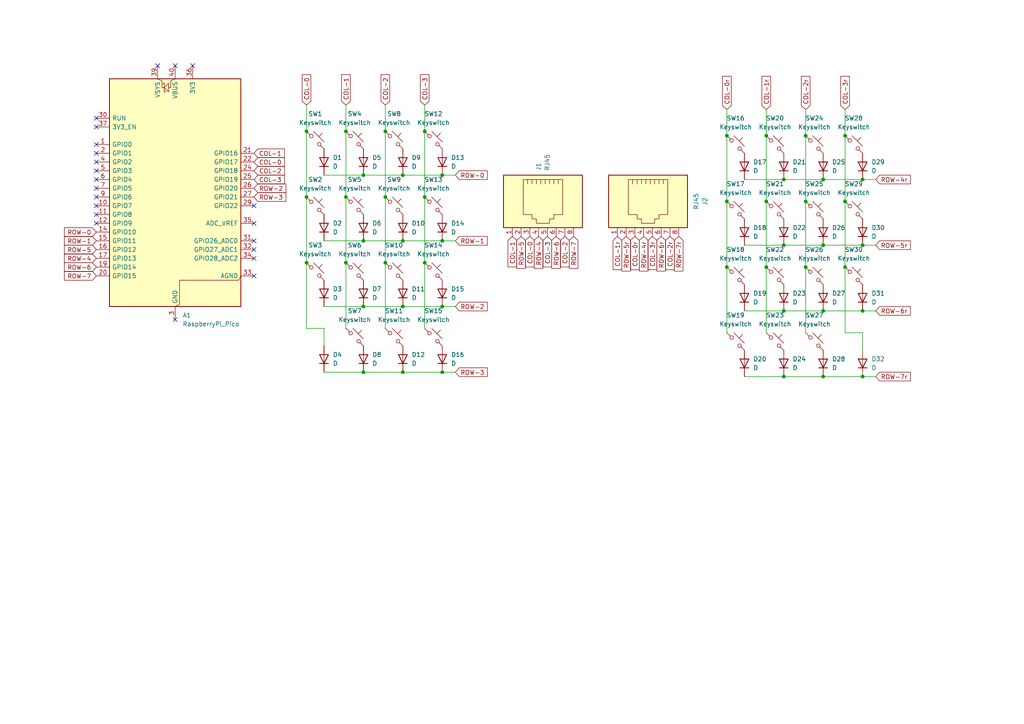
<source format=kicad_sch>
(kicad_sch
	(version 20250114)
	(generator "eeschema")
	(generator_version "9.0")
	(uuid "e084a770-4d34-4e82-8c69-01dc9f93b85f")
	(paper "A4")
	(lib_symbols
		(symbol "Connector:RJ45"
			(pin_names
				(offset 1.016)
			)
			(exclude_from_sim no)
			(in_bom yes)
			(on_board yes)
			(property "Reference" "J"
				(at -5.08 13.97 0)
				(effects
					(font
						(size 1.27 1.27)
					)
					(justify right)
				)
			)
			(property "Value" "RJ45"
				(at 2.54 13.97 0)
				(effects
					(font
						(size 1.27 1.27)
					)
					(justify left)
				)
			)
			(property "Footprint" ""
				(at 0 0.635 90)
				(effects
					(font
						(size 1.27 1.27)
					)
					(hide yes)
				)
			)
			(property "Datasheet" "~"
				(at 0 0.635 90)
				(effects
					(font
						(size 1.27 1.27)
					)
					(hide yes)
				)
			)
			(property "Description" "RJ connector, 8P8C (8 positions 8 connected)"
				(at 0 0 0)
				(effects
					(font
						(size 1.27 1.27)
					)
					(hide yes)
				)
			)
			(property "ki_keywords" "8P8C RJ socket connector"
				(at 0 0 0)
				(effects
					(font
						(size 1.27 1.27)
					)
					(hide yes)
				)
			)
			(property "ki_fp_filters" "8P8C* RJ31* RJ32* RJ33* RJ34* RJ35* RJ41* RJ45* RJ49* RJ61*"
				(at 0 0 0)
				(effects
					(font
						(size 1.27 1.27)
					)
					(hide yes)
				)
			)
			(symbol "RJ45_0_1"
				(polyline
					(pts
						(xy -6.35 1.905) (xy -5.08 1.905) (xy -5.08 1.905)
					)
					(stroke
						(width 0)
						(type default)
					)
					(fill
						(type none)
					)
				)
				(polyline
					(pts
						(xy -6.35 0.635) (xy -5.08 0.635) (xy -5.08 0.635)
					)
					(stroke
						(width 0)
						(type default)
					)
					(fill
						(type none)
					)
				)
				(polyline
					(pts
						(xy -6.35 -0.635) (xy -5.08 -0.635) (xy -5.08 -0.635)
					)
					(stroke
						(width 0)
						(type default)
					)
					(fill
						(type none)
					)
				)
				(polyline
					(pts
						(xy -6.35 -1.905) (xy -5.08 -1.905) (xy -5.08 -1.905)
					)
					(stroke
						(width 0)
						(type default)
					)
					(fill
						(type none)
					)
				)
				(polyline
					(pts
						(xy -6.35 -3.175) (xy -5.08 -3.175) (xy -5.08 -3.175)
					)
					(stroke
						(width 0)
						(type default)
					)
					(fill
						(type none)
					)
				)
				(polyline
					(pts
						(xy -6.35 -4.445) (xy -6.35 6.985) (xy 3.81 6.985) (xy 3.81 4.445) (xy 5.08 4.445) (xy 5.08 3.175)
						(xy 6.35 3.175) (xy 6.35 -0.635) (xy 5.08 -0.635) (xy 5.08 -1.905) (xy 3.81 -1.905) (xy 3.81 -4.445)
						(xy -6.35 -4.445) (xy -6.35 -4.445)
					)
					(stroke
						(width 0)
						(type default)
					)
					(fill
						(type none)
					)
				)
				(polyline
					(pts
						(xy -5.08 5.715) (xy -6.35 5.715)
					)
					(stroke
						(width 0)
						(type default)
					)
					(fill
						(type none)
					)
				)
				(polyline
					(pts
						(xy -5.08 4.445) (xy -6.35 4.445)
					)
					(stroke
						(width 0)
						(type default)
					)
					(fill
						(type none)
					)
				)
				(polyline
					(pts
						(xy -5.08 3.175) (xy -6.35 3.175) (xy -6.35 3.175)
					)
					(stroke
						(width 0)
						(type default)
					)
					(fill
						(type none)
					)
				)
				(rectangle
					(start 7.62 12.7)
					(end -7.62 -10.16)
					(stroke
						(width 0.254)
						(type default)
					)
					(fill
						(type background)
					)
				)
			)
			(symbol "RJ45_1_1"
				(pin passive line
					(at 10.16 10.16 180)
					(length 2.54)
					(name "~"
						(effects
							(font
								(size 1.27 1.27)
							)
						)
					)
					(number "8"
						(effects
							(font
								(size 1.27 1.27)
							)
						)
					)
				)
				(pin passive line
					(at 10.16 7.62 180)
					(length 2.54)
					(name "~"
						(effects
							(font
								(size 1.27 1.27)
							)
						)
					)
					(number "7"
						(effects
							(font
								(size 1.27 1.27)
							)
						)
					)
				)
				(pin passive line
					(at 10.16 5.08 180)
					(length 2.54)
					(name "~"
						(effects
							(font
								(size 1.27 1.27)
							)
						)
					)
					(number "6"
						(effects
							(font
								(size 1.27 1.27)
							)
						)
					)
				)
				(pin passive line
					(at 10.16 2.54 180)
					(length 2.54)
					(name "~"
						(effects
							(font
								(size 1.27 1.27)
							)
						)
					)
					(number "5"
						(effects
							(font
								(size 1.27 1.27)
							)
						)
					)
				)
				(pin passive line
					(at 10.16 0 180)
					(length 2.54)
					(name "~"
						(effects
							(font
								(size 1.27 1.27)
							)
						)
					)
					(number "4"
						(effects
							(font
								(size 1.27 1.27)
							)
						)
					)
				)
				(pin passive line
					(at 10.16 -2.54 180)
					(length 2.54)
					(name "~"
						(effects
							(font
								(size 1.27 1.27)
							)
						)
					)
					(number "3"
						(effects
							(font
								(size 1.27 1.27)
							)
						)
					)
				)
				(pin passive line
					(at 10.16 -5.08 180)
					(length 2.54)
					(name "~"
						(effects
							(font
								(size 1.27 1.27)
							)
						)
					)
					(number "2"
						(effects
							(font
								(size 1.27 1.27)
							)
						)
					)
				)
				(pin passive line
					(at 10.16 -7.62 180)
					(length 2.54)
					(name "~"
						(effects
							(font
								(size 1.27 1.27)
							)
						)
					)
					(number "1"
						(effects
							(font
								(size 1.27 1.27)
							)
						)
					)
				)
			)
			(embedded_fonts no)
		)
		(symbol "Device:D"
			(pin_numbers
				(hide yes)
			)
			(pin_names
				(offset 1.016)
				(hide yes)
			)
			(exclude_from_sim no)
			(in_bom yes)
			(on_board yes)
			(property "Reference" "D"
				(at 0 2.54 0)
				(effects
					(font
						(size 1.27 1.27)
					)
				)
			)
			(property "Value" "D"
				(at 0 -2.54 0)
				(effects
					(font
						(size 1.27 1.27)
					)
				)
			)
			(property "Footprint" ""
				(at 0 0 0)
				(effects
					(font
						(size 1.27 1.27)
					)
					(hide yes)
				)
			)
			(property "Datasheet" "~"
				(at 0 0 0)
				(effects
					(font
						(size 1.27 1.27)
					)
					(hide yes)
				)
			)
			(property "Description" "Diode"
				(at 0 0 0)
				(effects
					(font
						(size 1.27 1.27)
					)
					(hide yes)
				)
			)
			(property "Sim.Device" "D"
				(at 0 0 0)
				(effects
					(font
						(size 1.27 1.27)
					)
					(hide yes)
				)
			)
			(property "Sim.Pins" "1=K 2=A"
				(at 0 0 0)
				(effects
					(font
						(size 1.27 1.27)
					)
					(hide yes)
				)
			)
			(property "ki_keywords" "diode"
				(at 0 0 0)
				(effects
					(font
						(size 1.27 1.27)
					)
					(hide yes)
				)
			)
			(property "ki_fp_filters" "TO-???* *_Diode_* *SingleDiode* D_*"
				(at 0 0 0)
				(effects
					(font
						(size 1.27 1.27)
					)
					(hide yes)
				)
			)
			(symbol "D_0_1"
				(polyline
					(pts
						(xy -1.27 1.27) (xy -1.27 -1.27)
					)
					(stroke
						(width 0.254)
						(type default)
					)
					(fill
						(type none)
					)
				)
				(polyline
					(pts
						(xy 1.27 1.27) (xy 1.27 -1.27) (xy -1.27 0) (xy 1.27 1.27)
					)
					(stroke
						(width 0.254)
						(type default)
					)
					(fill
						(type none)
					)
				)
				(polyline
					(pts
						(xy 1.27 0) (xy -1.27 0)
					)
					(stroke
						(width 0)
						(type default)
					)
					(fill
						(type none)
					)
				)
			)
			(symbol "D_1_1"
				(pin passive line
					(at -3.81 0 0)
					(length 2.54)
					(name "K"
						(effects
							(font
								(size 1.27 1.27)
							)
						)
					)
					(number "1"
						(effects
							(font
								(size 1.27 1.27)
							)
						)
					)
				)
				(pin passive line
					(at 3.81 0 180)
					(length 2.54)
					(name "A"
						(effects
							(font
								(size 1.27 1.27)
							)
						)
					)
					(number "2"
						(effects
							(font
								(size 1.27 1.27)
							)
						)
					)
				)
			)
			(embedded_fonts no)
		)
		(symbol "MCU_Module:RaspberryPi_Pico"
			(pin_names
				(offset 0.762)
			)
			(exclude_from_sim no)
			(in_bom yes)
			(on_board yes)
			(property "Reference" "A"
				(at -19.05 35.56 0)
				(effects
					(font
						(size 1.27 1.27)
					)
					(justify left)
				)
			)
			(property "Value" "RaspberryPi_Pico"
				(at 7.62 35.56 0)
				(effects
					(font
						(size 1.27 1.27)
					)
					(justify left)
				)
			)
			(property "Footprint" "Module:RaspberryPi_Pico_Common_Unspecified"
				(at 0 -46.99 0)
				(effects
					(font
						(size 1.27 1.27)
					)
					(hide yes)
				)
			)
			(property "Datasheet" "https://datasheets.raspberrypi.com/pico/pico-datasheet.pdf"
				(at 0 -49.53 0)
				(effects
					(font
						(size 1.27 1.27)
					)
					(hide yes)
				)
			)
			(property "Description" "Versatile and inexpensive microcontroller module powered by RP2040 dual-core Arm Cortex-M0+ processor up to 133 MHz, 264kB SRAM, 2MB QSPI flash; also supports Raspberry Pi Pico 2"
				(at 0 -52.07 0)
				(effects
					(font
						(size 1.27 1.27)
					)
					(hide yes)
				)
			)
			(property "ki_keywords" "RP2350A M33 RISC-V Hazard3 usb"
				(at 0 0 0)
				(effects
					(font
						(size 1.27 1.27)
					)
					(hide yes)
				)
			)
			(property "ki_fp_filters" "RaspberryPi?Pico?Common* RaspberryPi?Pico?SMD*"
				(at 0 0 0)
				(effects
					(font
						(size 1.27 1.27)
					)
					(hide yes)
				)
			)
			(symbol "RaspberryPi_Pico_0_1"
				(rectangle
					(start -19.05 34.29)
					(end 19.05 -31.75)
					(stroke
						(width 0.254)
						(type default)
					)
					(fill
						(type background)
					)
				)
				(polyline
					(pts
						(xy -5.08 34.29) (xy -3.81 33.655) (xy -3.81 31.75) (xy -3.175 31.75)
					)
					(stroke
						(width 0)
						(type default)
					)
					(fill
						(type none)
					)
				)
				(polyline
					(pts
						(xy -3.429 32.766) (xy -3.429 33.02) (xy -3.175 33.02) (xy -3.175 30.48) (xy -2.921 30.48) (xy -2.921 30.734)
					)
					(stroke
						(width 0)
						(type default)
					)
					(fill
						(type none)
					)
				)
				(polyline
					(pts
						(xy -3.175 31.75) (xy -1.905 33.02) (xy -1.905 30.48) (xy -3.175 31.75)
					)
					(stroke
						(width 0)
						(type default)
					)
					(fill
						(type none)
					)
				)
				(polyline
					(pts
						(xy 0 34.29) (xy -1.27 33.655) (xy -1.27 31.75) (xy -1.905 31.75)
					)
					(stroke
						(width 0)
						(type default)
					)
					(fill
						(type none)
					)
				)
				(polyline
					(pts
						(xy 0 -31.75) (xy 1.27 -31.115) (xy 1.27 -24.13) (xy 18.415 -24.13) (xy 19.05 -22.86)
					)
					(stroke
						(width 0)
						(type default)
					)
					(fill
						(type none)
					)
				)
			)
			(symbol "RaspberryPi_Pico_1_1"
				(pin passive line
					(at -22.86 22.86 0)
					(length 3.81)
					(name "RUN"
						(effects
							(font
								(size 1.27 1.27)
							)
						)
					)
					(number "30"
						(effects
							(font
								(size 1.27 1.27)
							)
						)
					)
					(alternate "~{RESET}" passive line)
				)
				(pin passive line
					(at -22.86 20.32 0)
					(length 3.81)
					(name "3V3_EN"
						(effects
							(font
								(size 1.27 1.27)
							)
						)
					)
					(number "37"
						(effects
							(font
								(size 1.27 1.27)
							)
						)
					)
					(alternate "~{3V3_DISABLE}" passive line)
				)
				(pin bidirectional line
					(at -22.86 15.24 0)
					(length 3.81)
					(name "GPIO0"
						(effects
							(font
								(size 1.27 1.27)
							)
						)
					)
					(number "1"
						(effects
							(font
								(size 1.27 1.27)
							)
						)
					)
					(alternate "I2C0_SDA" bidirectional line)
					(alternate "PWM0_A" output line)
					(alternate "SPI0_RX" input line)
					(alternate "UART0_TX" output line)
					(alternate "USB_OVCUR_DET" input line)
				)
				(pin bidirectional line
					(at -22.86 12.7 0)
					(length 3.81)
					(name "GPIO1"
						(effects
							(font
								(size 1.27 1.27)
							)
						)
					)
					(number "2"
						(effects
							(font
								(size 1.27 1.27)
							)
						)
					)
					(alternate "I2C0_SCL" bidirectional clock)
					(alternate "PWM0_B" bidirectional line)
					(alternate "UART0_RX" input line)
					(alternate "USB_VBUS_DET" passive line)
					(alternate "~{SPI0_CSn}" bidirectional line)
				)
				(pin bidirectional line
					(at -22.86 10.16 0)
					(length 3.81)
					(name "GPIO2"
						(effects
							(font
								(size 1.27 1.27)
							)
						)
					)
					(number "4"
						(effects
							(font
								(size 1.27 1.27)
							)
						)
					)
					(alternate "I2C1_SDA" bidirectional line)
					(alternate "PWM1_A" output line)
					(alternate "SPI0_SCK" bidirectional clock)
					(alternate "UART0_CTS" input line)
					(alternate "USB_VBUS_EN" output line)
				)
				(pin bidirectional line
					(at -22.86 7.62 0)
					(length 3.81)
					(name "GPIO3"
						(effects
							(font
								(size 1.27 1.27)
							)
						)
					)
					(number "5"
						(effects
							(font
								(size 1.27 1.27)
							)
						)
					)
					(alternate "I2C1_SCL" bidirectional clock)
					(alternate "PWM1_B" bidirectional line)
					(alternate "SPI0_TX" output line)
					(alternate "UART0_RTS" output line)
					(alternate "USB_OVCUR_DET" input line)
				)
				(pin bidirectional line
					(at -22.86 5.08 0)
					(length 3.81)
					(name "GPIO4"
						(effects
							(font
								(size 1.27 1.27)
							)
						)
					)
					(number "6"
						(effects
							(font
								(size 1.27 1.27)
							)
						)
					)
					(alternate "I2C0_SDA" bidirectional line)
					(alternate "PWM2_A" output line)
					(alternate "SPI0_RX" input line)
					(alternate "UART1_TX" output line)
					(alternate "USB_VBUS_DET" input line)
				)
				(pin bidirectional line
					(at -22.86 2.54 0)
					(length 3.81)
					(name "GPIO5"
						(effects
							(font
								(size 1.27 1.27)
							)
						)
					)
					(number "7"
						(effects
							(font
								(size 1.27 1.27)
							)
						)
					)
					(alternate "I2C0_SCL" bidirectional clock)
					(alternate "PWM2_B" bidirectional line)
					(alternate "UART1_RX" input line)
					(alternate "USB_VBUS_EN" output line)
					(alternate "~{SPI0_CSn}" bidirectional line)
				)
				(pin bidirectional line
					(at -22.86 0 0)
					(length 3.81)
					(name "GPIO6"
						(effects
							(font
								(size 1.27 1.27)
							)
						)
					)
					(number "9"
						(effects
							(font
								(size 1.27 1.27)
							)
						)
					)
					(alternate "I2C1_SDA" bidirectional line)
					(alternate "PWM3_A" output line)
					(alternate "SPI0_SCK" bidirectional clock)
					(alternate "UART1_CTS" input line)
					(alternate "USB_OVCUR_DET" input line)
				)
				(pin bidirectional line
					(at -22.86 -2.54 0)
					(length 3.81)
					(name "GPIO7"
						(effects
							(font
								(size 1.27 1.27)
							)
						)
					)
					(number "10"
						(effects
							(font
								(size 1.27 1.27)
							)
						)
					)
					(alternate "I2C1_SCL" bidirectional clock)
					(alternate "PWM3_B" bidirectional line)
					(alternate "SPI0_TX" output line)
					(alternate "UART1_RTS" output line)
					(alternate "USB_VBUS_DET" input line)
				)
				(pin bidirectional line
					(at -22.86 -5.08 0)
					(length 3.81)
					(name "GPIO8"
						(effects
							(font
								(size 1.27 1.27)
							)
						)
					)
					(number "11"
						(effects
							(font
								(size 1.27 1.27)
							)
						)
					)
					(alternate "I2C0_SDA" bidirectional line)
					(alternate "PWM4_A" output line)
					(alternate "SPI1_RX" input line)
					(alternate "UART1_TX" output line)
					(alternate "USB_VBUS_EN" output line)
				)
				(pin bidirectional line
					(at -22.86 -7.62 0)
					(length 3.81)
					(name "GPIO9"
						(effects
							(font
								(size 1.27 1.27)
							)
						)
					)
					(number "12"
						(effects
							(font
								(size 1.27 1.27)
							)
						)
					)
					(alternate "I2C0_SCL" bidirectional clock)
					(alternate "PWM4_B" bidirectional line)
					(alternate "UART1_RX" input line)
					(alternate "USB_OVCUR_DET" input line)
					(alternate "~{SPI1_CSn}" bidirectional line)
				)
				(pin bidirectional line
					(at -22.86 -10.16 0)
					(length 3.81)
					(name "GPIO10"
						(effects
							(font
								(size 1.27 1.27)
							)
						)
					)
					(number "14"
						(effects
							(font
								(size 1.27 1.27)
							)
						)
					)
					(alternate "I2C1_SDA" bidirectional line)
					(alternate "PWM5_A" output line)
					(alternate "SPI1_SCK" bidirectional clock)
					(alternate "UART1_CTS" input line)
					(alternate "USB_VBUS_DET" input line)
				)
				(pin bidirectional line
					(at -22.86 -12.7 0)
					(length 3.81)
					(name "GPIO11"
						(effects
							(font
								(size 1.27 1.27)
							)
						)
					)
					(number "15"
						(effects
							(font
								(size 1.27 1.27)
							)
						)
					)
					(alternate "I2C1_SCL" bidirectional clock)
					(alternate "PWM5_B" bidirectional line)
					(alternate "SPI1_TX" output line)
					(alternate "UART1_RTS" output line)
					(alternate "USB_VBUS_EN" output line)
				)
				(pin bidirectional line
					(at -22.86 -15.24 0)
					(length 3.81)
					(name "GPIO12"
						(effects
							(font
								(size 1.27 1.27)
							)
						)
					)
					(number "16"
						(effects
							(font
								(size 1.27 1.27)
							)
						)
					)
					(alternate "I2C0_SDA" bidirectional line)
					(alternate "PWM6_A" output line)
					(alternate "SPI1_RX" input line)
					(alternate "UART0_TX" output line)
					(alternate "USB_OVCUR_DET" input line)
				)
				(pin bidirectional line
					(at -22.86 -17.78 0)
					(length 3.81)
					(name "GPIO13"
						(effects
							(font
								(size 1.27 1.27)
							)
						)
					)
					(number "17"
						(effects
							(font
								(size 1.27 1.27)
							)
						)
					)
					(alternate "I2C0_SCL" bidirectional clock)
					(alternate "PWM6_B" bidirectional line)
					(alternate "UART0_RX" input line)
					(alternate "USB_VBUS_DET" input line)
					(alternate "~{SPI1_CSn}" bidirectional line)
				)
				(pin bidirectional line
					(at -22.86 -20.32 0)
					(length 3.81)
					(name "GPIO14"
						(effects
							(font
								(size 1.27 1.27)
							)
						)
					)
					(number "19"
						(effects
							(font
								(size 1.27 1.27)
							)
						)
					)
					(alternate "I2C1_SDA" bidirectional line)
					(alternate "PWM7_A" output line)
					(alternate "SPI1_SCK" bidirectional clock)
					(alternate "UART0_CTS" input line)
					(alternate "USB_VBUS_EN" output line)
				)
				(pin bidirectional line
					(at -22.86 -22.86 0)
					(length 3.81)
					(name "GPIO15"
						(effects
							(font
								(size 1.27 1.27)
							)
						)
					)
					(number "20"
						(effects
							(font
								(size 1.27 1.27)
							)
						)
					)
					(alternate "I2C1_SCL" bidirectional clock)
					(alternate "PWM7_B" bidirectional line)
					(alternate "SPI1_TX" output line)
					(alternate "UART0_RTS" output line)
					(alternate "USB_OVCUR_DET" input line)
				)
				(pin power_in line
					(at -5.08 38.1 270)
					(length 3.81)
					(name "VSYS"
						(effects
							(font
								(size 1.27 1.27)
							)
						)
					)
					(number "39"
						(effects
							(font
								(size 1.27 1.27)
							)
						)
					)
					(alternate "VSYS_OUT" power_out line)
				)
				(pin power_out line
					(at 0 38.1 270)
					(length 3.81)
					(name "VBUS"
						(effects
							(font
								(size 1.27 1.27)
							)
						)
					)
					(number "40"
						(effects
							(font
								(size 1.27 1.27)
							)
						)
					)
					(alternate "VBUS_IN" power_in line)
				)
				(pin passive line
					(at 0 -35.56 90)
					(length 3.81)
					(hide yes)
					(name "GND"
						(effects
							(font
								(size 1.27 1.27)
							)
						)
					)
					(number "13"
						(effects
							(font
								(size 1.27 1.27)
							)
						)
					)
				)
				(pin passive line
					(at 0 -35.56 90)
					(length 3.81)
					(hide yes)
					(name "GND"
						(effects
							(font
								(size 1.27 1.27)
							)
						)
					)
					(number "18"
						(effects
							(font
								(size 1.27 1.27)
							)
						)
					)
				)
				(pin passive line
					(at 0 -35.56 90)
					(length 3.81)
					(hide yes)
					(name "GND"
						(effects
							(font
								(size 1.27 1.27)
							)
						)
					)
					(number "23"
						(effects
							(font
								(size 1.27 1.27)
							)
						)
					)
				)
				(pin passive line
					(at 0 -35.56 90)
					(length 3.81)
					(hide yes)
					(name "GND"
						(effects
							(font
								(size 1.27 1.27)
							)
						)
					)
					(number "28"
						(effects
							(font
								(size 1.27 1.27)
							)
						)
					)
				)
				(pin power_out line
					(at 0 -35.56 90)
					(length 3.81)
					(name "GND"
						(effects
							(font
								(size 1.27 1.27)
							)
						)
					)
					(number "3"
						(effects
							(font
								(size 1.27 1.27)
							)
						)
					)
					(alternate "GND_IN" power_in line)
				)
				(pin passive line
					(at 0 -35.56 90)
					(length 3.81)
					(hide yes)
					(name "GND"
						(effects
							(font
								(size 1.27 1.27)
							)
						)
					)
					(number "38"
						(effects
							(font
								(size 1.27 1.27)
							)
						)
					)
				)
				(pin passive line
					(at 0 -35.56 90)
					(length 3.81)
					(hide yes)
					(name "GND"
						(effects
							(font
								(size 1.27 1.27)
							)
						)
					)
					(number "8"
						(effects
							(font
								(size 1.27 1.27)
							)
						)
					)
				)
				(pin power_out line
					(at 5.08 38.1 270)
					(length 3.81)
					(name "3V3"
						(effects
							(font
								(size 1.27 1.27)
							)
						)
					)
					(number "36"
						(effects
							(font
								(size 1.27 1.27)
							)
						)
					)
				)
				(pin bidirectional line
					(at 22.86 12.7 180)
					(length 3.81)
					(name "GPIO16"
						(effects
							(font
								(size 1.27 1.27)
							)
						)
					)
					(number "21"
						(effects
							(font
								(size 1.27 1.27)
							)
						)
					)
					(alternate "I2C0_SDA" bidirectional line)
					(alternate "PWM0_A" output line)
					(alternate "SPI0_RX" input line)
					(alternate "UART0_TX" output line)
					(alternate "USB_VBUS_DET" input line)
				)
				(pin bidirectional line
					(at 22.86 10.16 180)
					(length 3.81)
					(name "GPIO17"
						(effects
							(font
								(size 1.27 1.27)
							)
						)
					)
					(number "22"
						(effects
							(font
								(size 1.27 1.27)
							)
						)
					)
					(alternate "I2C0_SCL" bidirectional clock)
					(alternate "PWM0_B" bidirectional line)
					(alternate "UART0_RX" input line)
					(alternate "USB_VBUS_EN" output line)
					(alternate "~{SPI0_CSn}" bidirectional line)
				)
				(pin bidirectional line
					(at 22.86 7.62 180)
					(length 3.81)
					(name "GPIO18"
						(effects
							(font
								(size 1.27 1.27)
							)
						)
					)
					(number "24"
						(effects
							(font
								(size 1.27 1.27)
							)
						)
					)
					(alternate "I2C1_SDA" bidirectional line)
					(alternate "PWM1_A" output line)
					(alternate "SPI0_SCK" bidirectional clock)
					(alternate "UART0_CTS" input line)
					(alternate "USB_OVCUR_DET" input line)
				)
				(pin bidirectional line
					(at 22.86 5.08 180)
					(length 3.81)
					(name "GPIO19"
						(effects
							(font
								(size 1.27 1.27)
							)
						)
					)
					(number "25"
						(effects
							(font
								(size 1.27 1.27)
							)
						)
					)
					(alternate "I2C1_SCL" bidirectional clock)
					(alternate "PWM1_B" bidirectional line)
					(alternate "SPI0_TX" output line)
					(alternate "UART0_RTS" output line)
					(alternate "USB_VBUS_DET" input line)
				)
				(pin bidirectional line
					(at 22.86 2.54 180)
					(length 3.81)
					(name "GPIO20"
						(effects
							(font
								(size 1.27 1.27)
							)
						)
					)
					(number "26"
						(effects
							(font
								(size 1.27 1.27)
							)
						)
					)
					(alternate "CLOCK_GPIN0" input clock)
					(alternate "I2C0_SDA" bidirectional line)
					(alternate "PWM2_A" output line)
					(alternate "SPI0_RX" input line)
					(alternate "UART1_TX" output line)
					(alternate "USB_VBUS_EN" output line)
				)
				(pin bidirectional line
					(at 22.86 0 180)
					(length 3.81)
					(name "GPIO21"
						(effects
							(font
								(size 1.27 1.27)
							)
						)
					)
					(number "27"
						(effects
							(font
								(size 1.27 1.27)
							)
						)
					)
					(alternate "CLOCK_GPOUT0" output clock)
					(alternate "I2C0_SCL" bidirectional clock)
					(alternate "PWM2_B" bidirectional line)
					(alternate "UART1_RX" input line)
					(alternate "USB_OVCUR_DET" input line)
					(alternate "~{SPI0_CSn}" bidirectional line)
				)
				(pin bidirectional line
					(at 22.86 -2.54 180)
					(length 3.81)
					(name "GPIO22"
						(effects
							(font
								(size 1.27 1.27)
							)
						)
					)
					(number "29"
						(effects
							(font
								(size 1.27 1.27)
							)
						)
					)
					(alternate "CLOCK_GPIN1" input clock)
					(alternate "I2C1_SDA" bidirectional line)
					(alternate "PWM3_A" output line)
					(alternate "SPI0_SCK" bidirectional clock)
					(alternate "UART1_CTS" input line)
					(alternate "USB_VBUS_DET" input line)
				)
				(pin power_in line
					(at 22.86 -7.62 180)
					(length 3.81)
					(name "ADC_VREF"
						(effects
							(font
								(size 1.27 1.27)
							)
						)
					)
					(number "35"
						(effects
							(font
								(size 1.27 1.27)
							)
						)
					)
				)
				(pin bidirectional line
					(at 22.86 -12.7 180)
					(length 3.81)
					(name "GPIO26_ADC0"
						(effects
							(font
								(size 1.27 1.27)
							)
						)
					)
					(number "31"
						(effects
							(font
								(size 1.27 1.27)
							)
						)
					)
					(alternate "ADC0" input line)
					(alternate "GPIO26" bidirectional line)
					(alternate "I2C1_SDA" bidirectional line)
					(alternate "PWM5_A" output line)
					(alternate "SPI1_SCK" bidirectional clock)
					(alternate "UART1_CTS" input line)
					(alternate "USB_VBUS_EN" output line)
				)
				(pin bidirectional line
					(at 22.86 -15.24 180)
					(length 3.81)
					(name "GPIO27_ADC1"
						(effects
							(font
								(size 1.27 1.27)
							)
						)
					)
					(number "32"
						(effects
							(font
								(size 1.27 1.27)
							)
						)
					)
					(alternate "ADC1" input line)
					(alternate "GPIO27" bidirectional line)
					(alternate "I2C1_SCL" bidirectional clock)
					(alternate "PWM5_B" bidirectional line)
					(alternate "SPI1_TX" output line)
					(alternate "UART1_RTS" output line)
					(alternate "USB_OVCUR_DET" input line)
				)
				(pin bidirectional line
					(at 22.86 -17.78 180)
					(length 3.81)
					(name "GPIO28_ADC2"
						(effects
							(font
								(size 1.27 1.27)
							)
						)
					)
					(number "34"
						(effects
							(font
								(size 1.27 1.27)
							)
						)
					)
					(alternate "ADC2" input line)
					(alternate "GPIO28" bidirectional line)
					(alternate "I2C0_SDA" bidirectional line)
					(alternate "PWM6_A" output line)
					(alternate "SPI1_RX" input line)
					(alternate "UART0_TX" output line)
					(alternate "USB_VBUS_DET" input line)
				)
				(pin power_out line
					(at 22.86 -22.86 180)
					(length 3.81)
					(name "AGND"
						(effects
							(font
								(size 1.27 1.27)
							)
						)
					)
					(number "33"
						(effects
							(font
								(size 1.27 1.27)
							)
						)
					)
					(alternate "GND" passive line)
				)
			)
			(embedded_fonts no)
		)
		(symbol "Switch:SW_Push_45deg"
			(pin_numbers
				(hide yes)
			)
			(pin_names
				(offset 1.016)
				(hide yes)
			)
			(exclude_from_sim no)
			(in_bom yes)
			(on_board yes)
			(property "Reference" "SW"
				(at 3.048 1.016 0)
				(effects
					(font
						(size 1.27 1.27)
					)
					(justify left)
				)
			)
			(property "Value" "SW_Push_45deg"
				(at 0 -3.81 0)
				(effects
					(font
						(size 1.27 1.27)
					)
				)
			)
			(property "Footprint" ""
				(at 0 0 0)
				(effects
					(font
						(size 1.27 1.27)
					)
					(hide yes)
				)
			)
			(property "Datasheet" "~"
				(at 0 0 0)
				(effects
					(font
						(size 1.27 1.27)
					)
					(hide yes)
				)
			)
			(property "Description" "Push button switch, normally open, two pins, 45° tilted"
				(at 0 0 0)
				(effects
					(font
						(size 1.27 1.27)
					)
					(hide yes)
				)
			)
			(property "ki_keywords" "switch normally-open pushbutton push-button"
				(at 0 0 0)
				(effects
					(font
						(size 1.27 1.27)
					)
					(hide yes)
				)
			)
			(symbol "SW_Push_45deg_0_1"
				(polyline
					(pts
						(xy -2.54 2.54) (xy -1.524 1.524) (xy -1.524 1.524)
					)
					(stroke
						(width 0)
						(type default)
					)
					(fill
						(type none)
					)
				)
				(circle
					(center -1.1684 1.1684)
					(radius 0.508)
					(stroke
						(width 0)
						(type default)
					)
					(fill
						(type none)
					)
				)
				(polyline
					(pts
						(xy -0.508 2.54) (xy 2.54 -0.508)
					)
					(stroke
						(width 0)
						(type default)
					)
					(fill
						(type none)
					)
				)
				(polyline
					(pts
						(xy 1.016 1.016) (xy 2.032 2.032)
					)
					(stroke
						(width 0)
						(type default)
					)
					(fill
						(type none)
					)
				)
				(circle
					(center 1.143 -1.1938)
					(radius 0.508)
					(stroke
						(width 0)
						(type default)
					)
					(fill
						(type none)
					)
				)
				(polyline
					(pts
						(xy 1.524 -1.524) (xy 2.54 -2.54) (xy 2.54 -2.54) (xy 2.54 -2.54)
					)
					(stroke
						(width 0)
						(type default)
					)
					(fill
						(type none)
					)
				)
				(pin passive line
					(at -2.54 2.54 0)
					(length 0)
					(name "1"
						(effects
							(font
								(size 1.27 1.27)
							)
						)
					)
					(number "1"
						(effects
							(font
								(size 1.27 1.27)
							)
						)
					)
				)
				(pin passive line
					(at 2.54 -2.54 180)
					(length 0)
					(name "2"
						(effects
							(font
								(size 1.27 1.27)
							)
						)
					)
					(number "2"
						(effects
							(font
								(size 1.27 1.27)
							)
						)
					)
				)
			)
			(embedded_fonts no)
		)
	)
	(junction
		(at 123.19 76.2)
		(diameter 0)
		(color 0 0 0 0)
		(uuid "0053f353-fec9-421f-9ae3-d1debff82849")
	)
	(junction
		(at 116.84 107.95)
		(diameter 0)
		(color 0 0 0 0)
		(uuid "00bb633d-7c2e-4d63-b237-3f558042f35e")
	)
	(junction
		(at 105.41 88.9)
		(diameter 0)
		(color 0 0 0 0)
		(uuid "07732ad7-067b-4a0c-a65d-b718365c5961")
	)
	(junction
		(at 105.41 107.95)
		(diameter 0)
		(color 0 0 0 0)
		(uuid "0aba6c3b-bf71-4a7c-b5dc-66c6a0908cb6")
	)
	(junction
		(at 100.33 57.15)
		(diameter 0)
		(color 0 0 0 0)
		(uuid "0d08da8e-a397-4f32-8690-aff0771ef049")
	)
	(junction
		(at 238.76 90.17)
		(diameter 0)
		(color 0 0 0 0)
		(uuid "12e4a303-52cf-4f82-aefd-66ba50b0b19b")
	)
	(junction
		(at 128.27 88.9)
		(diameter 0)
		(color 0 0 0 0)
		(uuid "12e50d29-2ec3-41a6-82ab-cb11f65a76f1")
	)
	(junction
		(at 245.11 77.47)
		(diameter 0)
		(color 0 0 0 0)
		(uuid "142c4959-e6f5-459e-b45a-4d409e21792c")
	)
	(junction
		(at 227.33 71.12)
		(diameter 0)
		(color 0 0 0 0)
		(uuid "17cf601b-4717-4fed-b2cd-8940f2bb4e06")
	)
	(junction
		(at 105.41 69.85)
		(diameter 0)
		(color 0 0 0 0)
		(uuid "1a565864-f738-40ad-aef9-068adf1c1d10")
	)
	(junction
		(at 238.76 71.12)
		(diameter 0)
		(color 0 0 0 0)
		(uuid "2dd2274f-afa7-47ae-acc9-a4b0bfbafb5b")
	)
	(junction
		(at 123.19 57.15)
		(diameter 0)
		(color 0 0 0 0)
		(uuid "311a7567-168a-4412-bcc8-46ea18450005")
	)
	(junction
		(at 227.33 52.07)
		(diameter 0)
		(color 0 0 0 0)
		(uuid "385ebb98-34c6-4166-9269-3c5ae800fbb1")
	)
	(junction
		(at 128.27 69.85)
		(diameter 0)
		(color 0 0 0 0)
		(uuid "38752417-e0ad-4a74-95d0-7b44b92f960e")
	)
	(junction
		(at 245.11 39.37)
		(diameter 0)
		(color 0 0 0 0)
		(uuid "3d353703-1ed7-4f44-b3c8-44f90a8340c2")
	)
	(junction
		(at 233.68 58.42)
		(diameter 0)
		(color 0 0 0 0)
		(uuid "44a309d0-ab39-4c7a-8ba5-433b8e2e9b86")
	)
	(junction
		(at 111.76 76.2)
		(diameter 0)
		(color 0 0 0 0)
		(uuid "48273b96-0a37-4dee-9231-08ac93f27385")
	)
	(junction
		(at 116.84 69.85)
		(diameter 0)
		(color 0 0 0 0)
		(uuid "49f195b8-4ec5-4b86-8336-350fdad17518")
	)
	(junction
		(at 210.82 77.47)
		(diameter 0)
		(color 0 0 0 0)
		(uuid "4ebd9034-9a71-4b90-a7de-d5d741a508b7")
	)
	(junction
		(at 111.76 57.15)
		(diameter 0)
		(color 0 0 0 0)
		(uuid "635095b4-aaed-4d48-8db3-17a34c7ae8f8")
	)
	(junction
		(at 210.82 39.37)
		(diameter 0)
		(color 0 0 0 0)
		(uuid "69ad253a-d074-4d2c-ac54-9f80dfac112e")
	)
	(junction
		(at 128.27 50.8)
		(diameter 0)
		(color 0 0 0 0)
		(uuid "6e7d8726-9ae5-4fb9-ba77-f6e9dc95fe30")
	)
	(junction
		(at 250.19 71.12)
		(diameter 0)
		(color 0 0 0 0)
		(uuid "73508d6e-b8ac-4f65-8c56-f19341c8d93a")
	)
	(junction
		(at 123.19 38.1)
		(diameter 0)
		(color 0 0 0 0)
		(uuid "80d69aff-a2ce-47d1-b11e-ff50e04ccf7c")
	)
	(junction
		(at 116.84 88.9)
		(diameter 0)
		(color 0 0 0 0)
		(uuid "81d3c8e7-127f-42a5-8a69-185e05c2c171")
	)
	(junction
		(at 227.33 90.17)
		(diameter 0)
		(color 0 0 0 0)
		(uuid "8860da8e-601b-4bca-9715-dd5855dc00ce")
	)
	(junction
		(at 250.19 109.22)
		(diameter 0)
		(color 0 0 0 0)
		(uuid "8c577e87-5e3d-4232-9426-c590101df629")
	)
	(junction
		(at 233.68 77.47)
		(diameter 0)
		(color 0 0 0 0)
		(uuid "96a02bff-7daf-4bd9-b259-e08527315766")
	)
	(junction
		(at 238.76 109.22)
		(diameter 0)
		(color 0 0 0 0)
		(uuid "981b2a6a-20ec-4b1d-8d9a-51818a1c04f3")
	)
	(junction
		(at 222.25 39.37)
		(diameter 0)
		(color 0 0 0 0)
		(uuid "99646dd1-8fbc-4030-8564-cd0a5413b7d4")
	)
	(junction
		(at 233.68 39.37)
		(diameter 0)
		(color 0 0 0 0)
		(uuid "a2a9df8e-4a08-4a42-a799-573c319bdf95")
	)
	(junction
		(at 210.82 58.42)
		(diameter 0)
		(color 0 0 0 0)
		(uuid "a512958b-f5ac-452f-807c-4b66f06436fc")
	)
	(junction
		(at 100.33 76.2)
		(diameter 0)
		(color 0 0 0 0)
		(uuid "a564abcf-1676-4df8-bcb6-23800d7a1605")
	)
	(junction
		(at 116.84 50.8)
		(diameter 0)
		(color 0 0 0 0)
		(uuid "aee56806-89e8-416d-a312-76592db767f5")
	)
	(junction
		(at 238.76 52.07)
		(diameter 0)
		(color 0 0 0 0)
		(uuid "b1701e4e-6b8e-4c75-b805-2f5423ff7579")
	)
	(junction
		(at 222.25 77.47)
		(diameter 0)
		(color 0 0 0 0)
		(uuid "b2cef130-61fa-4e6a-8b01-7bf7d0aaca95")
	)
	(junction
		(at 88.9 57.15)
		(diameter 0)
		(color 0 0 0 0)
		(uuid "b467ebc9-7ee4-4794-970a-a93a253ed460")
	)
	(junction
		(at 222.25 58.42)
		(diameter 0)
		(color 0 0 0 0)
		(uuid "c3c83324-e9c5-4ed5-b042-e7767bc871b9")
	)
	(junction
		(at 100.33 38.1)
		(diameter 0)
		(color 0 0 0 0)
		(uuid "cf3bff05-3362-46cb-980d-7e09220ea544")
	)
	(junction
		(at 250.19 90.17)
		(diameter 0)
		(color 0 0 0 0)
		(uuid "d0c931a1-5c8b-447d-be0e-5fbf77f1ff70")
	)
	(junction
		(at 227.33 109.22)
		(diameter 0)
		(color 0 0 0 0)
		(uuid "d8b4e452-b1cc-49b4-9cbe-f9f5c0f9c4a6")
	)
	(junction
		(at 88.9 76.2)
		(diameter 0)
		(color 0 0 0 0)
		(uuid "e45656cc-1d29-4444-9c3a-85fb1308290e")
	)
	(junction
		(at 250.19 52.07)
		(diameter 0)
		(color 0 0 0 0)
		(uuid "e508aecd-b7bb-403f-94a9-779928741666")
	)
	(junction
		(at 105.41 50.8)
		(diameter 0)
		(color 0 0 0 0)
		(uuid "e96d85ff-d9c6-4ed8-bedc-5c385c63458c")
	)
	(junction
		(at 128.27 107.95)
		(diameter 0)
		(color 0 0 0 0)
		(uuid "eef4196c-a51e-48eb-a62b-38e6f59cc264")
	)
	(junction
		(at 111.76 38.1)
		(diameter 0)
		(color 0 0 0 0)
		(uuid "f3173e28-326c-48ef-922b-be96df8356cc")
	)
	(junction
		(at 88.9 38.1)
		(diameter 0)
		(color 0 0 0 0)
		(uuid "f8693e52-a528-426e-aa68-ab56ad26f680")
	)
	(junction
		(at 245.11 58.42)
		(diameter 0)
		(color 0 0 0 0)
		(uuid "faa4d0fc-20ff-4028-a557-8b1f132c18cf")
	)
	(no_connect
		(at 73.66 59.69)
		(uuid "021f7ba9-2ac5-4726-adbd-a77945ca708c")
	)
	(no_connect
		(at 73.66 74.93)
		(uuid "13a19792-a91e-401d-aff5-dce8860d2af2")
	)
	(no_connect
		(at 27.94 62.23)
		(uuid "25a51ae9-cb8c-4d92-beb6-034da099ede4")
	)
	(no_connect
		(at 27.94 46.99)
		(uuid "3040d09a-94c9-4261-91bd-6dde860f20c6")
	)
	(no_connect
		(at 55.88 19.05)
		(uuid "363ac28c-54c4-4258-83d9-0b35f9562f28")
	)
	(no_connect
		(at 27.94 54.61)
		(uuid "4f6e079e-bf7f-4772-b223-45f73f76c782")
	)
	(no_connect
		(at 27.94 57.15)
		(uuid "552a76c2-2add-4d89-af75-bc1665d54f30")
	)
	(no_connect
		(at 73.66 69.85)
		(uuid "5f8e69aa-4e8a-4cfe-a268-c870a87a20fe")
	)
	(no_connect
		(at 27.94 59.69)
		(uuid "72bd8753-be46-481b-a15c-588c3c7853f4")
	)
	(no_connect
		(at 73.66 72.39)
		(uuid "7c8a66ed-cf35-4462-b571-df5a3ec1b5d8")
	)
	(no_connect
		(at 27.94 34.29)
		(uuid "7c8de85e-b408-405a-94f8-29e128e0bb05")
	)
	(no_connect
		(at 27.94 41.91)
		(uuid "9d74f0a4-8df2-4ac6-a4d2-2d9b1b2f0c83")
	)
	(no_connect
		(at 45.72 19.05)
		(uuid "9f9ecf05-1da1-4eea-8ca1-eaa8acb27f98")
	)
	(no_connect
		(at 27.94 64.77)
		(uuid "a5f14541-215d-4bc7-9cd1-146c87a9bf6d")
	)
	(no_connect
		(at 27.94 36.83)
		(uuid "ab6a032f-8341-41a8-805b-172eddea3805")
	)
	(no_connect
		(at 73.66 80.01)
		(uuid "b64b4f36-3f7c-4975-bfbe-1b4b876cc9d5")
	)
	(no_connect
		(at 27.94 52.07)
		(uuid "b892fbd6-4d6f-4b46-a0d3-3f6b8d5448e4")
	)
	(no_connect
		(at 50.8 19.05)
		(uuid "c2ea423b-1f38-4329-974c-caa8bf49a2fd")
	)
	(no_connect
		(at 27.94 44.45)
		(uuid "c61ab8d5-6fa9-4f85-9650-daf1217703a5")
	)
	(no_connect
		(at 50.8 92.71)
		(uuid "d2b271fd-6434-469f-8e4e-eb68a4fb6f12")
	)
	(no_connect
		(at 73.66 64.77)
		(uuid "d3423992-ee40-4a00-ad27-464fe7d9809a")
	)
	(no_connect
		(at 27.94 49.53)
		(uuid "d5b86352-b37a-46b1-9b56-1415c6a2ed1e")
	)
	(wire
		(pts
			(xy 123.19 38.1) (xy 123.19 57.15)
		)
		(stroke
			(width 0)
			(type default)
		)
		(uuid "033526e4-b5e8-4624-9e7f-a4bb0467cbf4")
	)
	(wire
		(pts
			(xy 93.98 69.85) (xy 105.41 69.85)
		)
		(stroke
			(width 0)
			(type default)
		)
		(uuid "05a08b10-4054-4aea-a828-2c9191676682")
	)
	(wire
		(pts
			(xy 88.9 30.48) (xy 88.9 38.1)
		)
		(stroke
			(width 0)
			(type default)
		)
		(uuid "07d29f28-ee1d-47cb-9f36-2b6ec300ffe2")
	)
	(wire
		(pts
			(xy 111.76 57.15) (xy 111.76 76.2)
		)
		(stroke
			(width 0)
			(type default)
		)
		(uuid "0b45b281-92c9-4eae-9dd9-f1e602704752")
	)
	(wire
		(pts
			(xy 227.33 71.12) (xy 238.76 71.12)
		)
		(stroke
			(width 0)
			(type default)
		)
		(uuid "15afb803-f198-4edf-a4db-6f53594461ad")
	)
	(wire
		(pts
			(xy 105.41 88.9) (xy 116.84 88.9)
		)
		(stroke
			(width 0)
			(type default)
		)
		(uuid "166b02ca-ed9c-4d07-8d1a-48d7d13a1614")
	)
	(wire
		(pts
			(xy 111.76 30.48) (xy 111.76 38.1)
		)
		(stroke
			(width 0)
			(type default)
		)
		(uuid "16990cd4-d429-4614-8eb4-fb43978d6579")
	)
	(wire
		(pts
			(xy 222.25 31.75) (xy 222.25 39.37)
		)
		(stroke
			(width 0)
			(type default)
		)
		(uuid "170b529a-04d9-4692-a2ad-d6015b57fc3d")
	)
	(wire
		(pts
			(xy 233.68 39.37) (xy 233.68 58.42)
		)
		(stroke
			(width 0)
			(type default)
		)
		(uuid "1833ae1e-e93f-4f36-8aab-215e56e5ec8d")
	)
	(wire
		(pts
			(xy 123.19 30.48) (xy 123.19 38.1)
		)
		(stroke
			(width 0)
			(type default)
		)
		(uuid "22d463fa-1635-42e1-bd83-e9c80dd73840")
	)
	(wire
		(pts
			(xy 128.27 50.8) (xy 132.08 50.8)
		)
		(stroke
			(width 0)
			(type default)
		)
		(uuid "23d2b437-5c86-4e19-93f7-66c7d514c567")
	)
	(wire
		(pts
			(xy 238.76 71.12) (xy 250.19 71.12)
		)
		(stroke
			(width 0)
			(type default)
		)
		(uuid "24a7f4a7-b11f-4ba1-b67c-cfe13e779f6a")
	)
	(wire
		(pts
			(xy 105.41 69.85) (xy 116.84 69.85)
		)
		(stroke
			(width 0)
			(type default)
		)
		(uuid "25012e6c-38f5-4427-a435-3d9f61475504")
	)
	(wire
		(pts
			(xy 233.68 58.42) (xy 233.68 77.47)
		)
		(stroke
			(width 0)
			(type default)
		)
		(uuid "2994a010-b0f4-4ded-813d-796eaac9212e")
	)
	(wire
		(pts
			(xy 105.41 50.8) (xy 116.84 50.8)
		)
		(stroke
			(width 0)
			(type default)
		)
		(uuid "45375d08-0068-407a-9de4-21ad2d735a9c")
	)
	(wire
		(pts
			(xy 222.25 77.47) (xy 222.25 96.52)
		)
		(stroke
			(width 0)
			(type default)
		)
		(uuid "4d7e91f6-eeaa-42cf-88bd-3f0d5a87fc52")
	)
	(wire
		(pts
			(xy 250.19 96.52) (xy 250.19 101.6)
		)
		(stroke
			(width 0)
			(type default)
		)
		(uuid "4daee6e6-b184-4b46-9395-c62cec7e258a")
	)
	(wire
		(pts
			(xy 250.19 52.07) (xy 254 52.07)
		)
		(stroke
			(width 0)
			(type default)
		)
		(uuid "4e7e8fbd-e3ed-4c47-9daf-90bf9855b682")
	)
	(wire
		(pts
			(xy 88.9 76.2) (xy 88.9 95.25)
		)
		(stroke
			(width 0)
			(type default)
		)
		(uuid "4fafd7e8-37fe-4dbe-92f4-4c6d511596b6")
	)
	(wire
		(pts
			(xy 227.33 109.22) (xy 238.76 109.22)
		)
		(stroke
			(width 0)
			(type default)
		)
		(uuid "51c637b5-5e47-4410-9cbf-7aa818f285f1")
	)
	(wire
		(pts
			(xy 215.9 71.12) (xy 227.33 71.12)
		)
		(stroke
			(width 0)
			(type default)
		)
		(uuid "535d4e45-068f-409e-aa5f-84acedb05b00")
	)
	(wire
		(pts
			(xy 100.33 76.2) (xy 100.33 95.25)
		)
		(stroke
			(width 0)
			(type default)
		)
		(uuid "54873427-e93e-4e24-a01a-afb854d8600f")
	)
	(wire
		(pts
			(xy 128.27 107.95) (xy 132.08 107.95)
		)
		(stroke
			(width 0)
			(type default)
		)
		(uuid "5a71d5b9-45c7-4124-8b35-512c91d797ab")
	)
	(wire
		(pts
			(xy 88.9 57.15) (xy 88.9 76.2)
		)
		(stroke
			(width 0)
			(type default)
		)
		(uuid "5d48bbcb-2e7e-44d2-a449-c71cbdcebf86")
	)
	(wire
		(pts
			(xy 222.25 58.42) (xy 222.25 77.47)
		)
		(stroke
			(width 0)
			(type default)
		)
		(uuid "5d78478d-1345-4d2d-a5fc-51c6e4304d4f")
	)
	(wire
		(pts
			(xy 210.82 39.37) (xy 210.82 58.42)
		)
		(stroke
			(width 0)
			(type default)
		)
		(uuid "5f987789-7465-4d57-8aa1-31531c381d82")
	)
	(wire
		(pts
			(xy 116.84 88.9) (xy 128.27 88.9)
		)
		(stroke
			(width 0)
			(type default)
		)
		(uuid "602a2b98-7945-435e-8041-176290535e19")
	)
	(wire
		(pts
			(xy 93.98 107.95) (xy 105.41 107.95)
		)
		(stroke
			(width 0)
			(type default)
		)
		(uuid "6113a461-d867-42cd-b06b-f1f2369c9c3e")
	)
	(wire
		(pts
			(xy 238.76 52.07) (xy 250.19 52.07)
		)
		(stroke
			(width 0)
			(type default)
		)
		(uuid "68968368-87c1-49d6-a34a-e6671ee54885")
	)
	(wire
		(pts
			(xy 238.76 109.22) (xy 250.19 109.22)
		)
		(stroke
			(width 0)
			(type default)
		)
		(uuid "6aa867de-4324-4b89-99a1-0fbdf7d1b006")
	)
	(wire
		(pts
			(xy 250.19 90.17) (xy 254 90.17)
		)
		(stroke
			(width 0)
			(type default)
		)
		(uuid "6cd65e41-2a5b-438c-80e4-c2882aa4318b")
	)
	(wire
		(pts
			(xy 100.33 30.48) (xy 100.33 38.1)
		)
		(stroke
			(width 0)
			(type default)
		)
		(uuid "7293e1ae-759f-4f04-961b-59611485f2fd")
	)
	(wire
		(pts
			(xy 93.98 95.25) (xy 93.98 100.33)
		)
		(stroke
			(width 0)
			(type default)
		)
		(uuid "72e923f7-6de7-4f50-b843-a572d32ebe6b")
	)
	(wire
		(pts
			(xy 116.84 107.95) (xy 128.27 107.95)
		)
		(stroke
			(width 0)
			(type default)
		)
		(uuid "73f77468-984e-404f-b4fc-d66ef93f52d0")
	)
	(wire
		(pts
			(xy 222.25 39.37) (xy 222.25 58.42)
		)
		(stroke
			(width 0)
			(type default)
		)
		(uuid "75e2a0f0-bee5-460d-9c26-e9eeb2cb124e")
	)
	(wire
		(pts
			(xy 238.76 90.17) (xy 250.19 90.17)
		)
		(stroke
			(width 0)
			(type default)
		)
		(uuid "7b0514f2-89d8-4de0-8eb0-554a3c8614bf")
	)
	(wire
		(pts
			(xy 250.19 109.22) (xy 254 109.22)
		)
		(stroke
			(width 0)
			(type default)
		)
		(uuid "7c304510-3af3-4819-adec-9a9691bf4678")
	)
	(wire
		(pts
			(xy 245.11 31.75) (xy 245.11 39.37)
		)
		(stroke
			(width 0)
			(type default)
		)
		(uuid "7ec5060f-787f-470b-a410-47e291787655")
	)
	(wire
		(pts
			(xy 123.19 76.2) (xy 123.19 95.25)
		)
		(stroke
			(width 0)
			(type default)
		)
		(uuid "82842872-f8e0-42a4-a504-f4b0865abd6f")
	)
	(wire
		(pts
			(xy 105.41 107.95) (xy 116.84 107.95)
		)
		(stroke
			(width 0)
			(type default)
		)
		(uuid "853e4bdc-fdf3-4ef7-9864-2c4bd8bdefc5")
	)
	(wire
		(pts
			(xy 215.9 90.17) (xy 227.33 90.17)
		)
		(stroke
			(width 0)
			(type default)
		)
		(uuid "89e83f3e-9448-434b-bd9b-49725b75b21d")
	)
	(wire
		(pts
			(xy 116.84 69.85) (xy 128.27 69.85)
		)
		(stroke
			(width 0)
			(type default)
		)
		(uuid "8ebda039-bbea-413b-a940-d042dcacdc73")
	)
	(wire
		(pts
			(xy 111.76 76.2) (xy 111.76 95.25)
		)
		(stroke
			(width 0)
			(type default)
		)
		(uuid "8f370dbd-21ac-4d66-b4fd-85aaa612aa71")
	)
	(wire
		(pts
			(xy 233.68 77.47) (xy 233.68 96.52)
		)
		(stroke
			(width 0)
			(type default)
		)
		(uuid "90eeef01-e780-49f9-bbd4-b1f8d0c26f7f")
	)
	(wire
		(pts
			(xy 128.27 88.9) (xy 132.08 88.9)
		)
		(stroke
			(width 0)
			(type default)
		)
		(uuid "96afac90-162c-46db-b5f2-b2346eebb9e8")
	)
	(wire
		(pts
			(xy 88.9 95.25) (xy 93.98 95.25)
		)
		(stroke
			(width 0)
			(type default)
		)
		(uuid "9a4ab84e-48d4-468c-9f9c-6ef6f7aec79b")
	)
	(wire
		(pts
			(xy 245.11 39.37) (xy 245.11 58.42)
		)
		(stroke
			(width 0)
			(type default)
		)
		(uuid "9e2e5d9c-0cad-49a8-b391-3fb1171a5c77")
	)
	(wire
		(pts
			(xy 100.33 57.15) (xy 100.33 76.2)
		)
		(stroke
			(width 0)
			(type default)
		)
		(uuid "9fc3aa56-b7e7-4e8b-98e5-67e60c5ada5c")
	)
	(wire
		(pts
			(xy 233.68 31.75) (xy 233.68 39.37)
		)
		(stroke
			(width 0)
			(type default)
		)
		(uuid "a38e9934-80c7-401c-9647-a8abb2ae97fb")
	)
	(wire
		(pts
			(xy 245.11 58.42) (xy 245.11 77.47)
		)
		(stroke
			(width 0)
			(type default)
		)
		(uuid "a50d5ed0-8e82-4342-afbe-62bbbda075bd")
	)
	(wire
		(pts
			(xy 210.82 58.42) (xy 210.82 77.47)
		)
		(stroke
			(width 0)
			(type default)
		)
		(uuid "aeb94ece-5708-456a-93ac-8c831f60cc3f")
	)
	(wire
		(pts
			(xy 210.82 31.75) (xy 210.82 39.37)
		)
		(stroke
			(width 0)
			(type default)
		)
		(uuid "af9f5e6c-3d0f-403f-abd7-43c2a74c9e2b")
	)
	(wire
		(pts
			(xy 245.11 96.52) (xy 250.19 96.52)
		)
		(stroke
			(width 0)
			(type default)
		)
		(uuid "b4cea6e7-76d2-4146-abe9-a18d00eea0d5")
	)
	(wire
		(pts
			(xy 93.98 50.8) (xy 105.41 50.8)
		)
		(stroke
			(width 0)
			(type default)
		)
		(uuid "b89967e2-a464-49b4-8d07-22206e464fae")
	)
	(wire
		(pts
			(xy 215.9 109.22) (xy 227.33 109.22)
		)
		(stroke
			(width 0)
			(type default)
		)
		(uuid "b9f07ceb-83a4-48b8-a239-3b6f2915df62")
	)
	(wire
		(pts
			(xy 100.33 38.1) (xy 100.33 57.15)
		)
		(stroke
			(width 0)
			(type default)
		)
		(uuid "c9ca89e3-e5cc-406e-9a25-0ebc06396f47")
	)
	(wire
		(pts
			(xy 227.33 52.07) (xy 238.76 52.07)
		)
		(stroke
			(width 0)
			(type default)
		)
		(uuid "d571b303-27d2-4843-8e89-c0f9531c9cca")
	)
	(wire
		(pts
			(xy 128.27 69.85) (xy 132.08 69.85)
		)
		(stroke
			(width 0)
			(type default)
		)
		(uuid "d5efa855-176e-4c70-962b-a75019f786c1")
	)
	(wire
		(pts
			(xy 227.33 90.17) (xy 238.76 90.17)
		)
		(stroke
			(width 0)
			(type default)
		)
		(uuid "d8a862b5-6b0d-4263-a4a2-d6642489ea85")
	)
	(wire
		(pts
			(xy 111.76 38.1) (xy 111.76 57.15)
		)
		(stroke
			(width 0)
			(type default)
		)
		(uuid "e2b87d0d-11f4-4cdf-ba22-b6ff21f24928")
	)
	(wire
		(pts
			(xy 210.82 77.47) (xy 210.82 96.52)
		)
		(stroke
			(width 0)
			(type default)
		)
		(uuid "e362b3da-f41e-4b2a-bd8d-166096c67a60")
	)
	(wire
		(pts
			(xy 93.98 88.9) (xy 105.41 88.9)
		)
		(stroke
			(width 0)
			(type default)
		)
		(uuid "e81ab950-09c6-4a00-817d-20a00237d92c")
	)
	(wire
		(pts
			(xy 116.84 50.8) (xy 128.27 50.8)
		)
		(stroke
			(width 0)
			(type default)
		)
		(uuid "ea9a7604-a695-4db2-96e8-2a9e8311cea5")
	)
	(wire
		(pts
			(xy 250.19 71.12) (xy 254 71.12)
		)
		(stroke
			(width 0)
			(type default)
		)
		(uuid "ecba0405-e9fd-4a15-9397-a6dd47a92838")
	)
	(wire
		(pts
			(xy 88.9 38.1) (xy 88.9 57.15)
		)
		(stroke
			(width 0)
			(type default)
		)
		(uuid "ee65f91a-b7bf-4050-a2e3-162b28bc4484")
	)
	(wire
		(pts
			(xy 123.19 57.15) (xy 123.19 76.2)
		)
		(stroke
			(width 0)
			(type default)
		)
		(uuid "f0cbee2b-43a4-4009-a41c-590148f5b8fe")
	)
	(wire
		(pts
			(xy 245.11 77.47) (xy 245.11 96.52)
		)
		(stroke
			(width 0)
			(type default)
		)
		(uuid "f0fcb71b-7c52-4aa1-ab8b-66d658f1519b")
	)
	(wire
		(pts
			(xy 215.9 52.07) (xy 227.33 52.07)
		)
		(stroke
			(width 0)
			(type default)
		)
		(uuid "fb28d1e6-a6e7-4673-be8f-910f76384f3f")
	)
	(global_label "COL-3r"
		(shape input)
		(at 245.11 31.75 90)
		(fields_autoplaced yes)
		(effects
			(font
				(size 1.27 1.27)
			)
			(justify left)
		)
		(uuid "0b1e2709-607a-410f-a4c1-4e7164b910db")
		(property "Intersheetrefs" "${INTERSHEET_REFS}"
			(at 245.11 21.5681 90)
			(effects
				(font
					(size 1.27 1.27)
				)
				(justify left)
				(hide yes)
			)
		)
	)
	(global_label "ROW-2"
		(shape input)
		(at 132.08 88.9 0)
		(fields_autoplaced yes)
		(effects
			(font
				(size 1.27 1.27)
			)
			(justify left)
		)
		(uuid "11a2bfb9-3fbf-407b-a01e-3497a5ea8eee")
		(property "Intersheetrefs" "${INTERSHEET_REFS}"
			(at 141.899 88.9 0)
			(effects
				(font
					(size 1.27 1.27)
				)
				(justify left)
				(hide yes)
			)
		)
	)
	(global_label "ROW-2"
		(shape input)
		(at 73.66 54.61 0)
		(fields_autoplaced yes)
		(effects
			(font
				(size 1.27 1.27)
			)
			(justify left)
		)
		(uuid "13ad1856-861d-4571-9b97-7f6f399b03b3")
		(property "Intersheetrefs" "${INTERSHEET_REFS}"
			(at 83.479 54.61 0)
			(effects
				(font
					(size 1.27 1.27)
				)
				(justify left)
				(hide yes)
			)
		)
	)
	(global_label "ROW-1"
		(shape input)
		(at 27.94 69.85 180)
		(fields_autoplaced yes)
		(effects
			(font
				(size 1.27 1.27)
			)
			(justify right)
		)
		(uuid "1a5c8088-e8a3-4e9c-83a3-692e2735a4c8")
		(property "Intersheetrefs" "${INTERSHEET_REFS}"
			(at 18.121 69.85 0)
			(effects
				(font
					(size 1.27 1.27)
				)
				(justify right)
				(hide yes)
			)
		)
	)
	(global_label "COL-1"
		(shape input)
		(at 100.33 30.48 90)
		(fields_autoplaced yes)
		(effects
			(font
				(size 1.27 1.27)
			)
			(justify left)
		)
		(uuid "2d2419a0-5822-4ad0-b85a-14970092aed4")
		(property "Intersheetrefs" "${INTERSHEET_REFS}"
			(at 100.33 21.0843 90)
			(effects
				(font
					(size 1.27 1.27)
				)
				(justify left)
				(hide yes)
			)
		)
	)
	(global_label "COL-1r"
		(shape input)
		(at 179.07 68.58 270)
		(fields_autoplaced yes)
		(effects
			(font
				(size 1.27 1.27)
			)
			(justify right)
		)
		(uuid "34ee01f5-e80e-4eb7-bc28-aacde553d326")
		(property "Intersheetrefs" "${INTERSHEET_REFS}"
			(at 179.07 78.7619 90)
			(effects
				(font
					(size 1.27 1.27)
				)
				(justify right)
				(hide yes)
			)
		)
	)
	(global_label "ROW-0"
		(shape input)
		(at 27.94 67.31 180)
		(fields_autoplaced yes)
		(effects
			(font
				(size 1.27 1.27)
			)
			(justify right)
		)
		(uuid "35710f2b-578c-400f-9f31-b1c282a33520")
		(property "Intersheetrefs" "${INTERSHEET_REFS}"
			(at 18.121 67.31 0)
			(effects
				(font
					(size 1.27 1.27)
				)
				(justify right)
				(hide yes)
			)
		)
	)
	(global_label "COL-0"
		(shape input)
		(at 73.66 46.99 0)
		(fields_autoplaced yes)
		(effects
			(font
				(size 1.27 1.27)
			)
			(justify left)
		)
		(uuid "48f6cb92-ae79-4d74-ac1b-3d89b3c1a463")
		(property "Intersheetrefs" "${INTERSHEET_REFS}"
			(at 83.0557 46.99 0)
			(effects
				(font
					(size 1.27 1.27)
				)
				(justify left)
				(hide yes)
			)
		)
	)
	(global_label "ROW-6r"
		(shape input)
		(at 191.77 68.58 270)
		(fields_autoplaced yes)
		(effects
			(font
				(size 1.27 1.27)
			)
			(justify right)
		)
		(uuid "4b45ad68-fe69-4fef-b4b5-5b2e0e0afd50")
		(property "Intersheetrefs" "${INTERSHEET_REFS}"
			(at 191.77 79.1852 90)
			(effects
				(font
					(size 1.27 1.27)
				)
				(justify right)
				(hide yes)
			)
		)
	)
	(global_label "ROW-5"
		(shape input)
		(at 151.13 68.58 270)
		(fields_autoplaced yes)
		(effects
			(font
				(size 1.27 1.27)
			)
			(justify right)
		)
		(uuid "4f88abb8-093d-42a4-8312-b73259923153")
		(property "Intersheetrefs" "${INTERSHEET_REFS}"
			(at 151.13 78.399 90)
			(effects
				(font
					(size 1.27 1.27)
				)
				(justify right)
				(hide yes)
			)
		)
	)
	(global_label "ROW-4"
		(shape input)
		(at 156.21 68.58 270)
		(fields_autoplaced yes)
		(effects
			(font
				(size 1.27 1.27)
			)
			(justify right)
		)
		(uuid "5001416f-3f57-40b7-ae5a-d45cecdfa0b7")
		(property "Intersheetrefs" "${INTERSHEET_REFS}"
			(at 156.21 78.399 90)
			(effects
				(font
					(size 1.27 1.27)
				)
				(justify right)
				(hide yes)
			)
		)
	)
	(global_label "COL-2"
		(shape input)
		(at 73.66 49.53 0)
		(fields_autoplaced yes)
		(effects
			(font
				(size 1.27 1.27)
			)
			(justify left)
		)
		(uuid "54f0cbd9-ad35-4298-8cf6-39466c7488f6")
		(property "Intersheetrefs" "${INTERSHEET_REFS}"
			(at 83.0557 49.53 0)
			(effects
				(font
					(size 1.27 1.27)
				)
				(justify left)
				(hide yes)
			)
		)
	)
	(global_label "ROW-4r"
		(shape input)
		(at 186.69 68.58 270)
		(fields_autoplaced yes)
		(effects
			(font
				(size 1.27 1.27)
			)
			(justify right)
		)
		(uuid "584e319d-f968-4ed3-abe5-6eb9493be40d")
		(property "Intersheetrefs" "${INTERSHEET_REFS}"
			(at 186.69 79.1852 90)
			(effects
				(font
					(size 1.27 1.27)
				)
				(justify right)
				(hide yes)
			)
		)
	)
	(global_label "ROW-7"
		(shape input)
		(at 166.37 68.58 270)
		(fields_autoplaced yes)
		(effects
			(font
				(size 1.27 1.27)
			)
			(justify right)
		)
		(uuid "58e46972-d044-43db-8f48-1ef60a486ee0")
		(property "Intersheetrefs" "${INTERSHEET_REFS}"
			(at 166.37 78.399 90)
			(effects
				(font
					(size 1.27 1.27)
				)
				(justify right)
				(hide yes)
			)
		)
	)
	(global_label "ROW-7r"
		(shape input)
		(at 254 109.22 0)
		(fields_autoplaced yes)
		(effects
			(font
				(size 1.27 1.27)
			)
			(justify left)
		)
		(uuid "5b67f653-4dc2-4ef7-b3a9-645deda73aff")
		(property "Intersheetrefs" "${INTERSHEET_REFS}"
			(at 264.6052 109.22 0)
			(effects
				(font
					(size 1.27 1.27)
				)
				(justify left)
				(hide yes)
			)
		)
	)
	(global_label "ROW-7"
		(shape input)
		(at 27.94 80.01 180)
		(fields_autoplaced yes)
		(effects
			(font
				(size 1.27 1.27)
			)
			(justify right)
		)
		(uuid "5d6acb27-2812-45ed-8f60-6bbe034f1b70")
		(property "Intersheetrefs" "${INTERSHEET_REFS}"
			(at 18.121 80.01 0)
			(effects
				(font
					(size 1.27 1.27)
				)
				(justify right)
				(hide yes)
			)
		)
	)
	(global_label "COL-1"
		(shape input)
		(at 73.66 44.45 0)
		(fields_autoplaced yes)
		(effects
			(font
				(size 1.27 1.27)
			)
			(justify left)
		)
		(uuid "627bf47e-1f53-425c-afb0-177f0cf1bce1")
		(property "Intersheetrefs" "${INTERSHEET_REFS}"
			(at 83.0557 44.45 0)
			(effects
				(font
					(size 1.27 1.27)
				)
				(justify left)
				(hide yes)
			)
		)
	)
	(global_label "COL-1r"
		(shape input)
		(at 222.25 31.75 90)
		(fields_autoplaced yes)
		(effects
			(font
				(size 1.27 1.27)
			)
			(justify left)
		)
		(uuid "6a02a671-a9b6-4254-86f3-4e7dc5e101a7")
		(property "Intersheetrefs" "${INTERSHEET_REFS}"
			(at 222.25 21.5681 90)
			(effects
				(font
					(size 1.27 1.27)
				)
				(justify left)
				(hide yes)
			)
		)
	)
	(global_label "COL-2"
		(shape input)
		(at 163.83 68.58 270)
		(fields_autoplaced yes)
		(effects
			(font
				(size 1.27 1.27)
			)
			(justify right)
		)
		(uuid "6ab4d956-c9d7-4e1e-9d29-ddc9544f27f2")
		(property "Intersheetrefs" "${INTERSHEET_REFS}"
			(at 163.83 77.9757 90)
			(effects
				(font
					(size 1.27 1.27)
				)
				(justify right)
				(hide yes)
			)
		)
	)
	(global_label "ROW-5r"
		(shape input)
		(at 181.61 68.58 270)
		(fields_autoplaced yes)
		(effects
			(font
				(size 1.27 1.27)
			)
			(justify right)
		)
		(uuid "6d7560ce-801e-4707-a9e1-6adfe1a87bca")
		(property "Intersheetrefs" "${INTERSHEET_REFS}"
			(at 181.61 79.1852 90)
			(effects
				(font
					(size 1.27 1.27)
				)
				(justify right)
				(hide yes)
			)
		)
	)
	(global_label "ROW-5r"
		(shape input)
		(at 254 71.12 0)
		(fields_autoplaced yes)
		(effects
			(font
				(size 1.27 1.27)
			)
			(justify left)
		)
		(uuid "6f97bc7f-c796-4af7-ad56-e133e011bd74")
		(property "Intersheetrefs" "${INTERSHEET_REFS}"
			(at 264.6052 71.12 0)
			(effects
				(font
					(size 1.27 1.27)
				)
				(justify left)
				(hide yes)
			)
		)
	)
	(global_label "ROW-1"
		(shape input)
		(at 132.08 69.85 0)
		(fields_autoplaced yes)
		(effects
			(font
				(size 1.27 1.27)
			)
			(justify left)
		)
		(uuid "8a68d5b5-ebef-4131-a105-a358fc2ce21e")
		(property "Intersheetrefs" "${INTERSHEET_REFS}"
			(at 141.899 69.85 0)
			(effects
				(font
					(size 1.27 1.27)
				)
				(justify left)
				(hide yes)
			)
		)
	)
	(global_label "ROW-6r"
		(shape input)
		(at 254 90.17 0)
		(fields_autoplaced yes)
		(effects
			(font
				(size 1.27 1.27)
			)
			(justify left)
		)
		(uuid "8bc132ca-b77b-46fb-a2c3-fdb63d776e36")
		(property "Intersheetrefs" "${INTERSHEET_REFS}"
			(at 264.6052 90.17 0)
			(effects
				(font
					(size 1.27 1.27)
				)
				(justify left)
				(hide yes)
			)
		)
	)
	(global_label "COL-2r"
		(shape input)
		(at 233.68 31.75 90)
		(fields_autoplaced yes)
		(effects
			(font
				(size 1.27 1.27)
			)
			(justify left)
		)
		(uuid "8ed8cb85-2d7c-4c02-9b81-68ab1260d4a3")
		(property "Intersheetrefs" "${INTERSHEET_REFS}"
			(at 233.68 21.5681 90)
			(effects
				(font
					(size 1.27 1.27)
				)
				(justify left)
				(hide yes)
			)
		)
	)
	(global_label "ROW-0"
		(shape input)
		(at 132.08 50.8 0)
		(fields_autoplaced yes)
		(effects
			(font
				(size 1.27 1.27)
			)
			(justify left)
		)
		(uuid "911670bd-f217-4b8f-b343-e5e49f71359b")
		(property "Intersheetrefs" "${INTERSHEET_REFS}"
			(at 141.899 50.8 0)
			(effects
				(font
					(size 1.27 1.27)
				)
				(justify left)
				(hide yes)
			)
		)
	)
	(global_label "ROW-6"
		(shape input)
		(at 161.29 68.58 270)
		(fields_autoplaced yes)
		(effects
			(font
				(size 1.27 1.27)
			)
			(justify right)
		)
		(uuid "92c290f0-e56f-43ee-a30c-831d85985108")
		(property "Intersheetrefs" "${INTERSHEET_REFS}"
			(at 161.29 78.399 90)
			(effects
				(font
					(size 1.27 1.27)
				)
				(justify right)
				(hide yes)
			)
		)
	)
	(global_label "ROW-4r"
		(shape input)
		(at 254 52.07 0)
		(fields_autoplaced yes)
		(effects
			(font
				(size 1.27 1.27)
			)
			(justify left)
		)
		(uuid "9c20f713-e2ff-4b17-b47c-ca4e46b94fb9")
		(property "Intersheetrefs" "${INTERSHEET_REFS}"
			(at 264.6052 52.07 0)
			(effects
				(font
					(size 1.27 1.27)
				)
				(justify left)
				(hide yes)
			)
		)
	)
	(global_label "COL-0r"
		(shape input)
		(at 210.82 31.75 90)
		(fields_autoplaced yes)
		(effects
			(font
				(size 1.27 1.27)
			)
			(justify left)
		)
		(uuid "9cc4f4b5-5cf4-42a2-ac7b-709b0acfb619")
		(property "Intersheetrefs" "${INTERSHEET_REFS}"
			(at 210.82 21.5681 90)
			(effects
				(font
					(size 1.27 1.27)
				)
				(justify left)
				(hide yes)
			)
		)
	)
	(global_label "ROW-7r"
		(shape input)
		(at 196.85 68.58 270)
		(fields_autoplaced yes)
		(effects
			(font
				(size 1.27 1.27)
			)
			(justify right)
		)
		(uuid "a26c8851-cf31-43a2-9ca3-03b748a180fb")
		(property "Intersheetrefs" "${INTERSHEET_REFS}"
			(at 196.85 79.1852 90)
			(effects
				(font
					(size 1.27 1.27)
				)
				(justify right)
				(hide yes)
			)
		)
	)
	(global_label "COL-3r"
		(shape input)
		(at 189.23 68.58 270)
		(fields_autoplaced yes)
		(effects
			(font
				(size 1.27 1.27)
			)
			(justify right)
		)
		(uuid "a27a7ef0-7550-4c3b-ac30-d2a3900116e6")
		(property "Intersheetrefs" "${INTERSHEET_REFS}"
			(at 189.23 78.7619 90)
			(effects
				(font
					(size 1.27 1.27)
				)
				(justify right)
				(hide yes)
			)
		)
	)
	(global_label "ROW-5"
		(shape input)
		(at 27.94 72.39 180)
		(fields_autoplaced yes)
		(effects
			(font
				(size 1.27 1.27)
			)
			(justify right)
		)
		(uuid "a85fed76-3e09-4554-b048-f176dea7e096")
		(property "Intersheetrefs" "${INTERSHEET_REFS}"
			(at 18.121 72.39 0)
			(effects
				(font
					(size 1.27 1.27)
				)
				(justify right)
				(hide yes)
			)
		)
	)
	(global_label "COL-3"
		(shape input)
		(at 73.66 52.07 0)
		(fields_autoplaced yes)
		(effects
			(font
				(size 1.27 1.27)
			)
			(justify left)
		)
		(uuid "b1130c9e-b988-40dd-b084-3018ab4bfcd1")
		(property "Intersheetrefs" "${INTERSHEET_REFS}"
			(at 83.0557 52.07 0)
			(effects
				(font
					(size 1.27 1.27)
				)
				(justify left)
				(hide yes)
			)
		)
	)
	(global_label "ROW-3"
		(shape input)
		(at 132.08 107.95 0)
		(fields_autoplaced yes)
		(effects
			(font
				(size 1.27 1.27)
			)
			(justify left)
		)
		(uuid "b3952542-7df2-444d-ba62-a0ada581a5a9")
		(property "Intersheetrefs" "${INTERSHEET_REFS}"
			(at 141.899 107.95 0)
			(effects
				(font
					(size 1.27 1.27)
				)
				(justify left)
				(hide yes)
			)
		)
	)
	(global_label "COL-0"
		(shape input)
		(at 88.9 30.48 90)
		(fields_autoplaced yes)
		(effects
			(font
				(size 1.27 1.27)
			)
			(justify left)
		)
		(uuid "b73ad188-dd1c-45dd-aa44-31199ae37477")
		(property "Intersheetrefs" "${INTERSHEET_REFS}"
			(at 88.9 21.0843 90)
			(effects
				(font
					(size 1.27 1.27)
				)
				(justify left)
				(hide yes)
			)
		)
	)
	(global_label "COL-0r"
		(shape input)
		(at 184.15 68.58 270)
		(fields_autoplaced yes)
		(effects
			(font
				(size 1.27 1.27)
			)
			(justify right)
		)
		(uuid "b972276b-7e91-42b9-97d5-200defd6263a")
		(property "Intersheetrefs" "${INTERSHEET_REFS}"
			(at 184.15 78.7619 90)
			(effects
				(font
					(size 1.27 1.27)
				)
				(justify right)
				(hide yes)
			)
		)
	)
	(global_label "COL-2r"
		(shape input)
		(at 194.31 68.58 270)
		(fields_autoplaced yes)
		(effects
			(font
				(size 1.27 1.27)
			)
			(justify right)
		)
		(uuid "bd3e8173-256e-49b1-ac16-f0b85a2771b9")
		(property "Intersheetrefs" "${INTERSHEET_REFS}"
			(at 194.31 78.7619 90)
			(effects
				(font
					(size 1.27 1.27)
				)
				(justify right)
				(hide yes)
			)
		)
	)
	(global_label "COL-3"
		(shape input)
		(at 158.75 68.58 270)
		(fields_autoplaced yes)
		(effects
			(font
				(size 1.27 1.27)
			)
			(justify right)
		)
		(uuid "bdd3006f-77bb-481f-8df8-f8de3eed702d")
		(property "Intersheetrefs" "${INTERSHEET_REFS}"
			(at 158.75 77.9757 90)
			(effects
				(font
					(size 1.27 1.27)
				)
				(justify right)
				(hide yes)
			)
		)
	)
	(global_label "COL-0"
		(shape input)
		(at 153.67 68.58 270)
		(fields_autoplaced yes)
		(effects
			(font
				(size 1.27 1.27)
			)
			(justify right)
		)
		(uuid "ce20e421-f639-42ae-a931-7f0b6a0c5b9b")
		(property "Intersheetrefs" "${INTERSHEET_REFS}"
			(at 153.67 77.9757 90)
			(effects
				(font
					(size 1.27 1.27)
				)
				(justify right)
				(hide yes)
			)
		)
	)
	(global_label "ROW-6"
		(shape input)
		(at 27.94 77.47 180)
		(fields_autoplaced yes)
		(effects
			(font
				(size 1.27 1.27)
			)
			(justify right)
		)
		(uuid "d11b5f84-f5c6-41a4-8369-43a08debd1cc")
		(property "Intersheetrefs" "${INTERSHEET_REFS}"
			(at 18.121 77.47 0)
			(effects
				(font
					(size 1.27 1.27)
				)
				(justify right)
				(hide yes)
			)
		)
	)
	(global_label "COL-2"
		(shape input)
		(at 111.76 30.48 90)
		(fields_autoplaced yes)
		(effects
			(font
				(size 1.27 1.27)
			)
			(justify left)
		)
		(uuid "d84bdea6-0346-4284-9bfa-16ba34140775")
		(property "Intersheetrefs" "${INTERSHEET_REFS}"
			(at 111.76 21.0843 90)
			(effects
				(font
					(size 1.27 1.27)
				)
				(justify left)
				(hide yes)
			)
		)
	)
	(global_label "ROW-3"
		(shape input)
		(at 73.66 57.15 0)
		(fields_autoplaced yes)
		(effects
			(font
				(size 1.27 1.27)
			)
			(justify left)
		)
		(uuid "d8e6ccb6-fee4-4d42-93d4-4830837df214")
		(property "Intersheetrefs" "${INTERSHEET_REFS}"
			(at 83.479 57.15 0)
			(effects
				(font
					(size 1.27 1.27)
				)
				(justify left)
				(hide yes)
			)
		)
	)
	(global_label "COL-3"
		(shape input)
		(at 123.19 30.48 90)
		(fields_autoplaced yes)
		(effects
			(font
				(size 1.27 1.27)
			)
			(justify left)
		)
		(uuid "dfa01d6a-4c3b-45e5-a823-0bfc6f6bb366")
		(property "Intersheetrefs" "${INTERSHEET_REFS}"
			(at 123.19 21.0843 90)
			(effects
				(font
					(size 1.27 1.27)
				)
				(justify left)
				(hide yes)
			)
		)
	)
	(global_label "ROW-4"
		(shape input)
		(at 27.94 74.93 180)
		(fields_autoplaced yes)
		(effects
			(font
				(size 1.27 1.27)
			)
			(justify right)
		)
		(uuid "e109226f-df50-4c65-8767-a2ec22b2e1a0")
		(property "Intersheetrefs" "${INTERSHEET_REFS}"
			(at 18.121 74.93 0)
			(effects
				(font
					(size 1.27 1.27)
				)
				(justify right)
				(hide yes)
			)
		)
	)
	(global_label "COL-1"
		(shape input)
		(at 148.59 68.58 270)
		(fields_autoplaced yes)
		(effects
			(font
				(size 1.27 1.27)
			)
			(justify right)
		)
		(uuid "fe4828e6-54f9-488c-be61-c2d0c850a737")
		(property "Intersheetrefs" "${INTERSHEET_REFS}"
			(at 148.59 77.9757 90)
			(effects
				(font
					(size 1.27 1.27)
				)
				(justify right)
				(hide yes)
			)
		)
	)
	(symbol
		(lib_id "Connector:RJ45")
		(at 186.69 58.42 270)
		(unit 1)
		(exclude_from_sim no)
		(in_bom yes)
		(on_board yes)
		(dnp no)
		(fields_autoplaced yes)
		(uuid "0a496322-310c-4e11-b0f4-106600b359da")
		(property "Reference" "J2"
			(at 204.47 58.42 0)
			(effects
				(font
					(size 1.27 1.27)
				)
			)
		)
		(property "Value" "RJ45"
			(at 201.93 58.42 0)
			(effects
				(font
					(size 1.27 1.27)
				)
			)
		)
		(property "Footprint" "Connector_RJ:RJ45_Amphenol_54602-x08_Horizontal"
			(at 187.325 58.42 90)
			(effects
				(font
					(size 1.27 1.27)
				)
				(hide yes)
			)
		)
		(property "Datasheet" "~"
			(at 187.325 58.42 90)
			(effects
				(font
					(size 1.27 1.27)
				)
				(hide yes)
			)
		)
		(property "Description" "RJ connector, 8P8C (8 positions 8 connected)"
			(at 186.69 58.42 0)
			(effects
				(font
					(size 1.27 1.27)
				)
				(hide yes)
			)
		)
		(pin "6"
			(uuid "fd205ffa-88d5-46d7-abed-bc04ae06a326")
		)
		(pin "5"
			(uuid "c719051d-7198-4be7-8ab9-d6e7922d7639")
		)
		(pin "4"
			(uuid "7204009b-4ac7-42fa-8227-bf8adfb659aa")
		)
		(pin "7"
			(uuid "4f286f7c-d3c6-472d-a399-f8bc0f6287e7")
		)
		(pin "8"
			(uuid "9b40278b-666d-49b1-bc44-4685fabbd99c")
		)
		(pin "1"
			(uuid "fa88c23d-e002-45d6-80b2-28c9f950b522")
		)
		(pin "3"
			(uuid "61fd37e7-912d-4f14-b6c0-3385bab39014")
		)
		(pin "2"
			(uuid "bd480f68-3970-4497-9817-91f9dde2f993")
		)
		(instances
			(project ""
				(path "/e084a770-4d34-4e82-8c69-01dc9f93b85f"
					(reference "J2")
					(unit 1)
				)
			)
		)
	)
	(symbol
		(lib_id "Device:D")
		(at 128.27 104.14 90)
		(unit 1)
		(exclude_from_sim no)
		(in_bom yes)
		(on_board yes)
		(dnp no)
		(fields_autoplaced yes)
		(uuid "0aec2127-8966-45cf-946b-310778db5b51")
		(property "Reference" "D16"
			(at 130.81 102.8699 90)
			(effects
				(font
					(size 1.27 1.27)
				)
				(justify right)
			)
		)
		(property "Value" "D"
			(at 130.81 105.4099 90)
			(effects
				(font
					(size 1.27 1.27)
				)
				(justify right)
			)
		)
		(property "Footprint" "Diode_THT:D_DO-35_SOD27_P7.62mm_Horizontal"
			(at 128.27 104.14 0)
			(effects
				(font
					(size 1.27 1.27)
				)
				(hide yes)
			)
		)
		(property "Datasheet" "~"
			(at 128.27 104.14 0)
			(effects
				(font
					(size 1.27 1.27)
				)
				(hide yes)
			)
		)
		(property "Description" "Diode"
			(at 128.27 104.14 0)
			(effects
				(font
					(size 1.27 1.27)
				)
				(hide yes)
			)
		)
		(property "Sim.Device" "D"
			(at 128.27 104.14 0)
			(effects
				(font
					(size 1.27 1.27)
				)
				(hide yes)
			)
		)
		(property "Sim.Pins" "1=K 2=A"
			(at 128.27 104.14 0)
			(effects
				(font
					(size 1.27 1.27)
				)
				(hide yes)
			)
		)
		(pin "1"
			(uuid "d47bddab-a4d2-4de6-a855-ebcfe2edc769")
		)
		(pin "2"
			(uuid "aa9310b5-125b-4b80-9691-a471d3745568")
		)
		(instances
			(project "pcb"
				(path "/e084a770-4d34-4e82-8c69-01dc9f93b85f"
					(reference "D16")
					(unit 1)
				)
			)
		)
	)
	(symbol
		(lib_id "Switch:SW_Push_45deg")
		(at 114.3 59.69 0)
		(unit 1)
		(exclude_from_sim no)
		(in_bom yes)
		(on_board yes)
		(dnp no)
		(uuid "13081a9e-fd24-433b-8e14-4698dc5b3d4c")
		(property "Reference" "SW9"
			(at 114.3 52.07 0)
			(effects
				(font
					(size 1.27 1.27)
				)
			)
		)
		(property "Value" "Keyswitch"
			(at 114.3 54.61 0)
			(effects
				(font
					(size 1.27 1.27)
				)
			)
		)
		(property "Footprint" "key-switches:SW_Gateron_LowProfile_HotSwap_THT"
			(at 114.3 59.69 0)
			(effects
				(font
					(size 1.27 1.27)
				)
				(hide yes)
			)
		)
		(property "Datasheet" "~"
			(at 114.3 59.69 0)
			(effects
				(font
					(size 1.27 1.27)
				)
				(hide yes)
			)
		)
		(property "Description" "Push button switch, normally open, two pins, 45° tilted"
			(at 114.3 59.69 0)
			(effects
				(font
					(size 1.27 1.27)
				)
				(hide yes)
			)
		)
		(pin "1"
			(uuid "6db7ca88-4907-4efa-943a-6f1480ff4991")
		)
		(pin "2"
			(uuid "48cf4008-a131-43c6-8cc0-330fa1f2f119")
		)
		(instances
			(project "pcb"
				(path "/e084a770-4d34-4e82-8c69-01dc9f93b85f"
					(reference "SW9")
					(unit 1)
				)
			)
		)
	)
	(symbol
		(lib_id "Switch:SW_Push_45deg")
		(at 91.44 78.74 0)
		(unit 1)
		(exclude_from_sim no)
		(in_bom yes)
		(on_board yes)
		(dnp no)
		(fields_autoplaced yes)
		(uuid "1830ca4d-df90-4b67-a349-b404db3ad4b8")
		(property "Reference" "SW3"
			(at 91.44 71.12 0)
			(effects
				(font
					(size 1.27 1.27)
				)
			)
		)
		(property "Value" "Keyswitch"
			(at 91.44 73.66 0)
			(effects
				(font
					(size 1.27 1.27)
				)
			)
		)
		(property "Footprint" "key-switches:SW_Gateron_LowProfile_HotSwap_THT"
			(at 91.44 78.74 0)
			(effects
				(font
					(size 1.27 1.27)
				)
				(hide yes)
			)
		)
		(property "Datasheet" "~"
			(at 91.44 78.74 0)
			(effects
				(font
					(size 1.27 1.27)
				)
				(hide yes)
			)
		)
		(property "Description" "Push button switch, normally open, two pins, 45° tilted"
			(at 91.44 78.74 0)
			(effects
				(font
					(size 1.27 1.27)
				)
				(hide yes)
			)
		)
		(pin "1"
			(uuid "1b2b6194-25bd-4cc3-ae39-75b8c33a2506")
		)
		(pin "2"
			(uuid "52fa9272-cec5-490e-bf32-1cbf2bb03c3e")
		)
		(instances
			(project "pcb"
				(path "/e084a770-4d34-4e82-8c69-01dc9f93b85f"
					(reference "SW3")
					(unit 1)
				)
			)
		)
	)
	(symbol
		(lib_id "Switch:SW_Push_45deg")
		(at 236.22 80.01 0)
		(unit 1)
		(exclude_from_sim no)
		(in_bom yes)
		(on_board yes)
		(dnp no)
		(fields_autoplaced yes)
		(uuid "1cc05ddc-57ad-4b57-aef5-867daf19fe71")
		(property "Reference" "SW26"
			(at 236.22 72.39 0)
			(effects
				(font
					(size 1.27 1.27)
				)
			)
		)
		(property "Value" "Keyswitch"
			(at 236.22 74.93 0)
			(effects
				(font
					(size 1.27 1.27)
				)
			)
		)
		(property "Footprint" "key-switches:SW_Gateron_LowProfile_HotSwap_THT"
			(at 236.22 80.01 0)
			(effects
				(font
					(size 1.27 1.27)
				)
				(hide yes)
			)
		)
		(property "Datasheet" "~"
			(at 236.22 80.01 0)
			(effects
				(font
					(size 1.27 1.27)
				)
				(hide yes)
			)
		)
		(property "Description" "Push button switch, normally open, two pins, 45° tilted"
			(at 236.22 80.01 0)
			(effects
				(font
					(size 1.27 1.27)
				)
				(hide yes)
			)
		)
		(pin "1"
			(uuid "3d891966-a05c-4a5d-b8ac-55c4d5edc5ff")
		)
		(pin "2"
			(uuid "f7d6396d-05f5-4e10-9ea9-323b2d889a60")
		)
		(instances
			(project "pcb"
				(path "/e084a770-4d34-4e82-8c69-01dc9f93b85f"
					(reference "SW26")
					(unit 1)
				)
			)
		)
	)
	(symbol
		(lib_id "Switch:SW_Push_45deg")
		(at 213.36 99.06 0)
		(unit 1)
		(exclude_from_sim no)
		(in_bom yes)
		(on_board yes)
		(dnp no)
		(fields_autoplaced yes)
		(uuid "1cdc0b22-0663-4041-a565-fef5b04da77e")
		(property "Reference" "SW19"
			(at 213.36 91.44 0)
			(effects
				(font
					(size 1.27 1.27)
				)
			)
		)
		(property "Value" "Keyswitch"
			(at 213.36 93.98 0)
			(effects
				(font
					(size 1.27 1.27)
				)
			)
		)
		(property "Footprint" "key-switches:SW_Gateron_LowProfile_HotSwap_THT"
			(at 213.36 99.06 0)
			(effects
				(font
					(size 1.27 1.27)
				)
				(hide yes)
			)
		)
		(property "Datasheet" "~"
			(at 213.36 99.06 0)
			(effects
				(font
					(size 1.27 1.27)
				)
				(hide yes)
			)
		)
		(property "Description" "Push button switch, normally open, two pins, 45° tilted"
			(at 213.36 99.06 0)
			(effects
				(font
					(size 1.27 1.27)
				)
				(hide yes)
			)
		)
		(pin "1"
			(uuid "b3613a98-2566-4b77-a843-8d5be6d92cf2")
		)
		(pin "2"
			(uuid "61eb6942-1ffc-4993-b19f-9cd8a535bc76")
		)
		(instances
			(project "pcb"
				(path "/e084a770-4d34-4e82-8c69-01dc9f93b85f"
					(reference "SW19")
					(unit 1)
				)
			)
		)
	)
	(symbol
		(lib_id "Switch:SW_Push_45deg")
		(at 102.87 40.64 0)
		(unit 1)
		(exclude_from_sim no)
		(in_bom yes)
		(on_board yes)
		(dnp no)
		(fields_autoplaced yes)
		(uuid "1e92aae1-8b9d-4b76-a41c-54d8452c89f5")
		(property "Reference" "SW4"
			(at 102.87 33.02 0)
			(effects
				(font
					(size 1.27 1.27)
				)
			)
		)
		(property "Value" "Keyswitch"
			(at 102.87 35.56 0)
			(effects
				(font
					(size 1.27 1.27)
				)
			)
		)
		(property "Footprint" "key-switches:SW_Gateron_LowProfile_HotSwap_THT"
			(at 102.87 40.64 0)
			(effects
				(font
					(size 1.27 1.27)
				)
				(hide yes)
			)
		)
		(property "Datasheet" "~"
			(at 102.87 40.64 0)
			(effects
				(font
					(size 1.27 1.27)
				)
				(hide yes)
			)
		)
		(property "Description" "Push button switch, normally open, two pins, 45° tilted"
			(at 102.87 40.64 0)
			(effects
				(font
					(size 1.27 1.27)
				)
				(hide yes)
			)
		)
		(pin "1"
			(uuid "0e55db5f-7b23-42d9-8cc1-39fc1b56712c")
		)
		(pin "2"
			(uuid "fe8cf61d-30c3-476c-9d09-52b5729362cf")
		)
		(instances
			(project "pcb"
				(path "/e084a770-4d34-4e82-8c69-01dc9f93b85f"
					(reference "SW4")
					(unit 1)
				)
			)
		)
	)
	(symbol
		(lib_id "Device:D")
		(at 116.84 66.04 90)
		(unit 1)
		(exclude_from_sim no)
		(in_bom yes)
		(on_board yes)
		(dnp no)
		(fields_autoplaced yes)
		(uuid "21ee744d-9e14-4f86-83c2-c15fc3a4bae1")
		(property "Reference" "D10"
			(at 119.38 64.7699 90)
			(effects
				(font
					(size 1.27 1.27)
				)
				(justify right)
			)
		)
		(property "Value" "D"
			(at 119.38 67.3099 90)
			(effects
				(font
					(size 1.27 1.27)
				)
				(justify right)
			)
		)
		(property "Footprint" "Diode_THT:D_DO-35_SOD27_P7.62mm_Horizontal"
			(at 116.84 66.04 0)
			(effects
				(font
					(size 1.27 1.27)
				)
				(hide yes)
			)
		)
		(property "Datasheet" "~"
			(at 116.84 66.04 0)
			(effects
				(font
					(size 1.27 1.27)
				)
				(hide yes)
			)
		)
		(property "Description" "Diode"
			(at 116.84 66.04 0)
			(effects
				(font
					(size 1.27 1.27)
				)
				(hide yes)
			)
		)
		(property "Sim.Device" "D"
			(at 116.84 66.04 0)
			(effects
				(font
					(size 1.27 1.27)
				)
				(hide yes)
			)
		)
		(property "Sim.Pins" "1=K 2=A"
			(at 116.84 66.04 0)
			(effects
				(font
					(size 1.27 1.27)
				)
				(hide yes)
			)
		)
		(pin "1"
			(uuid "feafbfbb-0c3a-4012-abb9-06bbb766a74d")
		)
		(pin "2"
			(uuid "da19ef24-1b70-4cf3-850f-df36ce5f3ba6")
		)
		(instances
			(project "pcb"
				(path "/e084a770-4d34-4e82-8c69-01dc9f93b85f"
					(reference "D10")
					(unit 1)
				)
			)
		)
	)
	(symbol
		(lib_id "Switch:SW_Push_45deg")
		(at 125.73 40.64 0)
		(unit 1)
		(exclude_from_sim no)
		(in_bom yes)
		(on_board yes)
		(dnp no)
		(fields_autoplaced yes)
		(uuid "2246955e-540e-4089-ac17-7b852a1701ec")
		(property "Reference" "SW12"
			(at 125.73 33.02 0)
			(effects
				(font
					(size 1.27 1.27)
				)
			)
		)
		(property "Value" "Keyswitch"
			(at 125.73 35.56 0)
			(effects
				(font
					(size 1.27 1.27)
				)
			)
		)
		(property "Footprint" "key-switches:SW_Gateron_LowProfile_HotSwap_THT"
			(at 125.73 40.64 0)
			(effects
				(font
					(size 1.27 1.27)
				)
				(hide yes)
			)
		)
		(property "Datasheet" "~"
			(at 125.73 40.64 0)
			(effects
				(font
					(size 1.27 1.27)
				)
				(hide yes)
			)
		)
		(property "Description" "Push button switch, normally open, two pins, 45° tilted"
			(at 125.73 40.64 0)
			(effects
				(font
					(size 1.27 1.27)
				)
				(hide yes)
			)
		)
		(pin "1"
			(uuid "32f7e93b-71ec-4134-b435-5fc45cfa1d40")
		)
		(pin "2"
			(uuid "80b235fd-39bd-470b-9ea4-f9a98979ef13")
		)
		(instances
			(project "pcb"
				(path "/e084a770-4d34-4e82-8c69-01dc9f93b85f"
					(reference "SW12")
					(unit 1)
				)
			)
		)
	)
	(symbol
		(lib_id "Device:D")
		(at 105.41 85.09 90)
		(unit 1)
		(exclude_from_sim no)
		(in_bom yes)
		(on_board yes)
		(dnp no)
		(fields_autoplaced yes)
		(uuid "2dd39fb9-e644-4712-8e57-a8a20c06cd2a")
		(property "Reference" "D7"
			(at 107.95 83.8199 90)
			(effects
				(font
					(size 1.27 1.27)
				)
				(justify right)
			)
		)
		(property "Value" "D"
			(at 107.95 86.3599 90)
			(effects
				(font
					(size 1.27 1.27)
				)
				(justify right)
			)
		)
		(property "Footprint" "Diode_THT:D_DO-35_SOD27_P7.62mm_Horizontal"
			(at 105.41 85.09 0)
			(effects
				(font
					(size 1.27 1.27)
				)
				(hide yes)
			)
		)
		(property "Datasheet" "~"
			(at 105.41 85.09 0)
			(effects
				(font
					(size 1.27 1.27)
				)
				(hide yes)
			)
		)
		(property "Description" "Diode"
			(at 105.41 85.09 0)
			(effects
				(font
					(size 1.27 1.27)
				)
				(hide yes)
			)
		)
		(property "Sim.Device" "D"
			(at 105.41 85.09 0)
			(effects
				(font
					(size 1.27 1.27)
				)
				(hide yes)
			)
		)
		(property "Sim.Pins" "1=K 2=A"
			(at 105.41 85.09 0)
			(effects
				(font
					(size 1.27 1.27)
				)
				(hide yes)
			)
		)
		(pin "1"
			(uuid "478df867-dbd7-45db-91e5-2acf7bd1b9fd")
		)
		(pin "2"
			(uuid "cffef748-f247-4785-a7d8-29f54b6c951e")
		)
		(instances
			(project "pcb"
				(path "/e084a770-4d34-4e82-8c69-01dc9f93b85f"
					(reference "D7")
					(unit 1)
				)
			)
		)
	)
	(symbol
		(lib_id "Device:D")
		(at 215.9 86.36 90)
		(unit 1)
		(exclude_from_sim no)
		(in_bom yes)
		(on_board yes)
		(dnp no)
		(fields_autoplaced yes)
		(uuid "2e307bb4-9066-4995-80c8-c05cce17ef4d")
		(property "Reference" "D19"
			(at 218.44 85.0899 90)
			(effects
				(font
					(size 1.27 1.27)
				)
				(justify right)
			)
		)
		(property "Value" "D"
			(at 218.44 87.6299 90)
			(effects
				(font
					(size 1.27 1.27)
				)
				(justify right)
			)
		)
		(property "Footprint" "Diode_THT:D_DO-35_SOD27_P7.62mm_Horizontal"
			(at 215.9 86.36 0)
			(effects
				(font
					(size 1.27 1.27)
				)
				(hide yes)
			)
		)
		(property "Datasheet" "~"
			(at 215.9 86.36 0)
			(effects
				(font
					(size 1.27 1.27)
				)
				(hide yes)
			)
		)
		(property "Description" "Diode"
			(at 215.9 86.36 0)
			(effects
				(font
					(size 1.27 1.27)
				)
				(hide yes)
			)
		)
		(property "Sim.Device" "D"
			(at 215.9 86.36 0)
			(effects
				(font
					(size 1.27 1.27)
				)
				(hide yes)
			)
		)
		(property "Sim.Pins" "1=K 2=A"
			(at 215.9 86.36 0)
			(effects
				(font
					(size 1.27 1.27)
				)
				(hide yes)
			)
		)
		(pin "1"
			(uuid "3a1406de-a021-43a1-9eac-dab53af3e6cd")
		)
		(pin "2"
			(uuid "6b68acc7-8a6a-4031-94c4-54607f84cd2e")
		)
		(instances
			(project "pcb"
				(path "/e084a770-4d34-4e82-8c69-01dc9f93b85f"
					(reference "D19")
					(unit 1)
				)
			)
		)
	)
	(symbol
		(lib_id "Switch:SW_Push_45deg")
		(at 236.22 60.96 0)
		(unit 1)
		(exclude_from_sim no)
		(in_bom yes)
		(on_board yes)
		(dnp no)
		(uuid "32003cf3-fb3d-48d4-9fb4-816560e006ce")
		(property "Reference" "SW25"
			(at 236.22 53.34 0)
			(effects
				(font
					(size 1.27 1.27)
				)
			)
		)
		(property "Value" "Keyswitch"
			(at 236.22 55.88 0)
			(effects
				(font
					(size 1.27 1.27)
				)
			)
		)
		(property "Footprint" "key-switches:SW_Gateron_LowProfile_HotSwap_THT"
			(at 236.22 60.96 0)
			(effects
				(font
					(size 1.27 1.27)
				)
				(hide yes)
			)
		)
		(property "Datasheet" "~"
			(at 236.22 60.96 0)
			(effects
				(font
					(size 1.27 1.27)
				)
				(hide yes)
			)
		)
		(property "Description" "Push button switch, normally open, two pins, 45° tilted"
			(at 236.22 60.96 0)
			(effects
				(font
					(size 1.27 1.27)
				)
				(hide yes)
			)
		)
		(pin "1"
			(uuid "5ad535c6-1c33-4f69-a63d-05d6c36938d1")
		)
		(pin "2"
			(uuid "dd9ecc23-5a35-49b4-85db-668fcaba013c")
		)
		(instances
			(project "pcb"
				(path "/e084a770-4d34-4e82-8c69-01dc9f93b85f"
					(reference "SW25")
					(unit 1)
				)
			)
		)
	)
	(symbol
		(lib_id "Device:D")
		(at 105.41 66.04 90)
		(unit 1)
		(exclude_from_sim no)
		(in_bom yes)
		(on_board yes)
		(dnp no)
		(fields_autoplaced yes)
		(uuid "346e2245-9912-44cc-9d29-b88117f4fbfc")
		(property "Reference" "D6"
			(at 107.95 64.7699 90)
			(effects
				(font
					(size 1.27 1.27)
				)
				(justify right)
			)
		)
		(property "Value" "D"
			(at 107.95 67.3099 90)
			(effects
				(font
					(size 1.27 1.27)
				)
				(justify right)
			)
		)
		(property "Footprint" "Diode_THT:D_DO-35_SOD27_P7.62mm_Horizontal"
			(at 105.41 66.04 0)
			(effects
				(font
					(size 1.27 1.27)
				)
				(hide yes)
			)
		)
		(property "Datasheet" "~"
			(at 105.41 66.04 0)
			(effects
				(font
					(size 1.27 1.27)
				)
				(hide yes)
			)
		)
		(property "Description" "Diode"
			(at 105.41 66.04 0)
			(effects
				(font
					(size 1.27 1.27)
				)
				(hide yes)
			)
		)
		(property "Sim.Device" "D"
			(at 105.41 66.04 0)
			(effects
				(font
					(size 1.27 1.27)
				)
				(hide yes)
			)
		)
		(property "Sim.Pins" "1=K 2=A"
			(at 105.41 66.04 0)
			(effects
				(font
					(size 1.27 1.27)
				)
				(hide yes)
			)
		)
		(pin "1"
			(uuid "4120fdcc-5453-4b10-804e-a86c87806b7b")
		)
		(pin "2"
			(uuid "c364b390-d505-405a-b6cd-acbbc7ea0864")
		)
		(instances
			(project "pcb"
				(path "/e084a770-4d34-4e82-8c69-01dc9f93b85f"
					(reference "D6")
					(unit 1)
				)
			)
		)
	)
	(symbol
		(lib_id "Device:D")
		(at 116.84 46.99 90)
		(unit 1)
		(exclude_from_sim no)
		(in_bom yes)
		(on_board yes)
		(dnp no)
		(fields_autoplaced yes)
		(uuid "35a863d7-7402-4841-90cf-44bf48295741")
		(property "Reference" "D9"
			(at 119.38 45.7199 90)
			(effects
				(font
					(size 1.27 1.27)
				)
				(justify right)
			)
		)
		(property "Value" "D"
			(at 119.38 48.2599 90)
			(effects
				(font
					(size 1.27 1.27)
				)
				(justify right)
			)
		)
		(property "Footprint" "Diode_THT:D_DO-35_SOD27_P7.62mm_Horizontal"
			(at 116.84 46.99 0)
			(effects
				(font
					(size 1.27 1.27)
				)
				(hide yes)
			)
		)
		(property "Datasheet" "~"
			(at 116.84 46.99 0)
			(effects
				(font
					(size 1.27 1.27)
				)
				(hide yes)
			)
		)
		(property "Description" "Diode"
			(at 116.84 46.99 0)
			(effects
				(font
					(size 1.27 1.27)
				)
				(hide yes)
			)
		)
		(property "Sim.Device" "D"
			(at 116.84 46.99 0)
			(effects
				(font
					(size 1.27 1.27)
				)
				(hide yes)
			)
		)
		(property "Sim.Pins" "1=K 2=A"
			(at 116.84 46.99 0)
			(effects
				(font
					(size 1.27 1.27)
				)
				(hide yes)
			)
		)
		(pin "1"
			(uuid "c26d48ff-da02-4cc0-994e-f4046e2fd9e6")
		)
		(pin "2"
			(uuid "59b5e02e-cb3c-4ba9-8176-620f9385a576")
		)
		(instances
			(project "pcb"
				(path "/e084a770-4d34-4e82-8c69-01dc9f93b85f"
					(reference "D9")
					(unit 1)
				)
			)
		)
	)
	(symbol
		(lib_id "Device:D")
		(at 250.19 105.41 90)
		(unit 1)
		(exclude_from_sim no)
		(in_bom yes)
		(on_board yes)
		(dnp no)
		(fields_autoplaced yes)
		(uuid "368406fc-e6c0-4c85-bd94-f35f21d986bc")
		(property "Reference" "D32"
			(at 252.73 104.1399 90)
			(effects
				(font
					(size 1.27 1.27)
				)
				(justify right)
			)
		)
		(property "Value" "D"
			(at 252.73 106.6799 90)
			(effects
				(font
					(size 1.27 1.27)
				)
				(justify right)
			)
		)
		(property "Footprint" "Diode_THT:D_DO-35_SOD27_P7.62mm_Horizontal"
			(at 250.19 105.41 0)
			(effects
				(font
					(size 1.27 1.27)
				)
				(hide yes)
			)
		)
		(property "Datasheet" "~"
			(at 250.19 105.41 0)
			(effects
				(font
					(size 1.27 1.27)
				)
				(hide yes)
			)
		)
		(property "Description" "Diode"
			(at 250.19 105.41 0)
			(effects
				(font
					(size 1.27 1.27)
				)
				(hide yes)
			)
		)
		(property "Sim.Device" "D"
			(at 250.19 105.41 0)
			(effects
				(font
					(size 1.27 1.27)
				)
				(hide yes)
			)
		)
		(property "Sim.Pins" "1=K 2=A"
			(at 250.19 105.41 0)
			(effects
				(font
					(size 1.27 1.27)
				)
				(hide yes)
			)
		)
		(pin "1"
			(uuid "28607360-b194-4764-b0fc-d75271d683e5")
		)
		(pin "2"
			(uuid "a54db987-d046-4aa6-97ed-e9641e8b8e7b")
		)
		(instances
			(project "pcb"
				(path "/e084a770-4d34-4e82-8c69-01dc9f93b85f"
					(reference "D32")
					(unit 1)
				)
			)
		)
	)
	(symbol
		(lib_id "Device:D")
		(at 227.33 67.31 90)
		(unit 1)
		(exclude_from_sim no)
		(in_bom yes)
		(on_board yes)
		(dnp no)
		(fields_autoplaced yes)
		(uuid "3cdfea31-f495-4767-a883-ca29dc159893")
		(property "Reference" "D22"
			(at 229.87 66.0399 90)
			(effects
				(font
					(size 1.27 1.27)
				)
				(justify right)
			)
		)
		(property "Value" "D"
			(at 229.87 68.5799 90)
			(effects
				(font
					(size 1.27 1.27)
				)
				(justify right)
			)
		)
		(property "Footprint" "Diode_THT:D_DO-35_SOD27_P7.62mm_Horizontal"
			(at 227.33 67.31 0)
			(effects
				(font
					(size 1.27 1.27)
				)
				(hide yes)
			)
		)
		(property "Datasheet" "~"
			(at 227.33 67.31 0)
			(effects
				(font
					(size 1.27 1.27)
				)
				(hide yes)
			)
		)
		(property "Description" "Diode"
			(at 227.33 67.31 0)
			(effects
				(font
					(size 1.27 1.27)
				)
				(hide yes)
			)
		)
		(property "Sim.Device" "D"
			(at 227.33 67.31 0)
			(effects
				(font
					(size 1.27 1.27)
				)
				(hide yes)
			)
		)
		(property "Sim.Pins" "1=K 2=A"
			(at 227.33 67.31 0)
			(effects
				(font
					(size 1.27 1.27)
				)
				(hide yes)
			)
		)
		(pin "1"
			(uuid "56f0a358-36aa-463c-825a-439c8f3a7b01")
		)
		(pin "2"
			(uuid "5cc17f1b-67e3-4591-894a-1e57b5155133")
		)
		(instances
			(project "pcb"
				(path "/e084a770-4d34-4e82-8c69-01dc9f93b85f"
					(reference "D22")
					(unit 1)
				)
			)
		)
	)
	(symbol
		(lib_id "Switch:SW_Push_45deg")
		(at 102.87 59.69 0)
		(unit 1)
		(exclude_from_sim no)
		(in_bom yes)
		(on_board yes)
		(dnp no)
		(uuid "3dec2e1f-4eba-4894-b068-fb22d4b0928d")
		(property "Reference" "SW5"
			(at 102.87 52.07 0)
			(effects
				(font
					(size 1.27 1.27)
				)
			)
		)
		(property "Value" "Keyswitch"
			(at 102.87 54.61 0)
			(effects
				(font
					(size 1.27 1.27)
				)
			)
		)
		(property "Footprint" "key-switches:SW_Gateron_LowProfile_HotSwap_THT"
			(at 102.87 59.69 0)
			(effects
				(font
					(size 1.27 1.27)
				)
				(hide yes)
			)
		)
		(property "Datasheet" "~"
			(at 102.87 59.69 0)
			(effects
				(font
					(size 1.27 1.27)
				)
				(hide yes)
			)
		)
		(property "Description" "Push button switch, normally open, two pins, 45° tilted"
			(at 102.87 59.69 0)
			(effects
				(font
					(size 1.27 1.27)
				)
				(hide yes)
			)
		)
		(pin "1"
			(uuid "d0dace89-01c8-4f8c-960b-80f285b3c1b0")
		)
		(pin "2"
			(uuid "d9597ef3-2d62-44ef-a4d9-3f364e8a7bdb")
		)
		(instances
			(project "pcb"
				(path "/e084a770-4d34-4e82-8c69-01dc9f93b85f"
					(reference "SW5")
					(unit 1)
				)
			)
		)
	)
	(symbol
		(lib_id "Device:D")
		(at 93.98 85.09 90)
		(unit 1)
		(exclude_from_sim no)
		(in_bom yes)
		(on_board yes)
		(dnp no)
		(fields_autoplaced yes)
		(uuid "4a78f55e-fa44-40c1-8070-caf8277006e4")
		(property "Reference" "D3"
			(at 96.52 83.8199 90)
			(effects
				(font
					(size 1.27 1.27)
				)
				(justify right)
			)
		)
		(property "Value" "D"
			(at 96.52 86.3599 90)
			(effects
				(font
					(size 1.27 1.27)
				)
				(justify right)
			)
		)
		(property "Footprint" "Diode_THT:D_DO-35_SOD27_P7.62mm_Horizontal"
			(at 93.98 85.09 0)
			(effects
				(font
					(size 1.27 1.27)
				)
				(hide yes)
			)
		)
		(property "Datasheet" "~"
			(at 93.98 85.09 0)
			(effects
				(font
					(size 1.27 1.27)
				)
				(hide yes)
			)
		)
		(property "Description" "Diode"
			(at 93.98 85.09 0)
			(effects
				(font
					(size 1.27 1.27)
				)
				(hide yes)
			)
		)
		(property "Sim.Device" "D"
			(at 93.98 85.09 0)
			(effects
				(font
					(size 1.27 1.27)
				)
				(hide yes)
			)
		)
		(property "Sim.Pins" "1=K 2=A"
			(at 93.98 85.09 0)
			(effects
				(font
					(size 1.27 1.27)
				)
				(hide yes)
			)
		)
		(pin "1"
			(uuid "78693d08-f86a-4557-ab41-409317c832f3")
		)
		(pin "2"
			(uuid "f97e0c8c-c55a-424d-9365-3c722525a47a")
		)
		(instances
			(project "pcb"
				(path "/e084a770-4d34-4e82-8c69-01dc9f93b85f"
					(reference "D3")
					(unit 1)
				)
			)
		)
	)
	(symbol
		(lib_id "Switch:SW_Push_45deg")
		(at 91.44 40.64 0)
		(unit 1)
		(exclude_from_sim no)
		(in_bom yes)
		(on_board yes)
		(dnp no)
		(fields_autoplaced yes)
		(uuid "50bb764a-253f-4d93-92fe-ad396b6f08e3")
		(property "Reference" "SW1"
			(at 91.44 33.02 0)
			(effects
				(font
					(size 1.27 1.27)
				)
			)
		)
		(property "Value" "Keyswitch"
			(at 91.44 35.56 0)
			(effects
				(font
					(size 1.27 1.27)
				)
			)
		)
		(property "Footprint" "key-switches:SW_Gateron_LowProfile_HotSwap_THT"
			(at 91.44 40.64 0)
			(effects
				(font
					(size 1.27 1.27)
				)
				(hide yes)
			)
		)
		(property "Datasheet" "~"
			(at 91.44 40.64 0)
			(effects
				(font
					(size 1.27 1.27)
				)
				(hide yes)
			)
		)
		(property "Description" "Push button switch, normally open, two pins, 45° tilted"
			(at 91.44 40.64 0)
			(effects
				(font
					(size 1.27 1.27)
				)
				(hide yes)
			)
		)
		(pin "1"
			(uuid "a3556611-a27e-40d6-86f5-b2c62d840cf1")
		)
		(pin "2"
			(uuid "3c3470d5-12f0-4774-96c3-560732185164")
		)
		(instances
			(project "pcb"
				(path "/e084a770-4d34-4e82-8c69-01dc9f93b85f"
					(reference "SW1")
					(unit 1)
				)
			)
		)
	)
	(symbol
		(lib_id "Switch:SW_Push_45deg")
		(at 213.36 80.01 0)
		(unit 1)
		(exclude_from_sim no)
		(in_bom yes)
		(on_board yes)
		(dnp no)
		(fields_autoplaced yes)
		(uuid "5e2e84b8-c8e5-40cc-a583-97544f662a1e")
		(property "Reference" "SW18"
			(at 213.36 72.39 0)
			(effects
				(font
					(size 1.27 1.27)
				)
			)
		)
		(property "Value" "Keyswitch"
			(at 213.36 74.93 0)
			(effects
				(font
					(size 1.27 1.27)
				)
			)
		)
		(property "Footprint" "key-switches:SW_Gateron_LowProfile_HotSwap_THT"
			(at 213.36 80.01 0)
			(effects
				(font
					(size 1.27 1.27)
				)
				(hide yes)
			)
		)
		(property "Datasheet" "~"
			(at 213.36 80.01 0)
			(effects
				(font
					(size 1.27 1.27)
				)
				(hide yes)
			)
		)
		(property "Description" "Push button switch, normally open, two pins, 45° tilted"
			(at 213.36 80.01 0)
			(effects
				(font
					(size 1.27 1.27)
				)
				(hide yes)
			)
		)
		(pin "1"
			(uuid "2d1839e6-e670-44ba-ad23-45d840d7d25f")
		)
		(pin "2"
			(uuid "88b2d950-0374-44d3-92df-03603a9a9180")
		)
		(instances
			(project "pcb"
				(path "/e084a770-4d34-4e82-8c69-01dc9f93b85f"
					(reference "SW18")
					(unit 1)
				)
			)
		)
	)
	(symbol
		(lib_id "Device:D")
		(at 93.98 46.99 90)
		(unit 1)
		(exclude_from_sim no)
		(in_bom yes)
		(on_board yes)
		(dnp no)
		(fields_autoplaced yes)
		(uuid "6988c55f-37f9-4277-a177-80275d6a43c5")
		(property "Reference" "D1"
			(at 96.52 45.7199 90)
			(effects
				(font
					(size 1.27 1.27)
				)
				(justify right)
			)
		)
		(property "Value" "D"
			(at 96.52 48.2599 90)
			(effects
				(font
					(size 1.27 1.27)
				)
				(justify right)
			)
		)
		(property "Footprint" "Diode_THT:D_DO-35_SOD27_P7.62mm_Horizontal"
			(at 93.98 46.99 0)
			(effects
				(font
					(size 1.27 1.27)
				)
				(hide yes)
			)
		)
		(property "Datasheet" "~"
			(at 93.98 46.99 0)
			(effects
				(font
					(size 1.27 1.27)
				)
				(hide yes)
			)
		)
		(property "Description" "Diode"
			(at 93.98 46.99 0)
			(effects
				(font
					(size 1.27 1.27)
				)
				(hide yes)
			)
		)
		(property "Sim.Device" "D"
			(at 93.98 46.99 0)
			(effects
				(font
					(size 1.27 1.27)
				)
				(hide yes)
			)
		)
		(property "Sim.Pins" "1=K 2=A"
			(at 93.98 46.99 0)
			(effects
				(font
					(size 1.27 1.27)
				)
				(hide yes)
			)
		)
		(pin "1"
			(uuid "cc1c0775-8dde-4d0a-bef3-75a29b1177a7")
		)
		(pin "2"
			(uuid "0ad64360-104c-4eb2-8c44-9edf5f4a70fa")
		)
		(instances
			(project "pcb"
				(path "/e084a770-4d34-4e82-8c69-01dc9f93b85f"
					(reference "D1")
					(unit 1)
				)
			)
		)
	)
	(symbol
		(lib_id "Switch:SW_Push_45deg")
		(at 91.44 59.69 0)
		(unit 1)
		(exclude_from_sim no)
		(in_bom yes)
		(on_board yes)
		(dnp no)
		(uuid "6ba2e4f3-f933-4637-bc8a-6489aba12bd2")
		(property "Reference" "SW2"
			(at 91.44 52.07 0)
			(effects
				(font
					(size 1.27 1.27)
				)
			)
		)
		(property "Value" "Keyswitch"
			(at 91.44 54.61 0)
			(effects
				(font
					(size 1.27 1.27)
				)
			)
		)
		(property "Footprint" "key-switches:SW_Gateron_LowProfile_HotSwap_THT"
			(at 91.44 59.69 0)
			(effects
				(font
					(size 1.27 1.27)
				)
				(hide yes)
			)
		)
		(property "Datasheet" "~"
			(at 91.44 59.69 0)
			(effects
				(font
					(size 1.27 1.27)
				)
				(hide yes)
			)
		)
		(property "Description" "Push button switch, normally open, two pins, 45° tilted"
			(at 91.44 59.69 0)
			(effects
				(font
					(size 1.27 1.27)
				)
				(hide yes)
			)
		)
		(pin "1"
			(uuid "68376898-349d-4827-acbf-e6215ba054f1")
		)
		(pin "2"
			(uuid "fffc5955-0b60-4cba-a952-1241a224b5fc")
		)
		(instances
			(project "pcb"
				(path "/e084a770-4d34-4e82-8c69-01dc9f93b85f"
					(reference "SW2")
					(unit 1)
				)
			)
		)
	)
	(symbol
		(lib_id "Device:D")
		(at 105.41 104.14 90)
		(unit 1)
		(exclude_from_sim no)
		(in_bom yes)
		(on_board yes)
		(dnp no)
		(fields_autoplaced yes)
		(uuid "6ef0ac2f-7549-4c37-b6a4-1cc02ff2b8c3")
		(property "Reference" "D8"
			(at 107.95 102.8699 90)
			(effects
				(font
					(size 1.27 1.27)
				)
				(justify right)
			)
		)
		(property "Value" "D"
			(at 107.95 105.4099 90)
			(effects
				(font
					(size 1.27 1.27)
				)
				(justify right)
			)
		)
		(property "Footprint" "Diode_THT:D_DO-35_SOD27_P7.62mm_Horizontal"
			(at 105.41 104.14 0)
			(effects
				(font
					(size 1.27 1.27)
				)
				(hide yes)
			)
		)
		(property "Datasheet" "~"
			(at 105.41 104.14 0)
			(effects
				(font
					(size 1.27 1.27)
				)
				(hide yes)
			)
		)
		(property "Description" "Diode"
			(at 105.41 104.14 0)
			(effects
				(font
					(size 1.27 1.27)
				)
				(hide yes)
			)
		)
		(property "Sim.Device" "D"
			(at 105.41 104.14 0)
			(effects
				(font
					(size 1.27 1.27)
				)
				(hide yes)
			)
		)
		(property "Sim.Pins" "1=K 2=A"
			(at 105.41 104.14 0)
			(effects
				(font
					(size 1.27 1.27)
				)
				(hide yes)
			)
		)
		(pin "1"
			(uuid "da3e77d6-950d-49c1-9870-3d4b024c4446")
		)
		(pin "2"
			(uuid "68b37a01-7d99-4438-bd63-f1fdd5b9f76f")
		)
		(instances
			(project "pcb"
				(path "/e084a770-4d34-4e82-8c69-01dc9f93b85f"
					(reference "D8")
					(unit 1)
				)
			)
		)
	)
	(symbol
		(lib_id "Device:D")
		(at 116.84 85.09 90)
		(unit 1)
		(exclude_from_sim no)
		(in_bom yes)
		(on_board yes)
		(dnp no)
		(fields_autoplaced yes)
		(uuid "7207b2d1-c7d3-4e69-ba58-ba498330c7fc")
		(property "Reference" "D11"
			(at 119.38 83.8199 90)
			(effects
				(font
					(size 1.27 1.27)
				)
				(justify right)
			)
		)
		(property "Value" "D"
			(at 119.38 86.3599 90)
			(effects
				(font
					(size 1.27 1.27)
				)
				(justify right)
			)
		)
		(property "Footprint" "Diode_THT:D_DO-35_SOD27_P7.62mm_Horizontal"
			(at 116.84 85.09 0)
			(effects
				(font
					(size 1.27 1.27)
				)
				(hide yes)
			)
		)
		(property "Datasheet" "~"
			(at 116.84 85.09 0)
			(effects
				(font
					(size 1.27 1.27)
				)
				(hide yes)
			)
		)
		(property "Description" "Diode"
			(at 116.84 85.09 0)
			(effects
				(font
					(size 1.27 1.27)
				)
				(hide yes)
			)
		)
		(property "Sim.Device" "D"
			(at 116.84 85.09 0)
			(effects
				(font
					(size 1.27 1.27)
				)
				(hide yes)
			)
		)
		(property "Sim.Pins" "1=K 2=A"
			(at 116.84 85.09 0)
			(effects
				(font
					(size 1.27 1.27)
				)
				(hide yes)
			)
		)
		(pin "1"
			(uuid "ebd149b8-2558-42f5-8716-0d085b6d44ef")
		)
		(pin "2"
			(uuid "9562df1d-90d8-4b22-ad4e-61a0582871e9")
		)
		(instances
			(project "pcb"
				(path "/e084a770-4d34-4e82-8c69-01dc9f93b85f"
					(reference "D11")
					(unit 1)
				)
			)
		)
	)
	(symbol
		(lib_id "Device:D")
		(at 238.76 86.36 90)
		(unit 1)
		(exclude_from_sim no)
		(in_bom yes)
		(on_board yes)
		(dnp no)
		(fields_autoplaced yes)
		(uuid "7c1edfd6-03c4-4c99-ad63-c0493badd5ee")
		(property "Reference" "D27"
			(at 241.3 85.0899 90)
			(effects
				(font
					(size 1.27 1.27)
				)
				(justify right)
			)
		)
		(property "Value" "D"
			(at 241.3 87.6299 90)
			(effects
				(font
					(size 1.27 1.27)
				)
				(justify right)
			)
		)
		(property "Footprint" "Diode_THT:D_DO-35_SOD27_P7.62mm_Horizontal"
			(at 238.76 86.36 0)
			(effects
				(font
					(size 1.27 1.27)
				)
				(hide yes)
			)
		)
		(property "Datasheet" "~"
			(at 238.76 86.36 0)
			(effects
				(font
					(size 1.27 1.27)
				)
				(hide yes)
			)
		)
		(property "Description" "Diode"
			(at 238.76 86.36 0)
			(effects
				(font
					(size 1.27 1.27)
				)
				(hide yes)
			)
		)
		(property "Sim.Device" "D"
			(at 238.76 86.36 0)
			(effects
				(font
					(size 1.27 1.27)
				)
				(hide yes)
			)
		)
		(property "Sim.Pins" "1=K 2=A"
			(at 238.76 86.36 0)
			(effects
				(font
					(size 1.27 1.27)
				)
				(hide yes)
			)
		)
		(pin "1"
			(uuid "f5810222-51d7-4379-bc32-24b597d75d40")
		)
		(pin "2"
			(uuid "9dbca3cb-24c6-42ca-ba8a-5502720f5a19")
		)
		(instances
			(project "pcb"
				(path "/e084a770-4d34-4e82-8c69-01dc9f93b85f"
					(reference "D27")
					(unit 1)
				)
			)
		)
	)
	(symbol
		(lib_id "Switch:SW_Push_45deg")
		(at 102.87 78.74 0)
		(unit 1)
		(exclude_from_sim no)
		(in_bom yes)
		(on_board yes)
		(dnp no)
		(fields_autoplaced yes)
		(uuid "7f0f4fe4-0e75-4a24-83c2-ea1a2ff564a8")
		(property "Reference" "SW6"
			(at 102.87 71.12 0)
			(effects
				(font
					(size 1.27 1.27)
				)
			)
		)
		(property "Value" "Keyswitch"
			(at 102.87 73.66 0)
			(effects
				(font
					(size 1.27 1.27)
				)
			)
		)
		(property "Footprint" "key-switches:SW_Gateron_LowProfile_HotSwap_THT"
			(at 102.87 78.74 0)
			(effects
				(font
					(size 1.27 1.27)
				)
				(hide yes)
			)
		)
		(property "Datasheet" "~"
			(at 102.87 78.74 0)
			(effects
				(font
					(size 1.27 1.27)
				)
				(hide yes)
			)
		)
		(property "Description" "Push button switch, normally open, two pins, 45° tilted"
			(at 102.87 78.74 0)
			(effects
				(font
					(size 1.27 1.27)
				)
				(hide yes)
			)
		)
		(pin "1"
			(uuid "c60a8e4c-48f0-4024-a6e0-f26051d1cb2c")
		)
		(pin "2"
			(uuid "0590fcfb-7647-442f-8293-9fa5d511633d")
		)
		(instances
			(project "pcb"
				(path "/e084a770-4d34-4e82-8c69-01dc9f93b85f"
					(reference "SW6")
					(unit 1)
				)
			)
		)
	)
	(symbol
		(lib_id "Device:D")
		(at 215.9 105.41 90)
		(unit 1)
		(exclude_from_sim no)
		(in_bom yes)
		(on_board yes)
		(dnp no)
		(fields_autoplaced yes)
		(uuid "80bd3980-ec12-44fc-9b7a-9c01e430988b")
		(property "Reference" "D20"
			(at 218.44 104.1399 90)
			(effects
				(font
					(size 1.27 1.27)
				)
				(justify right)
			)
		)
		(property "Value" "D"
			(at 218.44 106.6799 90)
			(effects
				(font
					(size 1.27 1.27)
				)
				(justify right)
			)
		)
		(property "Footprint" "Diode_THT:D_DO-35_SOD27_P7.62mm_Horizontal"
			(at 215.9 105.41 0)
			(effects
				(font
					(size 1.27 1.27)
				)
				(hide yes)
			)
		)
		(property "Datasheet" "~"
			(at 215.9 105.41 0)
			(effects
				(font
					(size 1.27 1.27)
				)
				(hide yes)
			)
		)
		(property "Description" "Diode"
			(at 215.9 105.41 0)
			(effects
				(font
					(size 1.27 1.27)
				)
				(hide yes)
			)
		)
		(property "Sim.Device" "D"
			(at 215.9 105.41 0)
			(effects
				(font
					(size 1.27 1.27)
				)
				(hide yes)
			)
		)
		(property "Sim.Pins" "1=K 2=A"
			(at 215.9 105.41 0)
			(effects
				(font
					(size 1.27 1.27)
				)
				(hide yes)
			)
		)
		(pin "1"
			(uuid "104fc233-a90b-4c89-9946-7909682de196")
		)
		(pin "2"
			(uuid "b2d94cef-6686-4d89-b0f4-29d78fcf0afd")
		)
		(instances
			(project "pcb"
				(path "/e084a770-4d34-4e82-8c69-01dc9f93b85f"
					(reference "D20")
					(unit 1)
				)
			)
		)
	)
	(symbol
		(lib_id "MCU_Module:RaspberryPi_Pico")
		(at 50.8 57.15 0)
		(unit 1)
		(exclude_from_sim no)
		(in_bom yes)
		(on_board yes)
		(dnp no)
		(fields_autoplaced yes)
		(uuid "812277bf-dd40-41e9-a2ea-53fb1a832e00")
		(property "Reference" "A1"
			(at 52.9433 91.44 0)
			(effects
				(font
					(size 1.27 1.27)
				)
				(justify left)
			)
		)
		(property "Value" "RaspberryPi_Pico"
			(at 52.9433 93.98 0)
			(effects
				(font
					(size 1.27 1.27)
				)
				(justify left)
			)
		)
		(property "Footprint" "Module:RaspberryPi_Pico_Common_Unspecified"
			(at 50.8 104.14 0)
			(effects
				(font
					(size 1.27 1.27)
				)
				(hide yes)
			)
		)
		(property "Datasheet" "https://datasheets.raspberrypi.com/pico/pico-datasheet.pdf"
			(at 50.8 106.68 0)
			(effects
				(font
					(size 1.27 1.27)
				)
				(hide yes)
			)
		)
		(property "Description" "Versatile and inexpensive microcontroller module powered by RP2040 dual-core Arm Cortex-M0+ processor up to 133 MHz, 264kB SRAM, 2MB QSPI flash; also supports Raspberry Pi Pico 2"
			(at 50.8 109.22 0)
			(effects
				(font
					(size 1.27 1.27)
				)
				(hide yes)
			)
		)
		(pin "23"
			(uuid "6539a4f4-c593-4f3e-ae0a-6c7e23b3e90a")
		)
		(pin "12"
			(uuid "50df8e39-c500-4011-b9e6-47e29f7a0551")
		)
		(pin "10"
			(uuid "a422bfba-625e-448e-84cd-58d7c106bbdb")
		)
		(pin "1"
			(uuid "6484a21f-2a8e-4421-8c97-f26a0b1719bb")
		)
		(pin "16"
			(uuid "fb8bc89b-a49f-4221-85fb-9e9c6f033f14")
		)
		(pin "2"
			(uuid "9162310c-7246-4c91-926b-6ed0227dd50f")
		)
		(pin "40"
			(uuid "39da3d2e-9558-410a-922a-1b9b5946a473")
		)
		(pin "11"
			(uuid "8c4cc091-b730-4adf-8846-e7d8ce14977f")
		)
		(pin "7"
			(uuid "3760a52d-d426-4b49-80aa-abbd44f8f906")
		)
		(pin "37"
			(uuid "377dbd8e-5de9-41ef-9d73-cadc55f6343f")
		)
		(pin "14"
			(uuid "869756e5-a950-4634-9ee8-9c9f34eb0487")
		)
		(pin "20"
			(uuid "fc287991-f52e-4e32-8728-9b9e51e738b7")
		)
		(pin "5"
			(uuid "8af7593a-f09b-4eb8-839f-75e8df30531f")
		)
		(pin "19"
			(uuid "46663bed-4e53-43b6-bcc3-275040cd9e19")
		)
		(pin "17"
			(uuid "e5dcc69e-b672-42c6-80de-e4914266980c")
		)
		(pin "39"
			(uuid "2a62d207-b82f-4c3e-aebb-4c9b361a0383")
		)
		(pin "13"
			(uuid "3f6c93f2-4e77-486c-920d-3b8efead777d")
		)
		(pin "18"
			(uuid "ccc36e54-4534-4ca1-be39-dfff7980fef0")
		)
		(pin "30"
			(uuid "089067e2-addc-418e-a495-4e3ee56f4095")
		)
		(pin "6"
			(uuid "3e7e0a2d-701a-4c81-8f00-3ff4df4cadbe")
		)
		(pin "9"
			(uuid "1fdd3769-0986-4cf3-9c29-e1f87253788a")
		)
		(pin "22"
			(uuid "77bf8ea8-64d4-4396-b3ab-724f7eb04828")
		)
		(pin "4"
			(uuid "8f83e95f-1e63-4f81-aaee-66c6e20aaa8d")
		)
		(pin "15"
			(uuid "281b7a26-a91f-4358-a442-cd06370753ef")
		)
		(pin "8"
			(uuid "2732da31-f322-48b3-8bf6-2631c959622e")
		)
		(pin "3"
			(uuid "56b9d855-f1b3-4a0e-8c7d-01a629f4e250")
		)
		(pin "36"
			(uuid "a5813a28-badb-4b09-8940-6d5b9a0b4511")
		)
		(pin "38"
			(uuid "9dff0160-e793-4474-9c0b-1810863e1817")
		)
		(pin "33"
			(uuid "04940e95-b8d4-4e7a-81f7-6cf05d542841")
		)
		(pin "28"
			(uuid "1f9bbcc6-5ab0-4a95-b79d-7ecb1fa21b30")
		)
		(pin "26"
			(uuid "470940b3-f4cd-457c-bfb5-272592f7fe5c")
		)
		(pin "27"
			(uuid "f2f48e94-86eb-4e0e-8028-28bf89a302f7")
		)
		(pin "29"
			(uuid "416ea628-afa7-4b01-96dc-5e13a9d404bf")
		)
		(pin "31"
			(uuid "196aa092-fcb4-479b-9ea3-5d59583bf10e")
		)
		(pin "32"
			(uuid "a2cd8728-8f9c-4ade-8eee-b6550910b759")
		)
		(pin "34"
			(uuid "2d3b119c-cc2d-4b81-bcd7-8b4c6f88a13f")
		)
		(pin "24"
			(uuid "1750142d-17a2-47e1-be97-0c7d5e2cf55b")
		)
		(pin "35"
			(uuid "4fedee5c-c4fc-4870-ac00-270beb4a969b")
		)
		(pin "25"
			(uuid "7f2d22ff-5bd1-4268-9734-a56ea2592d5f")
		)
		(pin "21"
			(uuid "1cade2ef-f24c-4394-b426-a229f500d1e1")
		)
		(instances
			(project ""
				(path "/e084a770-4d34-4e82-8c69-01dc9f93b85f"
					(reference "A1")
					(unit 1)
				)
			)
		)
	)
	(symbol
		(lib_id "Switch:SW_Push_45deg")
		(at 247.65 41.91 0)
		(unit 1)
		(exclude_from_sim no)
		(in_bom yes)
		(on_board yes)
		(dnp no)
		(fields_autoplaced yes)
		(uuid "8563ca17-c88f-46d5-8796-b32e358ebfd8")
		(property "Reference" "SW28"
			(at 247.65 34.29 0)
			(effects
				(font
					(size 1.27 1.27)
				)
			)
		)
		(property "Value" "Keyswitch"
			(at 247.65 36.83 0)
			(effects
				(font
					(size 1.27 1.27)
				)
			)
		)
		(property "Footprint" "key-switches:SW_Gateron_LowProfile_HotSwap_THT"
			(at 247.65 41.91 0)
			(effects
				(font
					(size 1.27 1.27)
				)
				(hide yes)
			)
		)
		(property "Datasheet" "~"
			(at 247.65 41.91 0)
			(effects
				(font
					(size 1.27 1.27)
				)
				(hide yes)
			)
		)
		(property "Description" "Push button switch, normally open, two pins, 45° tilted"
			(at 247.65 41.91 0)
			(effects
				(font
					(size 1.27 1.27)
				)
				(hide yes)
			)
		)
		(pin "1"
			(uuid "9732a2ab-fc4f-449e-8b20-3e5c9245ab4a")
		)
		(pin "2"
			(uuid "9b293e49-b821-4564-90a3-73445c07c28c")
		)
		(instances
			(project "pcb"
				(path "/e084a770-4d34-4e82-8c69-01dc9f93b85f"
					(reference "SW28")
					(unit 1)
				)
			)
		)
	)
	(symbol
		(lib_id "Switch:SW_Push_45deg")
		(at 114.3 40.64 0)
		(unit 1)
		(exclude_from_sim no)
		(in_bom yes)
		(on_board yes)
		(dnp no)
		(fields_autoplaced yes)
		(uuid "877c7375-3390-4cc0-9ca5-9dd2149fd43b")
		(property "Reference" "SW8"
			(at 114.3 33.02 0)
			(effects
				(font
					(size 1.27 1.27)
				)
			)
		)
		(property "Value" "Keyswitch"
			(at 114.3 35.56 0)
			(effects
				(font
					(size 1.27 1.27)
				)
			)
		)
		(property "Footprint" "key-switches:SW_Gateron_LowProfile_HotSwap_THT"
			(at 114.3 40.64 0)
			(effects
				(font
					(size 1.27 1.27)
				)
				(hide yes)
			)
		)
		(property "Datasheet" "~"
			(at 114.3 40.64 0)
			(effects
				(font
					(size 1.27 1.27)
				)
				(hide yes)
			)
		)
		(property "Description" "Push button switch, normally open, two pins, 45° tilted"
			(at 114.3 40.64 0)
			(effects
				(font
					(size 1.27 1.27)
				)
				(hide yes)
			)
		)
		(pin "1"
			(uuid "2261a45b-67d7-409b-957d-5ae2633f65c5")
		)
		(pin "2"
			(uuid "7ba7fa1c-5afb-48cc-81f0-b90ab9fa0456")
		)
		(instances
			(project "pcb"
				(path "/e084a770-4d34-4e82-8c69-01dc9f93b85f"
					(reference "SW8")
					(unit 1)
				)
			)
		)
	)
	(symbol
		(lib_id "Switch:SW_Push_45deg")
		(at 247.65 60.96 0)
		(unit 1)
		(exclude_from_sim no)
		(in_bom yes)
		(on_board yes)
		(dnp no)
		(uuid "8c7855f4-7846-4895-a14f-7706cbb99c63")
		(property "Reference" "SW29"
			(at 247.65 53.34 0)
			(effects
				(font
					(size 1.27 1.27)
				)
			)
		)
		(property "Value" "Keyswitch"
			(at 247.65 55.88 0)
			(effects
				(font
					(size 1.27 1.27)
				)
			)
		)
		(property "Footprint" "key-switches:SW_Gateron_LowProfile_HotSwap_THT"
			(at 247.65 60.96 0)
			(effects
				(font
					(size 1.27 1.27)
				)
				(hide yes)
			)
		)
		(property "Datasheet" "~"
			(at 247.65 60.96 0)
			(effects
				(font
					(size 1.27 1.27)
				)
				(hide yes)
			)
		)
		(property "Description" "Push button switch, normally open, two pins, 45° tilted"
			(at 247.65 60.96 0)
			(effects
				(font
					(size 1.27 1.27)
				)
				(hide yes)
			)
		)
		(pin "1"
			(uuid "a50d9fe9-5eac-4c4b-a788-30a787beebb1")
		)
		(pin "2"
			(uuid "1f196199-e6ea-429e-978b-20d85dd1e1c6")
		)
		(instances
			(project "pcb"
				(path "/e084a770-4d34-4e82-8c69-01dc9f93b85f"
					(reference "SW29")
					(unit 1)
				)
			)
		)
	)
	(symbol
		(lib_id "Switch:SW_Push_45deg")
		(at 125.73 78.74 0)
		(unit 1)
		(exclude_from_sim no)
		(in_bom yes)
		(on_board yes)
		(dnp no)
		(fields_autoplaced yes)
		(uuid "8d1dd1b8-a5ec-4a60-a823-9e28f9994210")
		(property "Reference" "SW14"
			(at 125.73 71.12 0)
			(effects
				(font
					(size 1.27 1.27)
				)
			)
		)
		(property "Value" "Keyswitch"
			(at 125.73 73.66 0)
			(effects
				(font
					(size 1.27 1.27)
				)
			)
		)
		(property "Footprint" "key-switches:SW_Gateron_LowProfile_HotSwap_THT"
			(at 125.73 78.74 0)
			(effects
				(font
					(size 1.27 1.27)
				)
				(hide yes)
			)
		)
		(property "Datasheet" "~"
			(at 125.73 78.74 0)
			(effects
				(font
					(size 1.27 1.27)
				)
				(hide yes)
			)
		)
		(property "Description" "Push button switch, normally open, two pins, 45° tilted"
			(at 125.73 78.74 0)
			(effects
				(font
					(size 1.27 1.27)
				)
				(hide yes)
			)
		)
		(pin "1"
			(uuid "9651efdf-0447-4d3e-ae1f-844b2e0f0ef8")
		)
		(pin "2"
			(uuid "53e01680-63d8-484f-aa2a-e178780dfaf1")
		)
		(instances
			(project "pcb"
				(path "/e084a770-4d34-4e82-8c69-01dc9f93b85f"
					(reference "SW14")
					(unit 1)
				)
			)
		)
	)
	(symbol
		(lib_id "Switch:SW_Push_45deg")
		(at 114.3 78.74 0)
		(unit 1)
		(exclude_from_sim no)
		(in_bom yes)
		(on_board yes)
		(dnp no)
		(fields_autoplaced yes)
		(uuid "8e02cada-37d1-4eec-a599-c0b6f914b60b")
		(property "Reference" "SW10"
			(at 114.3 71.12 0)
			(effects
				(font
					(size 1.27 1.27)
				)
			)
		)
		(property "Value" "Keyswitch"
			(at 114.3 73.66 0)
			(effects
				(font
					(size 1.27 1.27)
				)
			)
		)
		(property "Footprint" "key-switches:SW_Gateron_LowProfile_HotSwap_THT"
			(at 114.3 78.74 0)
			(effects
				(font
					(size 1.27 1.27)
				)
				(hide yes)
			)
		)
		(property "Datasheet" "~"
			(at 114.3 78.74 0)
			(effects
				(font
					(size 1.27 1.27)
				)
				(hide yes)
			)
		)
		(property "Description" "Push button switch, normally open, two pins, 45° tilted"
			(at 114.3 78.74 0)
			(effects
				(font
					(size 1.27 1.27)
				)
				(hide yes)
			)
		)
		(pin "1"
			(uuid "96ddc2a5-a129-4f9b-9232-76acf98ccdcb")
		)
		(pin "2"
			(uuid "30b06c05-2920-4740-bdf5-d6f615fe87da")
		)
		(instances
			(project "pcb"
				(path "/e084a770-4d34-4e82-8c69-01dc9f93b85f"
					(reference "SW10")
					(unit 1)
				)
			)
		)
	)
	(symbol
		(lib_id "Switch:SW_Push_45deg")
		(at 224.79 99.06 0)
		(unit 1)
		(exclude_from_sim no)
		(in_bom yes)
		(on_board yes)
		(dnp no)
		(fields_autoplaced yes)
		(uuid "91cc876a-c1b9-4f1d-add5-48a57ddb83bf")
		(property "Reference" "SW23"
			(at 224.79 91.44 0)
			(effects
				(font
					(size 1.27 1.27)
				)
			)
		)
		(property "Value" "Keyswitch"
			(at 224.79 93.98 0)
			(effects
				(font
					(size 1.27 1.27)
				)
			)
		)
		(property "Footprint" "key-switches:SW_Gateron_LowProfile_HotSwap_THT"
			(at 224.79 99.06 0)
			(effects
				(font
					(size 1.27 1.27)
				)
				(hide yes)
			)
		)
		(property "Datasheet" "~"
			(at 224.79 99.06 0)
			(effects
				(font
					(size 1.27 1.27)
				)
				(hide yes)
			)
		)
		(property "Description" "Push button switch, normally open, two pins, 45° tilted"
			(at 224.79 99.06 0)
			(effects
				(font
					(size 1.27 1.27)
				)
				(hide yes)
			)
		)
		(pin "1"
			(uuid "eb1c675e-3c1d-44e9-b0c4-88cbe7c3b4a5")
		)
		(pin "2"
			(uuid "dd591f3f-4f6a-4d51-94b6-0a6235fe8879")
		)
		(instances
			(project "pcb"
				(path "/e084a770-4d34-4e82-8c69-01dc9f93b85f"
					(reference "SW23")
					(unit 1)
				)
			)
		)
	)
	(symbol
		(lib_id "Device:D")
		(at 116.84 104.14 90)
		(unit 1)
		(exclude_from_sim no)
		(in_bom yes)
		(on_board yes)
		(dnp no)
		(fields_autoplaced yes)
		(uuid "9555b4cb-f378-48ae-85a6-9fc5f2a0f483")
		(property "Reference" "D12"
			(at 119.38 102.8699 90)
			(effects
				(font
					(size 1.27 1.27)
				)
				(justify right)
			)
		)
		(property "Value" "D"
			(at 119.38 105.4099 90)
			(effects
				(font
					(size 1.27 1.27)
				)
				(justify right)
			)
		)
		(property "Footprint" "Diode_THT:D_DO-35_SOD27_P7.62mm_Horizontal"
			(at 116.84 104.14 0)
			(effects
				(font
					(size 1.27 1.27)
				)
				(hide yes)
			)
		)
		(property "Datasheet" "~"
			(at 116.84 104.14 0)
			(effects
				(font
					(size 1.27 1.27)
				)
				(hide yes)
			)
		)
		(property "Description" "Diode"
			(at 116.84 104.14 0)
			(effects
				(font
					(size 1.27 1.27)
				)
				(hide yes)
			)
		)
		(property "Sim.Device" "D"
			(at 116.84 104.14 0)
			(effects
				(font
					(size 1.27 1.27)
				)
				(hide yes)
			)
		)
		(property "Sim.Pins" "1=K 2=A"
			(at 116.84 104.14 0)
			(effects
				(font
					(size 1.27 1.27)
				)
				(hide yes)
			)
		)
		(pin "1"
			(uuid "85a1d1ca-a946-43ac-9c99-e98c5a551a5c")
		)
		(pin "2"
			(uuid "f8438dc1-b446-4e62-b3db-43e88b36aa05")
		)
		(instances
			(project "pcb"
				(path "/e084a770-4d34-4e82-8c69-01dc9f93b85f"
					(reference "D12")
					(unit 1)
				)
			)
		)
	)
	(symbol
		(lib_id "Device:D")
		(at 93.98 104.14 90)
		(unit 1)
		(exclude_from_sim no)
		(in_bom yes)
		(on_board yes)
		(dnp no)
		(fields_autoplaced yes)
		(uuid "9670b068-9136-4b1d-8e62-c689210c9994")
		(property "Reference" "D4"
			(at 96.52 102.8699 90)
			(effects
				(font
					(size 1.27 1.27)
				)
				(justify right)
			)
		)
		(property "Value" "D"
			(at 96.52 105.4099 90)
			(effects
				(font
					(size 1.27 1.27)
				)
				(justify right)
			)
		)
		(property "Footprint" "Diode_THT:D_DO-35_SOD27_P7.62mm_Horizontal"
			(at 93.98 104.14 0)
			(effects
				(font
					(size 1.27 1.27)
				)
				(hide yes)
			)
		)
		(property "Datasheet" "~"
			(at 93.98 104.14 0)
			(effects
				(font
					(size 1.27 1.27)
				)
				(hide yes)
			)
		)
		(property "Description" "Diode"
			(at 93.98 104.14 0)
			(effects
				(font
					(size 1.27 1.27)
				)
				(hide yes)
			)
		)
		(property "Sim.Device" "D"
			(at 93.98 104.14 0)
			(effects
				(font
					(size 1.27 1.27)
				)
				(hide yes)
			)
		)
		(property "Sim.Pins" "1=K 2=A"
			(at 93.98 104.14 0)
			(effects
				(font
					(size 1.27 1.27)
				)
				(hide yes)
			)
		)
		(pin "1"
			(uuid "9e09aafb-a33b-4cb7-98f1-a58e9a318647")
		)
		(pin "2"
			(uuid "fc6c49a6-eaee-4247-a560-7d46d46d6054")
		)
		(instances
			(project "pcb"
				(path "/e084a770-4d34-4e82-8c69-01dc9f93b85f"
					(reference "D4")
					(unit 1)
				)
			)
		)
	)
	(symbol
		(lib_id "Switch:SW_Push_45deg")
		(at 247.65 80.01 0)
		(unit 1)
		(exclude_from_sim no)
		(in_bom yes)
		(on_board yes)
		(dnp no)
		(fields_autoplaced yes)
		(uuid "9a5fa03e-845d-431c-b12a-1e2a81bada42")
		(property "Reference" "SW30"
			(at 247.65 72.39 0)
			(effects
				(font
					(size 1.27 1.27)
				)
			)
		)
		(property "Value" "Keyswitch"
			(at 247.65 74.93 0)
			(effects
				(font
					(size 1.27 1.27)
				)
			)
		)
		(property "Footprint" "key-switches:SW_Gateron_LowProfile_HotSwap_THT"
			(at 247.65 80.01 0)
			(effects
				(font
					(size 1.27 1.27)
				)
				(hide yes)
			)
		)
		(property "Datasheet" "~"
			(at 247.65 80.01 0)
			(effects
				(font
					(size 1.27 1.27)
				)
				(hide yes)
			)
		)
		(property "Description" "Push button switch, normally open, two pins, 45° tilted"
			(at 247.65 80.01 0)
			(effects
				(font
					(size 1.27 1.27)
				)
				(hide yes)
			)
		)
		(pin "1"
			(uuid "083dbc8d-e9a0-4392-8371-5e0c8bdabb3a")
		)
		(pin "2"
			(uuid "74c55334-788d-4834-a840-e01614ff46f7")
		)
		(instances
			(project "pcb"
				(path "/e084a770-4d34-4e82-8c69-01dc9f93b85f"
					(reference "SW30")
					(unit 1)
				)
			)
		)
	)
	(symbol
		(lib_id "Device:D")
		(at 250.19 48.26 90)
		(unit 1)
		(exclude_from_sim no)
		(in_bom yes)
		(on_board yes)
		(dnp no)
		(fields_autoplaced yes)
		(uuid "a01dfc63-1a89-4419-b2bc-374aa5be4d5c")
		(property "Reference" "D29"
			(at 252.73 46.9899 90)
			(effects
				(font
					(size 1.27 1.27)
				)
				(justify right)
			)
		)
		(property "Value" "D"
			(at 252.73 49.5299 90)
			(effects
				(font
					(size 1.27 1.27)
				)
				(justify right)
			)
		)
		(property "Footprint" "Diode_THT:D_DO-35_SOD27_P7.62mm_Horizontal"
			(at 250.19 48.26 0)
			(effects
				(font
					(size 1.27 1.27)
				)
				(hide yes)
			)
		)
		(property "Datasheet" "~"
			(at 250.19 48.26 0)
			(effects
				(font
					(size 1.27 1.27)
				)
				(hide yes)
			)
		)
		(property "Description" "Diode"
			(at 250.19 48.26 0)
			(effects
				(font
					(size 1.27 1.27)
				)
				(hide yes)
			)
		)
		(property "Sim.Device" "D"
			(at 250.19 48.26 0)
			(effects
				(font
					(size 1.27 1.27)
				)
				(hide yes)
			)
		)
		(property "Sim.Pins" "1=K 2=A"
			(at 250.19 48.26 0)
			(effects
				(font
					(size 1.27 1.27)
				)
				(hide yes)
			)
		)
		(pin "1"
			(uuid "817c7f74-84aa-4404-ac30-ad834541149a")
		)
		(pin "2"
			(uuid "0d5695bc-4a66-4321-a1d9-c54bb86f1f6c")
		)
		(instances
			(project "pcb"
				(path "/e084a770-4d34-4e82-8c69-01dc9f93b85f"
					(reference "D29")
					(unit 1)
				)
			)
		)
	)
	(symbol
		(lib_id "Device:D")
		(at 238.76 67.31 90)
		(unit 1)
		(exclude_from_sim no)
		(in_bom yes)
		(on_board yes)
		(dnp no)
		(fields_autoplaced yes)
		(uuid "a123900d-df9b-472b-9329-d83743af557f")
		(property "Reference" "D26"
			(at 241.3 66.0399 90)
			(effects
				(font
					(size 1.27 1.27)
				)
				(justify right)
			)
		)
		(property "Value" "D"
			(at 241.3 68.5799 90)
			(effects
				(font
					(size 1.27 1.27)
				)
				(justify right)
			)
		)
		(property "Footprint" "Diode_THT:D_DO-35_SOD27_P7.62mm_Horizontal"
			(at 238.76 67.31 0)
			(effects
				(font
					(size 1.27 1.27)
				)
				(hide yes)
			)
		)
		(property "Datasheet" "~"
			(at 238.76 67.31 0)
			(effects
				(font
					(size 1.27 1.27)
				)
				(hide yes)
			)
		)
		(property "Description" "Diode"
			(at 238.76 67.31 0)
			(effects
				(font
					(size 1.27 1.27)
				)
				(hide yes)
			)
		)
		(property "Sim.Device" "D"
			(at 238.76 67.31 0)
			(effects
				(font
					(size 1.27 1.27)
				)
				(hide yes)
			)
		)
		(property "Sim.Pins" "1=K 2=A"
			(at 238.76 67.31 0)
			(effects
				(font
					(size 1.27 1.27)
				)
				(hide yes)
			)
		)
		(pin "1"
			(uuid "a18a8089-31bf-4e0e-a5e4-4353f765be18")
		)
		(pin "2"
			(uuid "5702521f-d5bd-44fd-8bb3-8380b8b99492")
		)
		(instances
			(project "pcb"
				(path "/e084a770-4d34-4e82-8c69-01dc9f93b85f"
					(reference "D26")
					(unit 1)
				)
			)
		)
	)
	(symbol
		(lib_id "Device:D")
		(at 250.19 67.31 90)
		(unit 1)
		(exclude_from_sim no)
		(in_bom yes)
		(on_board yes)
		(dnp no)
		(fields_autoplaced yes)
		(uuid "a18aaf49-664a-4f77-bfc6-83aef5ada888")
		(property "Reference" "D30"
			(at 252.73 66.0399 90)
			(effects
				(font
					(size 1.27 1.27)
				)
				(justify right)
			)
		)
		(property "Value" "D"
			(at 252.73 68.5799 90)
			(effects
				(font
					(size 1.27 1.27)
				)
				(justify right)
			)
		)
		(property "Footprint" "Diode_THT:D_DO-35_SOD27_P7.62mm_Horizontal"
			(at 250.19 67.31 0)
			(effects
				(font
					(size 1.27 1.27)
				)
				(hide yes)
			)
		)
		(property "Datasheet" "~"
			(at 250.19 67.31 0)
			(effects
				(font
					(size 1.27 1.27)
				)
				(hide yes)
			)
		)
		(property "Description" "Diode"
			(at 250.19 67.31 0)
			(effects
				(font
					(size 1.27 1.27)
				)
				(hide yes)
			)
		)
		(property "Sim.Device" "D"
			(at 250.19 67.31 0)
			(effects
				(font
					(size 1.27 1.27)
				)
				(hide yes)
			)
		)
		(property "Sim.Pins" "1=K 2=A"
			(at 250.19 67.31 0)
			(effects
				(font
					(size 1.27 1.27)
				)
				(hide yes)
			)
		)
		(pin "1"
			(uuid "bad8dd3d-ccaa-48a0-b8a6-287d8a2f5997")
		)
		(pin "2"
			(uuid "70f658a1-f5e9-43c7-94e8-659dbe45b57d")
		)
		(instances
			(project "pcb"
				(path "/e084a770-4d34-4e82-8c69-01dc9f93b85f"
					(reference "D30")
					(unit 1)
				)
			)
		)
	)
	(symbol
		(lib_id "Device:D")
		(at 215.9 67.31 90)
		(unit 1)
		(exclude_from_sim no)
		(in_bom yes)
		(on_board yes)
		(dnp no)
		(fields_autoplaced yes)
		(uuid "a25852ca-1295-4b49-876c-251f3d42f51b")
		(property "Reference" "D18"
			(at 218.44 66.0399 90)
			(effects
				(font
					(size 1.27 1.27)
				)
				(justify right)
			)
		)
		(property "Value" "D"
			(at 218.44 68.5799 90)
			(effects
				(font
					(size 1.27 1.27)
				)
				(justify right)
			)
		)
		(property "Footprint" "Diode_THT:D_DO-35_SOD27_P7.62mm_Horizontal"
			(at 215.9 67.31 0)
			(effects
				(font
					(size 1.27 1.27)
				)
				(hide yes)
			)
		)
		(property "Datasheet" "~"
			(at 215.9 67.31 0)
			(effects
				(font
					(size 1.27 1.27)
				)
				(hide yes)
			)
		)
		(property "Description" "Diode"
			(at 215.9 67.31 0)
			(effects
				(font
					(size 1.27 1.27)
				)
				(hide yes)
			)
		)
		(property "Sim.Device" "D"
			(at 215.9 67.31 0)
			(effects
				(font
					(size 1.27 1.27)
				)
				(hide yes)
			)
		)
		(property "Sim.Pins" "1=K 2=A"
			(at 215.9 67.31 0)
			(effects
				(font
					(size 1.27 1.27)
				)
				(hide yes)
			)
		)
		(pin "1"
			(uuid "d2fca4a0-21e7-4fee-9885-80964f95e681")
		)
		(pin "2"
			(uuid "09a685a3-2697-4465-8ea4-a2f08a8455eb")
		)
		(instances
			(project "pcb"
				(path "/e084a770-4d34-4e82-8c69-01dc9f93b85f"
					(reference "D18")
					(unit 1)
				)
			)
		)
	)
	(symbol
		(lib_id "Switch:SW_Push_45deg")
		(at 125.73 59.69 0)
		(unit 1)
		(exclude_from_sim no)
		(in_bom yes)
		(on_board yes)
		(dnp no)
		(uuid "a3fb6968-fcd9-4b97-a2c2-7f0d459cfcdd")
		(property "Reference" "SW13"
			(at 125.73 52.07 0)
			(effects
				(font
					(size 1.27 1.27)
				)
			)
		)
		(property "Value" "Keyswitch"
			(at 125.73 54.61 0)
			(effects
				(font
					(size 1.27 1.27)
				)
			)
		)
		(property "Footprint" "key-switches:SW_Gateron_LowProfile_HotSwap_THT"
			(at 125.73 59.69 0)
			(effects
				(font
					(size 1.27 1.27)
				)
				(hide yes)
			)
		)
		(property "Datasheet" "~"
			(at 125.73 59.69 0)
			(effects
				(font
					(size 1.27 1.27)
				)
				(hide yes)
			)
		)
		(property "Description" "Push button switch, normally open, two pins, 45° tilted"
			(at 125.73 59.69 0)
			(effects
				(font
					(size 1.27 1.27)
				)
				(hide yes)
			)
		)
		(pin "1"
			(uuid "d35817a5-c069-49d9-b1a0-7f8e232274b1")
		)
		(pin "2"
			(uuid "8476e821-81bf-4842-aa90-356ea21298a0")
		)
		(instances
			(project "pcb"
				(path "/e084a770-4d34-4e82-8c69-01dc9f93b85f"
					(reference "SW13")
					(unit 1)
				)
			)
		)
	)
	(symbol
		(lib_id "Switch:SW_Push_45deg")
		(at 114.3 97.79 0)
		(unit 1)
		(exclude_from_sim no)
		(in_bom yes)
		(on_board yes)
		(dnp no)
		(fields_autoplaced yes)
		(uuid "aca8ff07-204a-4347-b6d7-d077b943ac8c")
		(property "Reference" "SW11"
			(at 114.3 90.17 0)
			(effects
				(font
					(size 1.27 1.27)
				)
			)
		)
		(property "Value" "Keyswitch"
			(at 114.3 92.71 0)
			(effects
				(font
					(size 1.27 1.27)
				)
			)
		)
		(property "Footprint" "key-switches:SW_Gateron_LowProfile_HotSwap_THT"
			(at 114.3 97.79 0)
			(effects
				(font
					(size 1.27 1.27)
				)
				(hide yes)
			)
		)
		(property "Datasheet" "~"
			(at 114.3 97.79 0)
			(effects
				(font
					(size 1.27 1.27)
				)
				(hide yes)
			)
		)
		(property "Description" "Push button switch, normally open, two pins, 45° tilted"
			(at 114.3 97.79 0)
			(effects
				(font
					(size 1.27 1.27)
				)
				(hide yes)
			)
		)
		(pin "1"
			(uuid "10373994-c125-4a13-8841-7b7bcab930c2")
		)
		(pin "2"
			(uuid "0c39fdf5-69a9-4877-9ea4-9fdf931c9f7c")
		)
		(instances
			(project "pcb"
				(path "/e084a770-4d34-4e82-8c69-01dc9f93b85f"
					(reference "SW11")
					(unit 1)
				)
			)
		)
	)
	(symbol
		(lib_id "Device:D")
		(at 227.33 86.36 90)
		(unit 1)
		(exclude_from_sim no)
		(in_bom yes)
		(on_board yes)
		(dnp no)
		(fields_autoplaced yes)
		(uuid "ae73a4f0-8945-4965-aaf8-e74d61fb56dc")
		(property "Reference" "D23"
			(at 229.87 85.0899 90)
			(effects
				(font
					(size 1.27 1.27)
				)
				(justify right)
			)
		)
		(property "Value" "D"
			(at 229.87 87.6299 90)
			(effects
				(font
					(size 1.27 1.27)
				)
				(justify right)
			)
		)
		(property "Footprint" "Diode_THT:D_DO-35_SOD27_P7.62mm_Horizontal"
			(at 227.33 86.36 0)
			(effects
				(font
					(size 1.27 1.27)
				)
				(hide yes)
			)
		)
		(property "Datasheet" "~"
			(at 227.33 86.36 0)
			(effects
				(font
					(size 1.27 1.27)
				)
				(hide yes)
			)
		)
		(property "Description" "Diode"
			(at 227.33 86.36 0)
			(effects
				(font
					(size 1.27 1.27)
				)
				(hide yes)
			)
		)
		(property "Sim.Device" "D"
			(at 227.33 86.36 0)
			(effects
				(font
					(size 1.27 1.27)
				)
				(hide yes)
			)
		)
		(property "Sim.Pins" "1=K 2=A"
			(at 227.33 86.36 0)
			(effects
				(font
					(size 1.27 1.27)
				)
				(hide yes)
			)
		)
		(pin "1"
			(uuid "92ec711d-6fd9-4ff2-9535-b98065c48e4b")
		)
		(pin "2"
			(uuid "950993bf-0503-4d98-9d5c-467ff9f62c61")
		)
		(instances
			(project "pcb"
				(path "/e084a770-4d34-4e82-8c69-01dc9f93b85f"
					(reference "D23")
					(unit 1)
				)
			)
		)
	)
	(symbol
		(lib_id "Device:D")
		(at 128.27 46.99 90)
		(unit 1)
		(exclude_from_sim no)
		(in_bom yes)
		(on_board yes)
		(dnp no)
		(fields_autoplaced yes)
		(uuid "ae8db4cc-4e97-4740-a0e9-e5b62ab6844e")
		(property "Reference" "D13"
			(at 130.81 45.7199 90)
			(effects
				(font
					(size 1.27 1.27)
				)
				(justify right)
			)
		)
		(property "Value" "D"
			(at 130.81 48.2599 90)
			(effects
				(font
					(size 1.27 1.27)
				)
				(justify right)
			)
		)
		(property "Footprint" "Diode_THT:D_DO-35_SOD27_P7.62mm_Horizontal"
			(at 128.27 46.99 0)
			(effects
				(font
					(size 1.27 1.27)
				)
				(hide yes)
			)
		)
		(property "Datasheet" "~"
			(at 128.27 46.99 0)
			(effects
				(font
					(size 1.27 1.27)
				)
				(hide yes)
			)
		)
		(property "Description" "Diode"
			(at 128.27 46.99 0)
			(effects
				(font
					(size 1.27 1.27)
				)
				(hide yes)
			)
		)
		(property "Sim.Device" "D"
			(at 128.27 46.99 0)
			(effects
				(font
					(size 1.27 1.27)
				)
				(hide yes)
			)
		)
		(property "Sim.Pins" "1=K 2=A"
			(at 128.27 46.99 0)
			(effects
				(font
					(size 1.27 1.27)
				)
				(hide yes)
			)
		)
		(pin "1"
			(uuid "0895bc30-ef8c-4fd6-b31f-720e8af3cb42")
		)
		(pin "2"
			(uuid "62f1d089-a0a0-481c-a276-b6b526bddfd7")
		)
		(instances
			(project "pcb"
				(path "/e084a770-4d34-4e82-8c69-01dc9f93b85f"
					(reference "D13")
					(unit 1)
				)
			)
		)
	)
	(symbol
		(lib_id "Device:D")
		(at 128.27 66.04 90)
		(unit 1)
		(exclude_from_sim no)
		(in_bom yes)
		(on_board yes)
		(dnp no)
		(fields_autoplaced yes)
		(uuid "af8e958b-49fa-4330-92e2-8f7697042e91")
		(property "Reference" "D14"
			(at 130.81 64.7699 90)
			(effects
				(font
					(size 1.27 1.27)
				)
				(justify right)
			)
		)
		(property "Value" "D"
			(at 130.81 67.3099 90)
			(effects
				(font
					(size 1.27 1.27)
				)
				(justify right)
			)
		)
		(property "Footprint" "Diode_THT:D_DO-35_SOD27_P7.62mm_Horizontal"
			(at 128.27 66.04 0)
			(effects
				(font
					(size 1.27 1.27)
				)
				(hide yes)
			)
		)
		(property "Datasheet" "~"
			(at 128.27 66.04 0)
			(effects
				(font
					(size 1.27 1.27)
				)
				(hide yes)
			)
		)
		(property "Description" "Diode"
			(at 128.27 66.04 0)
			(effects
				(font
					(size 1.27 1.27)
				)
				(hide yes)
			)
		)
		(property "Sim.Device" "D"
			(at 128.27 66.04 0)
			(effects
				(font
					(size 1.27 1.27)
				)
				(hide yes)
			)
		)
		(property "Sim.Pins" "1=K 2=A"
			(at 128.27 66.04 0)
			(effects
				(font
					(size 1.27 1.27)
				)
				(hide yes)
			)
		)
		(pin "1"
			(uuid "d538a3cd-b7f5-48e7-89af-f981f42941f4")
		)
		(pin "2"
			(uuid "2a608c20-a16e-4821-892c-22863b42bc86")
		)
		(instances
			(project "pcb"
				(path "/e084a770-4d34-4e82-8c69-01dc9f93b85f"
					(reference "D14")
					(unit 1)
				)
			)
		)
	)
	(symbol
		(lib_id "Device:D")
		(at 250.19 86.36 90)
		(unit 1)
		(exclude_from_sim no)
		(in_bom yes)
		(on_board yes)
		(dnp no)
		(fields_autoplaced yes)
		(uuid "b21ad846-83ab-4c49-9288-e30190b50519")
		(property "Reference" "D31"
			(at 252.73 85.0899 90)
			(effects
				(font
					(size 1.27 1.27)
				)
				(justify right)
			)
		)
		(property "Value" "D"
			(at 252.73 87.6299 90)
			(effects
				(font
					(size 1.27 1.27)
				)
				(justify right)
			)
		)
		(property "Footprint" "Diode_THT:D_DO-35_SOD27_P7.62mm_Horizontal"
			(at 250.19 86.36 0)
			(effects
				(font
					(size 1.27 1.27)
				)
				(hide yes)
			)
		)
		(property "Datasheet" "~"
			(at 250.19 86.36 0)
			(effects
				(font
					(size 1.27 1.27)
				)
				(hide yes)
			)
		)
		(property "Description" "Diode"
			(at 250.19 86.36 0)
			(effects
				(font
					(size 1.27 1.27)
				)
				(hide yes)
			)
		)
		(property "Sim.Device" "D"
			(at 250.19 86.36 0)
			(effects
				(font
					(size 1.27 1.27)
				)
				(hide yes)
			)
		)
		(property "Sim.Pins" "1=K 2=A"
			(at 250.19 86.36 0)
			(effects
				(font
					(size 1.27 1.27)
				)
				(hide yes)
			)
		)
		(pin "1"
			(uuid "8b0b8cef-1555-47a8-b109-df785965c889")
		)
		(pin "2"
			(uuid "78dba620-a0ac-44c5-aae5-b0f538094f4c")
		)
		(instances
			(project "pcb"
				(path "/e084a770-4d34-4e82-8c69-01dc9f93b85f"
					(reference "D31")
					(unit 1)
				)
			)
		)
	)
	(symbol
		(lib_id "Device:D")
		(at 93.98 66.04 90)
		(unit 1)
		(exclude_from_sim no)
		(in_bom yes)
		(on_board yes)
		(dnp no)
		(fields_autoplaced yes)
		(uuid "b89630a0-1439-416a-bf18-5c66da6a6ef6")
		(property "Reference" "D2"
			(at 96.52 64.7699 90)
			(effects
				(font
					(size 1.27 1.27)
				)
				(justify right)
			)
		)
		(property "Value" "D"
			(at 96.52 67.3099 90)
			(effects
				(font
					(size 1.27 1.27)
				)
				(justify right)
			)
		)
		(property "Footprint" "Diode_THT:D_DO-35_SOD27_P7.62mm_Horizontal"
			(at 93.98 66.04 0)
			(effects
				(font
					(size 1.27 1.27)
				)
				(hide yes)
			)
		)
		(property "Datasheet" "~"
			(at 93.98 66.04 0)
			(effects
				(font
					(size 1.27 1.27)
				)
				(hide yes)
			)
		)
		(property "Description" "Diode"
			(at 93.98 66.04 0)
			(effects
				(font
					(size 1.27 1.27)
				)
				(hide yes)
			)
		)
		(property "Sim.Device" "D"
			(at 93.98 66.04 0)
			(effects
				(font
					(size 1.27 1.27)
				)
				(hide yes)
			)
		)
		(property "Sim.Pins" "1=K 2=A"
			(at 93.98 66.04 0)
			(effects
				(font
					(size 1.27 1.27)
				)
				(hide yes)
			)
		)
		(pin "1"
			(uuid "6127aff5-43b9-4099-a6cb-005ca4c04098")
		)
		(pin "2"
			(uuid "defc51bd-7c18-432a-8ea6-b01d1ab1457e")
		)
		(instances
			(project "pcb"
				(path "/e084a770-4d34-4e82-8c69-01dc9f93b85f"
					(reference "D2")
					(unit 1)
				)
			)
		)
	)
	(symbol
		(lib_id "Device:D")
		(at 227.33 48.26 90)
		(unit 1)
		(exclude_from_sim no)
		(in_bom yes)
		(on_board yes)
		(dnp no)
		(fields_autoplaced yes)
		(uuid "b8e0559b-0d6a-4e25-afbd-11a3f7e365fa")
		(property "Reference" "D21"
			(at 229.87 46.9899 90)
			(effects
				(font
					(size 1.27 1.27)
				)
				(justify right)
			)
		)
		(property "Value" "D"
			(at 229.87 49.5299 90)
			(effects
				(font
					(size 1.27 1.27)
				)
				(justify right)
			)
		)
		(property "Footprint" "Diode_THT:D_DO-35_SOD27_P7.62mm_Horizontal"
			(at 227.33 48.26 0)
			(effects
				(font
					(size 1.27 1.27)
				)
				(hide yes)
			)
		)
		(property "Datasheet" "~"
			(at 227.33 48.26 0)
			(effects
				(font
					(size 1.27 1.27)
				)
				(hide yes)
			)
		)
		(property "Description" "Diode"
			(at 227.33 48.26 0)
			(effects
				(font
					(size 1.27 1.27)
				)
				(hide yes)
			)
		)
		(property "Sim.Device" "D"
			(at 227.33 48.26 0)
			(effects
				(font
					(size 1.27 1.27)
				)
				(hide yes)
			)
		)
		(property "Sim.Pins" "1=K 2=A"
			(at 227.33 48.26 0)
			(effects
				(font
					(size 1.27 1.27)
				)
				(hide yes)
			)
		)
		(pin "1"
			(uuid "ce9d44b1-3600-4402-b3e2-f37455981e87")
		)
		(pin "2"
			(uuid "9e09fde3-2e94-4be9-adac-2fb9211fc5ec")
		)
		(instances
			(project "pcb"
				(path "/e084a770-4d34-4e82-8c69-01dc9f93b85f"
					(reference "D21")
					(unit 1)
				)
			)
		)
	)
	(symbol
		(lib_id "Device:D")
		(at 238.76 48.26 90)
		(unit 1)
		(exclude_from_sim no)
		(in_bom yes)
		(on_board yes)
		(dnp no)
		(fields_autoplaced yes)
		(uuid "b93b76b1-7dda-48f3-8f5c-d2b0c5c2859a")
		(property "Reference" "D25"
			(at 241.3 46.9899 90)
			(effects
				(font
					(size 1.27 1.27)
				)
				(justify right)
			)
		)
		(property "Value" "D"
			(at 241.3 49.5299 90)
			(effects
				(font
					(size 1.27 1.27)
				)
				(justify right)
			)
		)
		(property "Footprint" "Diode_THT:D_DO-35_SOD27_P7.62mm_Horizontal"
			(at 238.76 48.26 0)
			(effects
				(font
					(size 1.27 1.27)
				)
				(hide yes)
			)
		)
		(property "Datasheet" "~"
			(at 238.76 48.26 0)
			(effects
				(font
					(size 1.27 1.27)
				)
				(hide yes)
			)
		)
		(property "Description" "Diode"
			(at 238.76 48.26 0)
			(effects
				(font
					(size 1.27 1.27)
				)
				(hide yes)
			)
		)
		(property "Sim.Device" "D"
			(at 238.76 48.26 0)
			(effects
				(font
					(size 1.27 1.27)
				)
				(hide yes)
			)
		)
		(property "Sim.Pins" "1=K 2=A"
			(at 238.76 48.26 0)
			(effects
				(font
					(size 1.27 1.27)
				)
				(hide yes)
			)
		)
		(pin "1"
			(uuid "e89707c2-7280-42aa-8d93-12cfd39b2211")
		)
		(pin "2"
			(uuid "35978c06-26e1-4134-8524-8c2eeb83a418")
		)
		(instances
			(project "pcb"
				(path "/e084a770-4d34-4e82-8c69-01dc9f93b85f"
					(reference "D25")
					(unit 1)
				)
			)
		)
	)
	(symbol
		(lib_id "Switch:SW_Push_45deg")
		(at 213.36 41.91 0)
		(unit 1)
		(exclude_from_sim no)
		(in_bom yes)
		(on_board yes)
		(dnp no)
		(fields_autoplaced yes)
		(uuid "ba316426-2cb0-4f0f-a9ca-1e7fb10f3623")
		(property "Reference" "SW16"
			(at 213.36 34.29 0)
			(effects
				(font
					(size 1.27 1.27)
				)
			)
		)
		(property "Value" "Keyswitch"
			(at 213.36 36.83 0)
			(effects
				(font
					(size 1.27 1.27)
				)
			)
		)
		(property "Footprint" "key-switches:SW_Gateron_LowProfile_HotSwap_THT"
			(at 213.36 41.91 0)
			(effects
				(font
					(size 1.27 1.27)
				)
				(hide yes)
			)
		)
		(property "Datasheet" "~"
			(at 213.36 41.91 0)
			(effects
				(font
					(size 1.27 1.27)
				)
				(hide yes)
			)
		)
		(property "Description" "Push button switch, normally open, two pins, 45° tilted"
			(at 213.36 41.91 0)
			(effects
				(font
					(size 1.27 1.27)
				)
				(hide yes)
			)
		)
		(pin "1"
			(uuid "4766ab6a-0d43-40b8-901a-4abc6dcb0dfe")
		)
		(pin "2"
			(uuid "e858aeda-e2b8-4da4-ac8f-b4565934200b")
		)
		(instances
			(project ""
				(path "/e084a770-4d34-4e82-8c69-01dc9f93b85f"
					(reference "SW16")
					(unit 1)
				)
			)
		)
	)
	(symbol
		(lib_id "Switch:SW_Push_45deg")
		(at 224.79 80.01 0)
		(unit 1)
		(exclude_from_sim no)
		(in_bom yes)
		(on_board yes)
		(dnp no)
		(fields_autoplaced yes)
		(uuid "c237c7aa-99a6-4011-a22a-3f9b5ffbebfd")
		(property "Reference" "SW22"
			(at 224.79 72.39 0)
			(effects
				(font
					(size 1.27 1.27)
				)
			)
		)
		(property "Value" "Keyswitch"
			(at 224.79 74.93 0)
			(effects
				(font
					(size 1.27 1.27)
				)
			)
		)
		(property "Footprint" "key-switches:SW_Gateron_LowProfile_HotSwap_THT"
			(at 224.79 80.01 0)
			(effects
				(font
					(size 1.27 1.27)
				)
				(hide yes)
			)
		)
		(property "Datasheet" "~"
			(at 224.79 80.01 0)
			(effects
				(font
					(size 1.27 1.27)
				)
				(hide yes)
			)
		)
		(property "Description" "Push button switch, normally open, two pins, 45° tilted"
			(at 224.79 80.01 0)
			(effects
				(font
					(size 1.27 1.27)
				)
				(hide yes)
			)
		)
		(pin "1"
			(uuid "b7f4f463-e8f3-4679-8d04-849f3966cf19")
		)
		(pin "2"
			(uuid "f48b3bd8-9569-47b7-a6d4-0b4fd0d96efd")
		)
		(instances
			(project "pcb"
				(path "/e084a770-4d34-4e82-8c69-01dc9f93b85f"
					(reference "SW22")
					(unit 1)
				)
			)
		)
	)
	(symbol
		(lib_id "Device:D")
		(at 128.27 85.09 90)
		(unit 1)
		(exclude_from_sim no)
		(in_bom yes)
		(on_board yes)
		(dnp no)
		(fields_autoplaced yes)
		(uuid "c392cbdf-a36c-47dc-9e6f-2b24b1ef646b")
		(property "Reference" "D15"
			(at 130.81 83.8199 90)
			(effects
				(font
					(size 1.27 1.27)
				)
				(justify right)
			)
		)
		(property "Value" "D"
			(at 130.81 86.3599 90)
			(effects
				(font
					(size 1.27 1.27)
				)
				(justify right)
			)
		)
		(property "Footprint" "Diode_THT:D_DO-35_SOD27_P7.62mm_Horizontal"
			(at 128.27 85.09 0)
			(effects
				(font
					(size 1.27 1.27)
				)
				(hide yes)
			)
		)
		(property "Datasheet" "~"
			(at 128.27 85.09 0)
			(effects
				(font
					(size 1.27 1.27)
				)
				(hide yes)
			)
		)
		(property "Description" "Diode"
			(at 128.27 85.09 0)
			(effects
				(font
					(size 1.27 1.27)
				)
				(hide yes)
			)
		)
		(property "Sim.Device" "D"
			(at 128.27 85.09 0)
			(effects
				(font
					(size 1.27 1.27)
				)
				(hide yes)
			)
		)
		(property "Sim.Pins" "1=K 2=A"
			(at 128.27 85.09 0)
			(effects
				(font
					(size 1.27 1.27)
				)
				(hide yes)
			)
		)
		(pin "1"
			(uuid "073ad258-5ee7-457e-90e9-6e75073d2e7d")
		)
		(pin "2"
			(uuid "4ef9a3e9-d50c-41c8-815b-ac68c0da6822")
		)
		(instances
			(project "pcb"
				(path "/e084a770-4d34-4e82-8c69-01dc9f93b85f"
					(reference "D15")
					(unit 1)
				)
			)
		)
	)
	(symbol
		(lib_id "Switch:SW_Push_45deg")
		(at 213.36 60.96 0)
		(unit 1)
		(exclude_from_sim no)
		(in_bom yes)
		(on_board yes)
		(dnp no)
		(uuid "c5538414-d532-4d30-bdb6-7b58065c5aa4")
		(property "Reference" "SW17"
			(at 213.36 53.34 0)
			(effects
				(font
					(size 1.27 1.27)
				)
			)
		)
		(property "Value" "Keyswitch"
			(at 213.36 55.88 0)
			(effects
				(font
					(size 1.27 1.27)
				)
			)
		)
		(property "Footprint" "key-switches:SW_Gateron_LowProfile_HotSwap_THT"
			(at 213.36 60.96 0)
			(effects
				(font
					(size 1.27 1.27)
				)
				(hide yes)
			)
		)
		(property "Datasheet" "~"
			(at 213.36 60.96 0)
			(effects
				(font
					(size 1.27 1.27)
				)
				(hide yes)
			)
		)
		(property "Description" "Push button switch, normally open, two pins, 45° tilted"
			(at 213.36 60.96 0)
			(effects
				(font
					(size 1.27 1.27)
				)
				(hide yes)
			)
		)
		(pin "1"
			(uuid "c541d581-6b87-4ec0-899e-c9543a88e1af")
		)
		(pin "2"
			(uuid "5cb4cd66-42ee-471c-bbe9-a6376113fc8c")
		)
		(instances
			(project "pcb"
				(path "/e084a770-4d34-4e82-8c69-01dc9f93b85f"
					(reference "SW17")
					(unit 1)
				)
			)
		)
	)
	(symbol
		(lib_id "Connector:RJ45")
		(at 156.21 58.42 270)
		(unit 1)
		(exclude_from_sim no)
		(in_bom yes)
		(on_board yes)
		(dnp no)
		(fields_autoplaced yes)
		(uuid "c7a1a011-4f89-4176-9650-c75bf823f796")
		(property "Reference" "J1"
			(at 156.2099 49.53 0)
			(effects
				(font
					(size 1.27 1.27)
				)
				(justify right)
			)
		)
		(property "Value" "RJ45"
			(at 158.7499 49.53 0)
			(effects
				(font
					(size 1.27 1.27)
				)
				(justify right)
			)
		)
		(property "Footprint" "Connector_RJ:RJ45_Amphenol_54602-x08_Horizontal"
			(at 156.845 58.42 90)
			(effects
				(font
					(size 1.27 1.27)
				)
				(hide yes)
			)
		)
		(property "Datasheet" "~"
			(at 156.845 58.42 90)
			(effects
				(font
					(size 1.27 1.27)
				)
				(hide yes)
			)
		)
		(property "Description" "RJ connector, 8P8C (8 positions 8 connected)"
			(at 156.21 58.42 0)
			(effects
				(font
					(size 1.27 1.27)
				)
				(hide yes)
			)
		)
		(pin "3"
			(uuid "860b3bd7-ad79-4ca2-be4f-730e25f38748")
		)
		(pin "2"
			(uuid "85b48ea1-c443-4890-b255-ed68a14f08b8")
		)
		(pin "6"
			(uuid "c539c9e5-1338-4723-8f94-c308cb422749")
		)
		(pin "7"
			(uuid "9a3a191b-25b5-4892-bc41-5778390edfb0")
		)
		(pin "5"
			(uuid "fa6b6798-efdc-4097-8e8a-6fa6b4624184")
		)
		(pin "4"
			(uuid "8ed78e83-3353-4e56-aa1b-cb46c542fa22")
		)
		(pin "1"
			(uuid "a893ea9a-8190-46a6-b7fb-363f0325383c")
		)
		(pin "8"
			(uuid "cdaf759f-cb14-48ae-a1d7-dd2ee4ba5e20")
		)
		(instances
			(project ""
				(path "/e084a770-4d34-4e82-8c69-01dc9f93b85f"
					(reference "J1")
					(unit 1)
				)
			)
		)
	)
	(symbol
		(lib_id "Device:D")
		(at 215.9 48.26 90)
		(unit 1)
		(exclude_from_sim no)
		(in_bom yes)
		(on_board yes)
		(dnp no)
		(fields_autoplaced yes)
		(uuid "cc339c21-e963-4f00-b36f-e27e0e61408a")
		(property "Reference" "D17"
			(at 218.44 46.9899 90)
			(effects
				(font
					(size 1.27 1.27)
				)
				(justify right)
			)
		)
		(property "Value" "D"
			(at 218.44 49.5299 90)
			(effects
				(font
					(size 1.27 1.27)
				)
				(justify right)
			)
		)
		(property "Footprint" "Diode_THT:D_DO-35_SOD27_P7.62mm_Horizontal"
			(at 215.9 48.26 0)
			(effects
				(font
					(size 1.27 1.27)
				)
				(hide yes)
			)
		)
		(property "Datasheet" "~"
			(at 215.9 48.26 0)
			(effects
				(font
					(size 1.27 1.27)
				)
				(hide yes)
			)
		)
		(property "Description" "Diode"
			(at 215.9 48.26 0)
			(effects
				(font
					(size 1.27 1.27)
				)
				(hide yes)
			)
		)
		(property "Sim.Device" "D"
			(at 215.9 48.26 0)
			(effects
				(font
					(size 1.27 1.27)
				)
				(hide yes)
			)
		)
		(property "Sim.Pins" "1=K 2=A"
			(at 215.9 48.26 0)
			(effects
				(font
					(size 1.27 1.27)
				)
				(hide yes)
			)
		)
		(pin "1"
			(uuid "f05ada24-03f9-4de6-b018-dbff0e584ec3")
		)
		(pin "2"
			(uuid "fe23c87a-0745-4193-96cb-ee06c278d1b9")
		)
		(instances
			(project ""
				(path "/e084a770-4d34-4e82-8c69-01dc9f93b85f"
					(reference "D17")
					(unit 1)
				)
			)
		)
	)
	(symbol
		(lib_id "Switch:SW_Push_45deg")
		(at 102.87 97.79 0)
		(unit 1)
		(exclude_from_sim no)
		(in_bom yes)
		(on_board yes)
		(dnp no)
		(fields_autoplaced yes)
		(uuid "cda63b9a-8023-425f-93c3-e80bea37d79b")
		(property "Reference" "SW7"
			(at 102.87 90.17 0)
			(effects
				(font
					(size 1.27 1.27)
				)
			)
		)
		(property "Value" "Keyswitch"
			(at 102.87 92.71 0)
			(effects
				(font
					(size 1.27 1.27)
				)
			)
		)
		(property "Footprint" "key-switches:SW_Gateron_LowProfile_HotSwap_THT"
			(at 102.87 97.79 0)
			(effects
				(font
					(size 1.27 1.27)
				)
				(hide yes)
			)
		)
		(property "Datasheet" "~"
			(at 102.87 97.79 0)
			(effects
				(font
					(size 1.27 1.27)
				)
				(hide yes)
			)
		)
		(property "Description" "Push button switch, normally open, two pins, 45° tilted"
			(at 102.87 97.79 0)
			(effects
				(font
					(size 1.27 1.27)
				)
				(hide yes)
			)
		)
		(pin "1"
			(uuid "4ab61076-61fd-4aa0-aa3c-6a7b26aa8ecc")
		)
		(pin "2"
			(uuid "d780ecc6-a50e-45d3-8a2f-e0c002013ddc")
		)
		(instances
			(project "pcb"
				(path "/e084a770-4d34-4e82-8c69-01dc9f93b85f"
					(reference "SW7")
					(unit 1)
				)
			)
		)
	)
	(symbol
		(lib_id "Switch:SW_Push_45deg")
		(at 236.22 99.06 0)
		(unit 1)
		(exclude_from_sim no)
		(in_bom yes)
		(on_board yes)
		(dnp no)
		(fields_autoplaced yes)
		(uuid "cf58ecaa-d4fc-4865-9a61-6d4f3f797487")
		(property "Reference" "SW27"
			(at 236.22 91.44 0)
			(effects
				(font
					(size 1.27 1.27)
				)
			)
		)
		(property "Value" "Keyswitch"
			(at 236.22 93.98 0)
			(effects
				(font
					(size 1.27 1.27)
				)
			)
		)
		(property "Footprint" "key-switches:SW_Gateron_LowProfile_HotSwap_THT"
			(at 236.22 99.06 0)
			(effects
				(font
					(size 1.27 1.27)
				)
				(hide yes)
			)
		)
		(property "Datasheet" "~"
			(at 236.22 99.06 0)
			(effects
				(font
					(size 1.27 1.27)
				)
				(hide yes)
			)
		)
		(property "Description" "Push button switch, normally open, two pins, 45° tilted"
			(at 236.22 99.06 0)
			(effects
				(font
					(size 1.27 1.27)
				)
				(hide yes)
			)
		)
		(pin "1"
			(uuid "a7ac248d-15aa-400f-b811-c9c3b937164b")
		)
		(pin "2"
			(uuid "318e8084-38bb-4b67-b25c-4249ff8ba67c")
		)
		(instances
			(project "pcb"
				(path "/e084a770-4d34-4e82-8c69-01dc9f93b85f"
					(reference "SW27")
					(unit 1)
				)
			)
		)
	)
	(symbol
		(lib_id "Switch:SW_Push_45deg")
		(at 236.22 41.91 0)
		(unit 1)
		(exclude_from_sim no)
		(in_bom yes)
		(on_board yes)
		(dnp no)
		(fields_autoplaced yes)
		(uuid "e6d6c6b2-ed02-48ef-b64a-b721f1343039")
		(property "Reference" "SW24"
			(at 236.22 34.29 0)
			(effects
				(font
					(size 1.27 1.27)
				)
			)
		)
		(property "Value" "Keyswitch"
			(at 236.22 36.83 0)
			(effects
				(font
					(size 1.27 1.27)
				)
			)
		)
		(property "Footprint" "key-switches:SW_Gateron_LowProfile_HotSwap_THT"
			(at 236.22 41.91 0)
			(effects
				(font
					(size 1.27 1.27)
				)
				(hide yes)
			)
		)
		(property "Datasheet" "~"
			(at 236.22 41.91 0)
			(effects
				(font
					(size 1.27 1.27)
				)
				(hide yes)
			)
		)
		(property "Description" "Push button switch, normally open, two pins, 45° tilted"
			(at 236.22 41.91 0)
			(effects
				(font
					(size 1.27 1.27)
				)
				(hide yes)
			)
		)
		(pin "1"
			(uuid "36482eb6-fc26-4727-afea-fc84afecd09f")
		)
		(pin "2"
			(uuid "b6da1f21-f353-4f91-96b5-a18bd5642018")
		)
		(instances
			(project "pcb"
				(path "/e084a770-4d34-4e82-8c69-01dc9f93b85f"
					(reference "SW24")
					(unit 1)
				)
			)
		)
	)
	(symbol
		(lib_id "Switch:SW_Push_45deg")
		(at 224.79 41.91 0)
		(unit 1)
		(exclude_from_sim no)
		(in_bom yes)
		(on_board yes)
		(dnp no)
		(fields_autoplaced yes)
		(uuid "ebed7f71-3e1b-4d6d-ac01-6b539a713d53")
		(property "Reference" "SW20"
			(at 224.79 34.29 0)
			(effects
				(font
					(size 1.27 1.27)
				)
			)
		)
		(property "Value" "Keyswitch"
			(at 224.79 36.83 0)
			(effects
				(font
					(size 1.27 1.27)
				)
			)
		)
		(property "Footprint" "key-switches:SW_Gateron_LowProfile_HotSwap_THT"
			(at 224.79 41.91 0)
			(effects
				(font
					(size 1.27 1.27)
				)
				(hide yes)
			)
		)
		(property "Datasheet" "~"
			(at 224.79 41.91 0)
			(effects
				(font
					(size 1.27 1.27)
				)
				(hide yes)
			)
		)
		(property "Description" "Push button switch, normally open, two pins, 45° tilted"
			(at 224.79 41.91 0)
			(effects
				(font
					(size 1.27 1.27)
				)
				(hide yes)
			)
		)
		(pin "1"
			(uuid "b19d4fb4-cb41-4086-aa25-cfffb0191b4c")
		)
		(pin "2"
			(uuid "a9f520d4-4cae-4db4-bdbc-43a61f825789")
		)
		(instances
			(project "pcb"
				(path "/e084a770-4d34-4e82-8c69-01dc9f93b85f"
					(reference "SW20")
					(unit 1)
				)
			)
		)
	)
	(symbol
		(lib_id "Device:D")
		(at 227.33 105.41 90)
		(unit 1)
		(exclude_from_sim no)
		(in_bom yes)
		(on_board yes)
		(dnp no)
		(fields_autoplaced yes)
		(uuid "ebff2796-14c6-4735-a348-559aa294d136")
		(property "Reference" "D24"
			(at 229.87 104.1399 90)
			(effects
				(font
					(size 1.27 1.27)
				)
				(justify right)
			)
		)
		(property "Value" "D"
			(at 229.87 106.6799 90)
			(effects
				(font
					(size 1.27 1.27)
				)
				(justify right)
			)
		)
		(property "Footprint" "Diode_THT:D_DO-35_SOD27_P7.62mm_Horizontal"
			(at 227.33 105.41 0)
			(effects
				(font
					(size 1.27 1.27)
				)
				(hide yes)
			)
		)
		(property "Datasheet" "~"
			(at 227.33 105.41 0)
			(effects
				(font
					(size 1.27 1.27)
				)
				(hide yes)
			)
		)
		(property "Description" "Diode"
			(at 227.33 105.41 0)
			(effects
				(font
					(size 1.27 1.27)
				)
				(hide yes)
			)
		)
		(property "Sim.Device" "D"
			(at 227.33 105.41 0)
			(effects
				(font
					(size 1.27 1.27)
				)
				(hide yes)
			)
		)
		(property "Sim.Pins" "1=K 2=A"
			(at 227.33 105.41 0)
			(effects
				(font
					(size 1.27 1.27)
				)
				(hide yes)
			)
		)
		(pin "1"
			(uuid "cb4e9080-2813-4a1b-9680-53c5faa4ebc7")
		)
		(pin "2"
			(uuid "41beacce-ea5b-4556-82ce-e60a9fed8f69")
		)
		(instances
			(project "pcb"
				(path "/e084a770-4d34-4e82-8c69-01dc9f93b85f"
					(reference "D24")
					(unit 1)
				)
			)
		)
	)
	(symbol
		(lib_id "Device:D")
		(at 105.41 46.99 90)
		(unit 1)
		(exclude_from_sim no)
		(in_bom yes)
		(on_board yes)
		(dnp no)
		(fields_autoplaced yes)
		(uuid "eef5945f-8e16-4896-8d14-fc1b457d2e7e")
		(property "Reference" "D5"
			(at 107.95 45.7199 90)
			(effects
				(font
					(size 1.27 1.27)
				)
				(justify right)
			)
		)
		(property "Value" "D"
			(at 107.95 48.2599 90)
			(effects
				(font
					(size 1.27 1.27)
				)
				(justify right)
			)
		)
		(property "Footprint" "Diode_THT:D_DO-35_SOD27_P7.62mm_Horizontal"
			(at 105.41 46.99 0)
			(effects
				(font
					(size 1.27 1.27)
				)
				(hide yes)
			)
		)
		(property "Datasheet" "~"
			(at 105.41 46.99 0)
			(effects
				(font
					(size 1.27 1.27)
				)
				(hide yes)
			)
		)
		(property "Description" "Diode"
			(at 105.41 46.99 0)
			(effects
				(font
					(size 1.27 1.27)
				)
				(hide yes)
			)
		)
		(property "Sim.Device" "D"
			(at 105.41 46.99 0)
			(effects
				(font
					(size 1.27 1.27)
				)
				(hide yes)
			)
		)
		(property "Sim.Pins" "1=K 2=A"
			(at 105.41 46.99 0)
			(effects
				(font
					(size 1.27 1.27)
				)
				(hide yes)
			)
		)
		(pin "1"
			(uuid "84b6dc00-1d6e-40cd-9922-fa96b9ffd3dd")
		)
		(pin "2"
			(uuid "5d364848-6d9e-4887-8537-2987d0cac28a")
		)
		(instances
			(project "pcb"
				(path "/e084a770-4d34-4e82-8c69-01dc9f93b85f"
					(reference "D5")
					(unit 1)
				)
			)
		)
	)
	(symbol
		(lib_id "Switch:SW_Push_45deg")
		(at 224.79 60.96 0)
		(unit 1)
		(exclude_from_sim no)
		(in_bom yes)
		(on_board yes)
		(dnp no)
		(uuid "f39daaf1-2554-4b5b-aad2-df83b1a620ff")
		(property "Reference" "SW21"
			(at 224.79 53.34 0)
			(effects
				(font
					(size 1.27 1.27)
				)
			)
		)
		(property "Value" "Keyswitch"
			(at 224.79 55.88 0)
			(effects
				(font
					(size 1.27 1.27)
				)
			)
		)
		(property "Footprint" "key-switches:SW_Gateron_LowProfile_HotSwap_THT"
			(at 224.79 60.96 0)
			(effects
				(font
					(size 1.27 1.27)
				)
				(hide yes)
			)
		)
		(property "Datasheet" "~"
			(at 224.79 60.96 0)
			(effects
				(font
					(size 1.27 1.27)
				)
				(hide yes)
			)
		)
		(property "Description" "Push button switch, normally open, two pins, 45° tilted"
			(at 224.79 60.96 0)
			(effects
				(font
					(size 1.27 1.27)
				)
				(hide yes)
			)
		)
		(pin "1"
			(uuid "990ce856-35d4-45a6-968f-0d52759803c6")
		)
		(pin "2"
			(uuid "8eee22da-68cf-46ea-86d0-b33192600a01")
		)
		(instances
			(project "pcb"
				(path "/e084a770-4d34-4e82-8c69-01dc9f93b85f"
					(reference "SW21")
					(unit 1)
				)
			)
		)
	)
	(symbol
		(lib_id "Device:D")
		(at 238.76 105.41 90)
		(unit 1)
		(exclude_from_sim no)
		(in_bom yes)
		(on_board yes)
		(dnp no)
		(fields_autoplaced yes)
		(uuid "fa18b4d1-cca2-4075-b21e-8b972bd913d4")
		(property "Reference" "D28"
			(at 241.3 104.1399 90)
			(effects
				(font
					(size 1.27 1.27)
				)
				(justify right)
			)
		)
		(property "Value" "D"
			(at 241.3 106.6799 90)
			(effects
				(font
					(size 1.27 1.27)
				)
				(justify right)
			)
		)
		(property "Footprint" "Diode_THT:D_DO-35_SOD27_P7.62mm_Horizontal"
			(at 238.76 105.41 0)
			(effects
				(font
					(size 1.27 1.27)
				)
				(hide yes)
			)
		)
		(property "Datasheet" "~"
			(at 238.76 105.41 0)
			(effects
				(font
					(size 1.27 1.27)
				)
				(hide yes)
			)
		)
		(property "Description" "Diode"
			(at 238.76 105.41 0)
			(effects
				(font
					(size 1.27 1.27)
				)
				(hide yes)
			)
		)
		(property "Sim.Device" "D"
			(at 238.76 105.41 0)
			(effects
				(font
					(size 1.27 1.27)
				)
				(hide yes)
			)
		)
		(property "Sim.Pins" "1=K 2=A"
			(at 238.76 105.41 0)
			(effects
				(font
					(size 1.27 1.27)
				)
				(hide yes)
			)
		)
		(pin "1"
			(uuid "75ba91c5-6ff8-4c2d-bce6-973443c7314e")
		)
		(pin "2"
			(uuid "b3e75263-6f3c-4421-a856-d446587cd3cd")
		)
		(instances
			(project "pcb"
				(path "/e084a770-4d34-4e82-8c69-01dc9f93b85f"
					(reference "D28")
					(unit 1)
				)
			)
		)
	)
	(symbol
		(lib_id "Switch:SW_Push_45deg")
		(at 125.73 97.79 0)
		(unit 1)
		(exclude_from_sim no)
		(in_bom yes)
		(on_board yes)
		(dnp no)
		(fields_autoplaced yes)
		(uuid "fbb5ec98-d670-4457-8e17-5b0026f6759a")
		(property "Reference" "SW15"
			(at 125.73 90.17 0)
			(effects
				(font
					(size 1.27 1.27)
				)
			)
		)
		(property "Value" "Keyswitch"
			(at 125.73 92.71 0)
			(effects
				(font
					(size 1.27 1.27)
				)
			)
		)
		(property "Footprint" "key-switches:SW_Gateron_LowProfile_HotSwap_THT"
			(at 125.73 97.79 0)
			(effects
				(font
					(size 1.27 1.27)
				)
				(hide yes)
			)
		)
		(property "Datasheet" "~"
			(at 125.73 97.79 0)
			(effects
				(font
					(size 1.27 1.27)
				)
				(hide yes)
			)
		)
		(property "Description" "Push button switch, normally open, two pins, 45° tilted"
			(at 125.73 97.79 0)
			(effects
				(font
					(size 1.27 1.27)
				)
				(hide yes)
			)
		)
		(pin "1"
			(uuid "b48c23b8-dbfc-459b-8c4b-ce6be8eb2fea")
		)
		(pin "2"
			(uuid "8bca8779-9ea9-46f6-bd6a-a7960d4fcdb3")
		)
		(instances
			(project "pcb"
				(path "/e084a770-4d34-4e82-8c69-01dc9f93b85f"
					(reference "SW15")
					(unit 1)
				)
			)
		)
	)
	(sheet_instances
		(path "/"
			(page "1")
		)
	)
	(embedded_fonts no)
)

</source>
